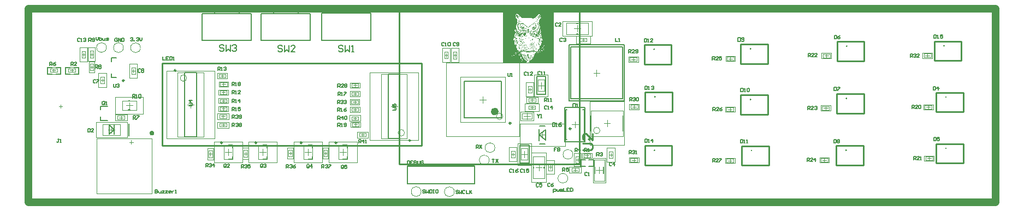
<source format=gto>
G04*
G04 #@! TF.GenerationSoftware,Altium Limited,CircuitMaker,2.3.0 (2.3.0.3)*
G04*
G04 Layer_Color=15132400*
%FSLAX24Y24*%
%MOIN*%
G70*
G04*
G04 #@! TF.SameCoordinates,AA7B8D70-0D3E-4CF3-8BE1-7DC49EC747D3*
G04*
G04*
G04 #@! TF.FilePolarity,Positive*
G04*
G01*
G75*
%ADD10C,0.0098*%
%ADD11C,0.0039*%
%ADD12C,0.0236*%
%ADD13C,0.0100*%
%ADD14C,0.0050*%
%ADD15C,0.0079*%
%ADD16C,0.0059*%
%ADD17C,0.0080*%
%ADD18C,0.0472*%
%ADD19C,0.0020*%
G36*
X32089Y9361D02*
Y9360D01*
Y8501D01*
X30462D01*
Y8502D01*
X30461D01*
Y8501D01*
X30449D01*
Y8502D01*
X30447D01*
Y8503D01*
X30439D01*
Y8502D01*
X30439D01*
Y8501D01*
X30438D01*
Y8502D01*
X30437D01*
Y8503D01*
X30436D01*
Y8501D01*
X28998D01*
Y11593D01*
X32089D01*
Y9361D01*
D02*
G37*
%LPC*%
G36*
X29809Y11536D02*
X29808D01*
Y11535D01*
X29808D01*
Y11534D01*
X29806D01*
Y11535D01*
X29803D01*
Y11534D01*
X29802D01*
Y11529D01*
X29803D01*
Y11528D01*
X29804D01*
Y11526D01*
X29805D01*
Y11523D01*
X29805D01*
Y11523D01*
X29806D01*
Y11522D01*
X29807D01*
Y11521D01*
X29808D01*
Y11520D01*
X29808D01*
Y11519D01*
X29809D01*
Y11518D01*
X29810D01*
Y11517D01*
X29811D01*
Y11516D01*
X29812D01*
Y11514D01*
X29812D01*
Y11514D01*
X29813D01*
Y11513D01*
X29814D01*
Y11512D01*
X29815D01*
Y11511D01*
X29815D01*
Y11509D01*
X29816D01*
Y11508D01*
X29817D01*
Y11508D01*
X29818D01*
Y11507D01*
X29818D01*
Y11505D01*
X29819D01*
Y11504D01*
X29820D01*
Y11503D01*
X29821D01*
Y11502D01*
X29821D01*
Y11500D01*
X29822D01*
Y11498D01*
X29823D01*
Y11497D01*
X29824D01*
Y11496D01*
X29824D01*
Y11495D01*
X29825D01*
Y11493D01*
X29826D01*
Y11492D01*
X29827D01*
Y11491D01*
X29827D01*
Y11488D01*
X29827D01*
Y11489D01*
X29826D01*
Y11489D01*
X29825D01*
Y11486D01*
X29827D01*
Y11486D01*
X29829D01*
Y11482D01*
X29827D01*
Y11483D01*
X29824D01*
Y11483D01*
X29821D01*
Y11484D01*
X29820D01*
Y11485D01*
X29818D01*
Y11486D01*
X29815D01*
Y11486D01*
X29812D01*
Y11487D01*
X29810D01*
Y11488D01*
X29808D01*
Y11489D01*
X29806D01*
Y11489D01*
X29805D01*
Y11490D01*
X29802D01*
Y11491D01*
X29799D01*
Y11492D01*
X29797D01*
Y11492D01*
X29795D01*
Y11493D01*
X29793D01*
Y11494D01*
X29790D01*
Y11495D01*
X29788D01*
Y11495D01*
X29786D01*
Y11496D01*
X29784D01*
Y11497D01*
X29781D01*
Y11498D01*
X29778D01*
Y11498D01*
X29776D01*
Y11499D01*
X29772D01*
Y11498D01*
X29772D01*
Y11498D01*
X29771D01*
Y11497D01*
X29770D01*
Y11496D01*
X29769D01*
Y11495D01*
X29768D01*
Y11493D01*
X29768D01*
Y11492D01*
X29767D01*
Y11491D01*
X29766D01*
Y11490D01*
X29765D01*
Y11489D01*
X29766D01*
Y11487D01*
X29765D01*
Y11486D01*
X29765D01*
Y11475D01*
X29764D01*
Y11472D01*
X29765D01*
Y11471D01*
X29765D01*
Y11469D01*
X29766D01*
Y11468D01*
X29767D01*
Y11463D01*
X29768D01*
Y11459D01*
X29768D01*
Y11456D01*
X29769D01*
Y11454D01*
X29770D01*
Y11448D01*
X29771D01*
Y11445D01*
X29772D01*
Y11440D01*
X29772D01*
Y11434D01*
X29772D01*
Y11432D01*
X29771D01*
Y11428D01*
X29770D01*
Y11426D01*
X29769D01*
Y11425D01*
X29768D01*
Y11424D01*
X29768D01*
Y11423D01*
X29767D01*
Y11422D01*
X29766D01*
Y11422D01*
X29765D01*
Y11421D01*
X29765D01*
Y11419D01*
X29764D01*
Y11418D01*
X29763D01*
Y11417D01*
X29762D01*
Y11415D01*
X29762D01*
Y11415D01*
X29761D01*
Y11412D01*
X29760D01*
Y11409D01*
X29759D01*
Y11399D01*
X29760D01*
Y11398D01*
X29759D01*
Y11391D01*
X29760D01*
Y11383D01*
X29761D01*
Y11378D01*
X29762D01*
Y11374D01*
X29762D01*
Y11372D01*
X29763D01*
Y11370D01*
X29764D01*
Y11369D01*
X29765D01*
Y11366D01*
X29765D01*
Y11364D01*
X29766D01*
Y11362D01*
X29767D01*
Y11360D01*
X29768D01*
Y11358D01*
X29768D01*
Y11357D01*
X29769D01*
Y11354D01*
X29770D01*
Y11354D01*
X29771D01*
Y11351D01*
X29772D01*
Y11350D01*
X29772D01*
Y11348D01*
X29773D01*
Y11347D01*
X29774D01*
Y11346D01*
X29775D01*
Y11345D01*
X29775D01*
Y11343D01*
X29776D01*
Y11342D01*
X29777D01*
Y11341D01*
X29778D01*
Y11339D01*
X29778D01*
Y11338D01*
X29779D01*
Y11338D01*
X29780D01*
Y11336D01*
X29781D01*
Y11335D01*
X29781D01*
Y11334D01*
X29782D01*
Y11333D01*
X29783D01*
Y11332D01*
X29784D01*
Y11331D01*
X29784D01*
Y11330D01*
X29785D01*
Y11329D01*
X29786D01*
Y11328D01*
X29787D01*
Y11327D01*
X29787D01*
Y11326D01*
X29788D01*
Y11326D01*
X29789D01*
Y11325D01*
X29790D01*
Y11324D01*
X29790D01*
Y11323D01*
X29792D01*
Y11321D01*
X29793D01*
Y11320D01*
X29794D01*
Y11320D01*
X29795D01*
Y11318D01*
X29796D01*
Y11317D01*
X29796D01*
Y11317D01*
X29797D01*
Y11315D01*
X29798D01*
Y11314D01*
X29799D01*
Y11314D01*
X29800D01*
Y11313D01*
X29801D01*
Y11312D01*
X29802D01*
Y11311D01*
X29802D01*
Y11311D01*
X29802D01*
Y11310D01*
X29801D01*
Y11311D01*
X29799D01*
Y11310D01*
X29797D01*
Y11309D01*
X29777D01*
Y11310D01*
X29767D01*
Y11309D01*
X29765D01*
Y11310D01*
X29750D01*
Y11309D01*
X29748D01*
Y11310D01*
X29747D01*
Y11309D01*
X29744D01*
Y11308D01*
X29742D01*
Y11308D01*
X29741D01*
Y11307D01*
X29739D01*
Y11306D01*
X29736D01*
Y11305D01*
X29735D01*
Y11304D01*
X29735D01*
Y11303D01*
X29734D01*
Y11301D01*
X29735D01*
Y11300D01*
X29735D01*
Y11295D01*
X29736D01*
Y11294D01*
X29735D01*
Y11291D01*
X29737D01*
Y11290D01*
X29738D01*
Y11289D01*
X29738D01*
Y11289D01*
X29739D01*
Y11288D01*
X29740D01*
Y11287D01*
X29741D01*
Y11286D01*
X29742D01*
Y11286D01*
X29744D01*
Y11285D01*
X29744D01*
Y11283D01*
X29745D01*
Y11283D01*
X29746D01*
Y11282D01*
X29747D01*
Y11281D01*
X29747D01*
Y11280D01*
X29748D01*
Y11280D01*
X29749D01*
Y11279D01*
X29750D01*
Y11278D01*
X29751D01*
Y11277D01*
X29752D01*
Y11277D01*
X29753D01*
Y11276D01*
X29754D01*
Y11275D01*
X29755D01*
Y11274D01*
X29756D01*
Y11274D01*
X29757D01*
Y11273D01*
X29758D01*
Y11272D01*
X29759D01*
Y11271D01*
X29760D01*
Y11271D01*
X29761D01*
Y11270D01*
X29762D01*
Y11269D01*
X29762D01*
Y11268D01*
X29763D01*
Y11268D01*
X29764D01*
Y11267D01*
X29765D01*
Y11266D01*
X29766D01*
Y11265D01*
X29767D01*
Y11265D01*
X29768D01*
Y11264D01*
X29768D01*
Y11263D01*
X29769D01*
Y11262D01*
X29770D01*
Y11261D01*
X29771D01*
Y11261D01*
X29772D01*
Y11260D01*
X29772D01*
Y11259D01*
X29774D01*
Y11258D01*
X29775D01*
Y11258D01*
X29775D01*
Y11257D01*
X29776D01*
Y11256D01*
X29778D01*
Y11255D01*
X29778D01*
Y11255D01*
X29780D01*
Y11254D01*
X29781D01*
Y11253D01*
X29781D01*
Y11252D01*
X29782D01*
Y11252D01*
X29783D01*
Y11251D01*
X29784D01*
Y11250D01*
X29784D01*
Y11249D01*
X29786D01*
Y11249D01*
X29787D01*
Y11248D01*
X29787D01*
Y11247D01*
X29789D01*
Y11246D01*
X29790D01*
Y11246D01*
X29790D01*
Y11245D01*
X29791D01*
Y11244D01*
X29793D01*
Y11243D01*
X29793D01*
Y11243D01*
X29794D01*
Y11242D01*
X29796D01*
Y11241D01*
X29796D01*
Y11240D01*
X29798D01*
Y11240D01*
X29799D01*
Y11239D01*
X29799D01*
Y11238D01*
X29800D01*
Y11237D01*
X29802D01*
Y11237D01*
X29802D01*
Y11236D01*
X29804D01*
Y11235D01*
X29805D01*
Y11234D01*
X29805D01*
Y11233D01*
X29806D01*
Y11232D01*
X29808D01*
Y11231D01*
X29808D01*
Y11230D01*
X29809D01*
Y11229D01*
X29810D01*
Y11228D01*
X29811D01*
Y11227D01*
X29812D01*
Y11226D01*
X29812D01*
Y11225D01*
X29813D01*
Y11224D01*
X29814D01*
Y11223D01*
X29815D01*
Y11221D01*
X29815D01*
Y11221D01*
X29816D01*
Y11220D01*
X29817D01*
Y11219D01*
X29818D01*
Y11218D01*
X29818D01*
Y11217D01*
X29819D01*
Y11216D01*
X29820D01*
Y11215D01*
X29821D01*
Y11215D01*
X29821D01*
Y11214D01*
X29822D01*
Y11213D01*
X29823D01*
Y11212D01*
X29824D01*
Y11212D01*
X29824D01*
Y11211D01*
X29825D01*
Y11209D01*
X29826D01*
Y11209D01*
X29827D01*
Y11208D01*
X29827D01*
Y11207D01*
X29828D01*
Y11206D01*
X29829D01*
Y11205D01*
X29830D01*
Y11204D01*
X29830D01*
Y11203D01*
X29831D01*
Y11202D01*
X29832D01*
Y11201D01*
X29833D01*
Y11200D01*
X29833D01*
Y11198D01*
X29834D01*
Y11197D01*
X29835D01*
Y11196D01*
X29836D01*
Y11194D01*
X29836D01*
Y11193D01*
X29837D01*
Y11191D01*
X29838D01*
Y11190D01*
X29839D01*
Y11188D01*
X29839D01*
Y11187D01*
X29840D01*
Y11185D01*
X29841D01*
Y11184D01*
X29842D01*
Y11182D01*
X29842D01*
Y11180D01*
X29843D01*
Y11178D01*
X29844D01*
Y11177D01*
X29845D01*
Y11175D01*
X29845D01*
Y11174D01*
X29846D01*
Y11173D01*
X29847D01*
Y11171D01*
X29848D01*
Y11169D01*
X29848D01*
Y11168D01*
X29849D01*
Y11166D01*
X29850D01*
Y11165D01*
X29851D01*
Y11163D01*
X29852D01*
Y11162D01*
X29852D01*
Y11160D01*
X29853D01*
Y11158D01*
X29854D01*
Y11157D01*
X29855D01*
Y11155D01*
X29855D01*
Y11154D01*
X29856D01*
Y11152D01*
X29857D01*
Y11151D01*
X29858D01*
Y11148D01*
X29858D01*
Y11147D01*
X29859D01*
Y11145D01*
X29860D01*
Y11144D01*
X29861D01*
Y11142D01*
X29861D01*
Y11140D01*
X29862D01*
Y11138D01*
X29863D01*
Y11136D01*
X29864D01*
Y11135D01*
X29864D01*
Y11132D01*
X29865D01*
Y11131D01*
X29866D01*
Y11129D01*
X29867D01*
Y11127D01*
X29867D01*
Y11125D01*
X29868D01*
Y11123D01*
X29869D01*
Y11120D01*
X29870D01*
Y11117D01*
X29870D01*
Y11114D01*
X29871D01*
Y11102D01*
X29872D01*
Y11100D01*
X29871D01*
Y11097D01*
X29872D01*
Y11074D01*
X29873D01*
Y11033D01*
X29872D01*
Y11021D01*
X29871D01*
Y11015D01*
X29870D01*
Y11013D01*
X29870D01*
Y11011D01*
X29869D01*
Y11009D01*
X29868D01*
Y11008D01*
X29867D01*
Y11006D01*
X29867D01*
Y11005D01*
X29866D01*
Y11003D01*
X29865D01*
Y11003D01*
X29864D01*
Y11001D01*
X29864D01*
Y11000D01*
X29863D01*
Y10999D01*
X29862D01*
Y10998D01*
X29861D01*
Y10996D01*
X29861D01*
Y10995D01*
X29860D01*
Y10992D01*
X29861D01*
Y10991D01*
X29861D01*
Y10984D01*
X29862D01*
Y10982D01*
X29861D01*
Y10981D01*
X29862D01*
Y10979D01*
X29863D01*
Y10978D01*
X29864D01*
Y10979D01*
X29864D01*
Y10980D01*
X29866D01*
Y10981D01*
X29867D01*
Y10981D01*
X29867D01*
Y10982D01*
X29868D01*
Y10983D01*
X29869D01*
Y10984D01*
X29870D01*
Y10984D01*
X29871D01*
Y10985D01*
X29872D01*
Y10987D01*
X29873D01*
Y10988D01*
X29873D01*
Y10988D01*
X29874D01*
Y10990D01*
X29875D01*
Y10991D01*
X29876D01*
Y10991D01*
X29876D01*
Y10992D01*
X29877D01*
Y10994D01*
X29879D01*
Y10994D01*
X29879D01*
Y10996D01*
X29880D01*
Y10997D01*
X29881D01*
Y10997D01*
X29882D01*
Y10998D01*
X29882D01*
Y10999D01*
X29883D01*
Y11000D01*
X29884D01*
Y11000D01*
X29885D01*
Y11001D01*
X29885D01*
Y11002D01*
X29886D01*
Y11003D01*
X29887D01*
Y11003D01*
X29888D01*
Y11005D01*
X29889D01*
Y11006D01*
X29889D01*
Y11006D01*
X29890D01*
Y11007D01*
X29891D01*
Y11008D01*
X29892D01*
Y11009D01*
X29892D01*
Y11010D01*
X29893D01*
Y11011D01*
X29894D01*
Y11012D01*
X29895D01*
Y11013D01*
X29895D01*
Y11015D01*
X29896D01*
Y11015D01*
X29897D01*
Y11016D01*
X29898D01*
Y11017D01*
X29898D01*
Y11018D01*
X29899D01*
Y11018D01*
X29900D01*
Y11019D01*
X29901D01*
Y11020D01*
X29901D01*
Y11021D01*
X29902D01*
Y11021D01*
X29903D01*
Y11022D01*
X29904D01*
Y11023D01*
X29904D01*
Y11024D01*
X29905D01*
Y11025D01*
X29906D01*
Y11026D01*
X29907D01*
Y11027D01*
X29907D01*
Y11028D01*
X29908D01*
Y11028D01*
X29909D01*
Y11029D01*
X29910D01*
Y11030D01*
X29910D01*
Y11031D01*
X29911D01*
Y11031D01*
X29912D01*
Y11032D01*
X29913D01*
Y11034D01*
X29913D01*
Y11037D01*
X29914D01*
Y11039D01*
X29915D01*
Y11040D01*
X29916D01*
Y11043D01*
X29916D01*
Y11045D01*
X29917D01*
Y11047D01*
X29918D01*
Y11049D01*
X29919D01*
Y11051D01*
X29919D01*
Y11052D01*
X29920D01*
Y11054D01*
X29921D01*
Y11056D01*
X29922D01*
Y11058D01*
X29922D01*
Y11059D01*
X29923D01*
Y11061D01*
X29924D01*
Y11063D01*
X29925D01*
Y11065D01*
X29925D01*
Y11068D01*
X29926D01*
Y11072D01*
X29927D01*
Y11074D01*
X29928D01*
Y11076D01*
X29929D01*
Y11078D01*
X29929D01*
Y11080D01*
X29930D01*
Y11081D01*
X29931D01*
Y11083D01*
X29932D01*
Y11084D01*
X29932D01*
Y11086D01*
X29933D01*
Y11087D01*
X29934D01*
Y11088D01*
X29935D01*
Y11089D01*
X29935D01*
Y11091D01*
X29937D01*
Y11092D01*
X29938D01*
Y11092D01*
X29941D01*
Y11092D01*
X29943D01*
Y11091D01*
X29944D01*
Y11090D01*
X29946D01*
Y11089D01*
X29947D01*
Y11089D01*
X29950D01*
Y11088D01*
X29951D01*
Y11087D01*
X29953D01*
Y11086D01*
X29953D01*
Y11086D01*
X29955D01*
Y11085D01*
X29957D01*
Y11084D01*
X29960D01*
Y11083D01*
X29962D01*
Y11083D01*
X29963D01*
Y11082D01*
X29964D01*
Y11081D01*
X29966D01*
Y11080D01*
X29968D01*
Y11080D01*
X29969D01*
Y11079D01*
X29971D01*
Y11078D01*
X29972D01*
Y11077D01*
X29974D01*
Y11077D01*
X29975D01*
Y11076D01*
X29976D01*
Y11075D01*
X29978D01*
Y11074D01*
X29979D01*
Y11074D01*
X29981D01*
Y11073D01*
X29981D01*
Y11072D01*
X29983D01*
Y11071D01*
X29984D01*
Y11071D01*
X29985D01*
Y11069D01*
X29987D01*
Y11068D01*
X29989D01*
Y11068D01*
X29990D01*
Y11067D01*
X29990D01*
Y11066D01*
X29991D01*
Y11065D01*
X29992D01*
Y11064D01*
X29995D01*
Y11064D01*
X29996D01*
Y11063D01*
X29997D01*
Y11062D01*
X29998D01*
Y11061D01*
X29997D01*
Y11061D01*
X29996D01*
Y11060D01*
X29991D01*
Y11061D01*
X29990D01*
Y11061D01*
X29987D01*
Y11060D01*
X29987D01*
Y11059D01*
X29991D01*
Y11058D01*
X29992D01*
Y11058D01*
X29993D01*
Y11057D01*
X29994D01*
Y11056D01*
X29995D01*
Y11057D01*
X29996D01*
Y11058D01*
X29998D01*
Y11058D01*
X29999D01*
Y11059D01*
X30000D01*
Y11058D01*
X30005D01*
Y11057D01*
X30006D01*
Y11058D01*
X30009D01*
Y11058D01*
X30009D01*
Y11056D01*
X30008D01*
Y11055D01*
X30007D01*
Y11056D01*
X30006D01*
Y11055D01*
X30005D01*
Y11055D01*
X30004D01*
Y11055D01*
X30000D01*
Y11055D01*
X29999D01*
Y11054D01*
X29999D01*
Y11053D01*
X29999D01*
Y11052D01*
X30002D01*
Y11053D01*
X30008D01*
Y11054D01*
X30011D01*
Y11055D01*
X30015D01*
Y11052D01*
X30012D01*
Y11051D01*
X30009D01*
Y11050D01*
X30008D01*
Y11049D01*
X30007D01*
Y11049D01*
X30006D01*
Y11048D01*
X30004D01*
Y11047D01*
X29999D01*
Y11048D01*
X29996D01*
Y11049D01*
X29994D01*
Y11049D01*
X29993D01*
Y11051D01*
X29992D01*
Y11052D01*
X29991D01*
Y11053D01*
X29992D01*
Y11054D01*
X29990D01*
Y11055D01*
X29986D01*
Y11055D01*
X29985D01*
Y11056D01*
X29982D01*
Y11057D01*
X29980D01*
Y11058D01*
X29978D01*
Y11058D01*
X29976D01*
Y11059D01*
X29974D01*
Y11060D01*
X29972D01*
Y11061D01*
X29970D01*
Y11060D01*
X29965D01*
Y11059D01*
X29964D01*
Y11058D01*
X29963D01*
Y11058D01*
X29962D01*
Y11057D01*
X29960D01*
Y11056D01*
X29959D01*
Y11055D01*
X29958D01*
Y11055D01*
X29956D01*
Y11054D01*
X29956D01*
Y11053D01*
X29955D01*
Y11052D01*
X29954D01*
Y11052D01*
X29953D01*
Y11051D01*
X29952D01*
Y11050D01*
X29951D01*
Y11049D01*
X29950D01*
Y11049D01*
X29949D01*
Y11048D01*
X29947D01*
Y11047D01*
X29946D01*
Y11046D01*
X29945D01*
Y11046D01*
X29944D01*
Y11045D01*
X29941D01*
Y11044D01*
X29938D01*
Y11043D01*
X29933D01*
Y11043D01*
X29930D01*
Y11042D01*
X29929D01*
Y11041D01*
X29927D01*
Y11040D01*
X29925D01*
Y11040D01*
X29924D01*
Y11039D01*
X29923D01*
Y11038D01*
X29922D01*
Y11037D01*
X29921D01*
Y11037D01*
X29919D01*
Y11036D01*
X29919D01*
Y11035D01*
X29918D01*
Y11034D01*
X29917D01*
Y11033D01*
X29916D01*
Y11031D01*
X29918D01*
Y11031D01*
X29924D01*
Y11031D01*
X29928D01*
Y11030D01*
X29932D01*
Y11031D01*
X29935D01*
Y11031D01*
X29947D01*
Y11032D01*
X29948D01*
Y11033D01*
X29950D01*
Y11034D01*
X29950D01*
Y11036D01*
X29951D01*
Y11037D01*
X29952D01*
Y11037D01*
X29953D01*
Y11038D01*
X29953D01*
Y11039D01*
X29956D01*
Y11040D01*
X29956D01*
Y11040D01*
X29957D01*
Y11041D01*
X29959D01*
Y11042D01*
X29962D01*
Y11043D01*
X29965D01*
Y11043D01*
X29967D01*
Y11044D01*
X29969D01*
Y11045D01*
X29972D01*
Y11044D01*
X29974D01*
Y11045D01*
X29978D01*
Y11046D01*
X29981D01*
Y11046D01*
X29984D01*
Y11047D01*
X29985D01*
Y11046D01*
X29986D01*
Y11046D01*
X29987D01*
Y11044D01*
X29986D01*
Y11043D01*
X29985D01*
Y11043D01*
X29984D01*
Y11042D01*
X29982D01*
Y11041D01*
X29981D01*
Y11040D01*
X29980D01*
Y11040D01*
X29978D01*
Y11039D01*
X29978D01*
Y11038D01*
X29977D01*
Y11037D01*
X29976D01*
Y11037D01*
X29975D01*
Y11036D01*
X29972D01*
Y11035D01*
X29972D01*
Y11034D01*
X29970D01*
Y11034D01*
X29968D01*
Y11033D01*
X29967D01*
Y11032D01*
X29965D01*
Y11031D01*
X29962D01*
Y11031D01*
X29961D01*
Y11030D01*
X29959D01*
Y11029D01*
X29959D01*
Y11028D01*
X29956D01*
Y11028D01*
X29955D01*
Y11027D01*
X29954D01*
Y11026D01*
X29953D01*
Y11025D01*
X29953D01*
Y11024D01*
X29950D01*
Y11023D01*
X29949D01*
Y11022D01*
X29947D01*
Y11021D01*
X29946D01*
Y11021D01*
X29944D01*
Y11020D01*
X29941D01*
Y11019D01*
X29923D01*
Y11018D01*
X29919D01*
Y11018D01*
X29916D01*
Y11017D01*
X29913D01*
Y11016D01*
X29913D01*
Y11015D01*
X29912D01*
Y11015D01*
X29911D01*
Y11014D01*
X29910D01*
Y11013D01*
X29910D01*
Y11012D01*
X29909D01*
Y11012D01*
X29908D01*
Y11011D01*
X29907D01*
Y11010D01*
X29906D01*
Y11008D01*
X29905D01*
Y11007D01*
X29904D01*
Y11006D01*
X29904D01*
Y11004D01*
X29903D01*
Y11003D01*
X29902D01*
Y11002D01*
X29901D01*
Y11000D01*
X29901D01*
Y10998D01*
X29900D01*
Y10995D01*
X29899D01*
Y10991D01*
X29898D01*
Y10990D01*
X29898D01*
Y10986D01*
X29897D01*
Y10984D01*
X29896D01*
Y10983D01*
X29895D01*
Y10981D01*
X29895D01*
Y10981D01*
X29894D01*
Y10980D01*
X29893D01*
Y10979D01*
X29892D01*
Y10978D01*
X29892D01*
Y10978D01*
X29891D01*
Y10977D01*
X29890D01*
Y10976D01*
X29889D01*
Y10975D01*
X29889D01*
Y10975D01*
X29887D01*
Y10974D01*
X29886D01*
Y10973D01*
X29885D01*
Y10972D01*
X29884D01*
Y10972D01*
X29882D01*
Y10971D01*
X29881D01*
Y10970D01*
X29879D01*
Y10969D01*
X29879D01*
Y10969D01*
X29878D01*
Y10968D01*
X29876D01*
Y10967D01*
X29876D01*
Y10966D01*
X29874D01*
Y10966D01*
X29873D01*
Y10965D01*
X29873D01*
Y10964D01*
X29872D01*
Y10963D01*
X29871D01*
Y10962D01*
X29870D01*
Y10960D01*
X29870D01*
Y10959D01*
X29869D01*
Y10958D01*
X29868D01*
Y10957D01*
X29867D01*
Y10954D01*
X29867D01*
Y10953D01*
X29866D01*
Y10952D01*
X29871D01*
Y10951D01*
X29873D01*
Y10951D01*
X29873D01*
Y10948D01*
X29873D01*
Y10947D01*
X29872D01*
Y10941D01*
X29871D01*
Y10940D01*
X29870D01*
Y10939D01*
X29870D01*
Y10938D01*
X29869D01*
Y10938D01*
X29868D01*
Y10937D01*
X29867D01*
Y10936D01*
X29867D01*
Y10935D01*
X29866D01*
Y10935D01*
X29865D01*
Y10934D01*
X29864D01*
Y10933D01*
X29863D01*
Y10932D01*
X29862D01*
Y10932D01*
X29861D01*
Y10931D01*
X29860D01*
Y10930D01*
X29858D01*
Y10929D01*
X29857D01*
Y10929D01*
X29856D01*
Y10928D01*
X29855D01*
Y10927D01*
X29854D01*
Y10926D01*
X29852D01*
Y10925D01*
X29851D01*
Y10924D01*
X29850D01*
Y10923D01*
X29849D01*
Y10923D01*
X29848D01*
Y10922D01*
X29848D01*
Y10920D01*
X29847D01*
Y10917D01*
X29846D01*
Y10915D01*
X29845D01*
Y10914D01*
X29847D01*
Y10914D01*
X29849D01*
Y10916D01*
X29850D01*
Y10917D01*
X29851D01*
Y10918D01*
X29852D01*
Y10920D01*
X29852D01*
Y10920D01*
X29853D01*
Y10922D01*
X29854D01*
Y10921D01*
X29857D01*
Y10920D01*
X29859D01*
Y10920D01*
X29861D01*
Y10919D01*
X29861D01*
Y10918D01*
X29863D01*
Y10917D01*
X29864D01*
Y10917D01*
X29865D01*
Y10916D01*
X29867D01*
Y10915D01*
X29867D01*
Y10914D01*
X29868D01*
Y10914D01*
X29869D01*
Y10913D01*
X29870D01*
Y10912D01*
X29871D01*
Y10911D01*
X29872D01*
Y10911D01*
X29873D01*
Y10910D01*
X29873D01*
Y10909D01*
X29875D01*
Y10908D01*
X29876D01*
Y10907D01*
X29876D01*
Y10907D01*
X29878D01*
Y10906D01*
X29879D01*
Y10905D01*
X29880D01*
Y10904D01*
X29882D01*
Y10904D01*
X29883D01*
Y10903D01*
X29884D01*
Y10902D01*
X29885D01*
Y10901D01*
X29886D01*
Y10901D01*
X29888D01*
Y10900D01*
X29889D01*
Y10899D01*
X29891D01*
Y10898D01*
X29892D01*
Y10898D01*
X29894D01*
Y10897D01*
X29895D01*
Y10896D01*
X29897D01*
Y10895D01*
X29898D01*
Y10895D01*
X29901D01*
Y10894D01*
X29903D01*
Y10893D01*
X29904D01*
Y10892D01*
X29909D01*
Y10892D01*
X29910D01*
Y10891D01*
X29913D01*
Y10890D01*
X29916D01*
Y10892D01*
X29917D01*
Y10892D01*
X29918D01*
Y10894D01*
X29919D01*
Y10895D01*
X29919D01*
Y10897D01*
X29921D01*
Y10898D01*
X29922D01*
Y10899D01*
X29922D01*
Y10900D01*
X29923D01*
Y10901D01*
X29924D01*
Y10902D01*
X29925D01*
Y10903D01*
X29925D01*
Y10904D01*
X29926D01*
Y10904D01*
X29927D01*
Y10905D01*
X29928D01*
Y10907D01*
X29929D01*
Y10907D01*
X29928D01*
Y10909D01*
X29927D01*
Y10910D01*
X29926D01*
Y10911D01*
X29925D01*
Y10912D01*
X29925D01*
Y10913D01*
X29924D01*
Y10914D01*
X29923D01*
Y10914D01*
X29922D01*
Y10915D01*
X29922D01*
Y10916D01*
X29921D01*
Y10917D01*
X29920D01*
Y10917D01*
X29919D01*
Y10919D01*
X29919D01*
Y10920D01*
X29918D01*
Y10920D01*
X29917D01*
Y10921D01*
X29916D01*
Y10922D01*
X29916D01*
Y10923D01*
X29915D01*
Y10923D01*
X29914D01*
Y10924D01*
X29913D01*
Y10925D01*
X29912D01*
Y10926D01*
X29910D01*
Y10927D01*
X29910D01*
Y10928D01*
X29909D01*
Y10929D01*
X29908D01*
Y10929D01*
X29907D01*
Y10930D01*
X29907D01*
Y10931D01*
X29906D01*
Y10932D01*
X29905D01*
Y10932D01*
X29904D01*
Y10933D01*
X29904D01*
Y10934D01*
X29903D01*
Y10935D01*
X29902D01*
Y10935D01*
X29901D01*
Y10936D01*
X29901D01*
Y10937D01*
X29900D01*
Y10938D01*
X29899D01*
Y10938D01*
X29898D01*
Y10939D01*
X29897D01*
Y10940D01*
X29896D01*
Y10941D01*
X29895D01*
Y10941D01*
X29895D01*
Y10942D01*
X29894D01*
Y10943D01*
X29893D01*
Y10944D01*
X29892D01*
Y10944D01*
X29892D01*
Y10945D01*
X29891D01*
Y10946D01*
X29890D01*
Y10947D01*
X29889D01*
Y10948D01*
X29889D01*
Y10948D01*
X29888D01*
Y10949D01*
X29887D01*
Y10950D01*
X29886D01*
Y10951D01*
X29885D01*
Y10951D01*
X29885D01*
Y10952D01*
X29884D01*
Y10953D01*
X29883D01*
Y10954D01*
X29882D01*
Y10954D01*
X29882D01*
Y10955D01*
X29881D01*
Y10956D01*
X29880D01*
Y10957D01*
X29879D01*
Y10957D01*
X29879D01*
Y10958D01*
X29877D01*
Y10960D01*
X29876D01*
Y10960D01*
X29874D01*
Y10963D01*
X29876D01*
Y10963D01*
X29876D01*
Y10963D01*
X29882D01*
Y10962D01*
X29885D01*
Y10961D01*
X29886D01*
Y10960D01*
X29888D01*
Y10960D01*
X29889D01*
Y10959D01*
X29891D01*
Y10958D01*
X29892D01*
Y10957D01*
X29893D01*
Y10957D01*
X29894D01*
Y10956D01*
X29895D01*
Y10955D01*
X29896D01*
Y10954D01*
X29897D01*
Y10954D01*
X29898D01*
Y10953D01*
X29898D01*
Y10952D01*
X29899D01*
Y10951D01*
X29901D01*
Y10951D01*
X29901D01*
Y10950D01*
X29902D01*
Y10949D01*
X29903D01*
Y10948D01*
X29904D01*
Y10948D01*
X29904D01*
Y10947D01*
X29906D01*
Y10946D01*
X29907D01*
Y10945D01*
X29907D01*
Y10944D01*
X29908D01*
Y10944D01*
X29909D01*
Y10943D01*
X29910D01*
Y10942D01*
X29910D01*
Y10941D01*
X29911D01*
Y10941D01*
X29912D01*
Y10940D01*
X29913D01*
Y10939D01*
X29913D01*
Y10938D01*
X29914D01*
Y10938D01*
X29915D01*
Y10937D01*
X29916D01*
Y10935D01*
X29917D01*
Y10934D01*
X29918D01*
Y10933D01*
X29919D01*
Y10932D01*
X29920D01*
Y10932D01*
X29921D01*
Y10931D01*
X29922D01*
Y10930D01*
X29922D01*
Y10929D01*
X29923D01*
Y10929D01*
X29924D01*
Y10928D01*
X29925D01*
Y10927D01*
X29925D01*
Y10926D01*
X29927D01*
Y10926D01*
X29928D01*
Y10925D01*
X29929D01*
Y10924D01*
X29929D01*
Y10923D01*
X29930D01*
Y10923D01*
X29932D01*
Y10922D01*
X29932D01*
Y10921D01*
X29933D01*
Y10920D01*
X29934D01*
Y10920D01*
X29935D01*
Y10920D01*
X29936D01*
Y10921D01*
X29937D01*
Y10923D01*
X29938D01*
Y10923D01*
X29938D01*
Y10924D01*
X29939D01*
Y10925D01*
X29940D01*
Y10926D01*
X29941D01*
Y10926D01*
X29941D01*
Y10927D01*
X29942D01*
Y10928D01*
X29943D01*
Y10929D01*
X29944D01*
Y10930D01*
X29944D01*
Y10931D01*
X29945D01*
Y10932D01*
X29946D01*
Y10933D01*
X29947D01*
Y10935D01*
X29947D01*
Y10936D01*
X29948D01*
Y10937D01*
X29949D01*
Y10938D01*
X29950D01*
Y10939D01*
X29950D01*
Y10941D01*
X29951D01*
Y10943D01*
X29952D01*
Y10946D01*
X29953D01*
Y10947D01*
X29953D01*
Y10948D01*
X29952D01*
Y10950D01*
X29951D01*
Y10951D01*
X29950D01*
Y10953D01*
X29950D01*
Y10955D01*
X29948D01*
Y10956D01*
X29947D01*
Y10957D01*
X29947D01*
Y10957D01*
X29946D01*
Y10958D01*
X29945D01*
Y10959D01*
X29944D01*
Y10960D01*
X29944D01*
Y10961D01*
X29941D01*
Y10962D01*
X29941D01*
Y10963D01*
X29940D01*
Y10963D01*
X29939D01*
Y10964D01*
X29938D01*
Y10965D01*
X29938D01*
Y10966D01*
X29936D01*
Y10966D01*
X29935D01*
Y10967D01*
X29934D01*
Y10968D01*
X29933D01*
Y10969D01*
X29932D01*
Y10969D01*
X29932D01*
Y10970D01*
X29930D01*
Y10972D01*
X29929D01*
Y10972D01*
X29928D01*
Y10973D01*
X29927D01*
Y10974D01*
X29926D01*
Y10975D01*
X29925D01*
Y10975D01*
X29925D01*
Y10977D01*
X29924D01*
Y10978D01*
X29923D01*
Y10978D01*
X29922D01*
Y10979D01*
X29920D01*
Y10980D01*
X29919D01*
Y10981D01*
X29919D01*
Y10982D01*
X29918D01*
Y10983D01*
X29917D01*
Y10984D01*
X29916D01*
Y10984D01*
X29916D01*
Y10986D01*
X29915D01*
Y10987D01*
X29914D01*
Y10988D01*
X29913D01*
Y10989D01*
X29913D01*
Y10991D01*
X29912D01*
Y10991D01*
X29911D01*
Y10994D01*
X29910D01*
Y10994D01*
X29910D01*
Y10996D01*
X29909D01*
Y10998D01*
X29908D01*
Y11000D01*
X29907D01*
Y11002D01*
X29907D01*
Y11003D01*
X29909D01*
Y11002D01*
X29912D01*
Y11000D01*
X29913D01*
Y11001D01*
X29916D01*
Y11002D01*
X29919D01*
Y11003D01*
X29925D01*
Y11002D01*
X29927D01*
Y11001D01*
X29929D01*
Y11000D01*
X29932D01*
Y11000D01*
X29933D01*
Y10999D01*
X29934D01*
Y10998D01*
X29935D01*
Y10997D01*
X29935D01*
Y10997D01*
X29936D01*
Y10996D01*
X29937D01*
Y10995D01*
X29938D01*
Y10994D01*
X29938D01*
Y10993D01*
X29939D01*
Y10992D01*
X29940D01*
Y10991D01*
X29941D01*
Y10991D01*
X29941D01*
Y10989D01*
X29942D01*
Y10988D01*
X29943D01*
Y10987D01*
X29944D01*
Y10985D01*
X29945D01*
Y10984D01*
X29946D01*
Y10984D01*
X29947D01*
Y10982D01*
X29947D01*
Y10981D01*
X29948D01*
Y10981D01*
X29949D01*
Y10980D01*
X29950D01*
Y10979D01*
X29950D01*
Y10978D01*
X29951D01*
Y10977D01*
X29952D01*
Y10975D01*
X29953D01*
Y10975D01*
X29953D01*
Y10974D01*
X29954D01*
Y10970D01*
X29955D01*
Y10969D01*
X29956D01*
Y10969D01*
X29957D01*
Y10968D01*
X29958D01*
Y10967D01*
X29959D01*
Y10966D01*
X29959D01*
Y10965D01*
X29960D01*
Y10964D01*
X29961D01*
Y10963D01*
X29962D01*
Y10963D01*
X29962D01*
Y10961D01*
X29963D01*
Y10960D01*
X29964D01*
Y10960D01*
X29965D01*
Y10959D01*
X29965D01*
Y10958D01*
X29966D01*
Y10957D01*
X29967D01*
Y10957D01*
X29968D01*
Y10955D01*
X29969D01*
Y10954D01*
X29970D01*
Y10953D01*
X29971D01*
Y10952D01*
X29972D01*
Y10951D01*
X29972D01*
Y10951D01*
X29973D01*
Y10950D01*
X29974D01*
Y10949D01*
X29975D01*
Y10948D01*
X29975D01*
Y10948D01*
X29976D01*
Y10947D01*
X29977D01*
Y10946D01*
X29978D01*
Y10945D01*
X29978D01*
Y10944D01*
X29980D01*
Y10944D01*
X29981D01*
Y10943D01*
X29981D01*
Y10942D01*
X29982D01*
Y10941D01*
X29983D01*
Y10941D01*
X29984D01*
Y10940D01*
X29984D01*
Y10939D01*
X29985D01*
Y10938D01*
X29986D01*
Y10938D01*
X29987D01*
Y10937D01*
X29988D01*
Y10936D01*
X29989D01*
Y10935D01*
X29990D01*
Y10935D01*
X29991D01*
Y10934D01*
X29993D01*
Y10933D01*
X29993D01*
Y10932D01*
X29995D01*
Y10932D01*
X29997D01*
Y10931D01*
X29999D01*
Y10930D01*
X30000D01*
Y10929D01*
X30002D01*
Y10929D01*
X30005D01*
Y10928D01*
X30005D01*
Y10927D01*
X30007D01*
Y10926D01*
X30009D01*
Y10926D01*
X30010D01*
Y10925D01*
X30012D01*
Y10924D01*
X30012D01*
Y10923D01*
X30014D01*
Y10923D01*
X30015D01*
Y10922D01*
X30018D01*
Y10921D01*
X30020D01*
Y10920D01*
X30022D01*
Y10920D01*
X30024D01*
Y10919D01*
X30026D01*
Y10918D01*
X30027D01*
Y10917D01*
X30030D01*
Y10917D01*
X30032D01*
Y10916D01*
X30033D01*
Y10915D01*
X30034D01*
Y10914D01*
X30036D01*
Y10914D01*
X30037D01*
Y10912D01*
X30038D01*
Y10911D01*
X30039D01*
Y10910D01*
X30041D01*
Y10909D01*
X30042D01*
Y10908D01*
X30042D01*
Y10907D01*
X30042D01*
Y10905D01*
X30038D01*
Y10904D01*
X30036D01*
Y10904D01*
X30036D01*
Y10902D01*
X30035D01*
Y10901D01*
X30034D01*
Y10899D01*
X30033D01*
Y10900D01*
X30031D01*
Y10901D01*
X30029D01*
Y10901D01*
X30027D01*
Y10902D01*
X30025D01*
Y10903D01*
X30023D01*
Y10902D01*
X30022D01*
Y10901D01*
X30019D01*
Y10902D01*
X30017D01*
Y10903D01*
X30015D01*
Y10904D01*
X30009D01*
Y10904D01*
X30003D01*
Y10904D01*
X29987D01*
Y10903D01*
X29984D01*
Y10902D01*
X29978D01*
Y10901D01*
X29975D01*
Y10901D01*
X29973D01*
Y10900D01*
X29972D01*
Y10899D01*
X29969D01*
Y10898D01*
X29969D01*
Y10898D01*
X29967D01*
Y10897D01*
X29966D01*
Y10896D01*
X29965D01*
Y10895D01*
X29964D01*
Y10895D01*
X29963D01*
Y10894D01*
X29962D01*
Y10893D01*
X29961D01*
Y10892D01*
X29960D01*
Y10892D01*
X29959D01*
Y10891D01*
X29958D01*
Y10890D01*
X29957D01*
Y10889D01*
X29956D01*
Y10889D01*
X29956D01*
Y10888D01*
X29955D01*
Y10887D01*
X29954D01*
Y10886D01*
X29953D01*
Y10886D01*
X29953D01*
Y10885D01*
X29952D01*
Y10884D01*
X29951D01*
Y10883D01*
X29950D01*
Y10883D01*
X29950D01*
Y10882D01*
X29949D01*
Y10880D01*
X29948D01*
Y10880D01*
X29947D01*
Y10879D01*
X29947D01*
Y10878D01*
X29946D01*
Y10877D01*
X29945D01*
Y10875D01*
X29944D01*
Y10874D01*
X29944D01*
Y10874D01*
X29943D01*
Y10872D01*
X29942D01*
Y10871D01*
X29941D01*
Y10870D01*
X29941D01*
Y10868D01*
X29940D01*
Y10867D01*
X29939D01*
Y10866D01*
X29938D01*
Y10864D01*
X29938D01*
Y10861D01*
X29937D01*
Y10861D01*
X29936D01*
Y10859D01*
X29935D01*
Y10857D01*
X29935D01*
Y10855D01*
X29934D01*
Y10854D01*
X29933D01*
Y10852D01*
X29932D01*
Y10849D01*
X29932D01*
Y10846D01*
X29931D01*
Y10843D01*
X29930D01*
Y10841D01*
X29929D01*
Y10838D01*
X29929D01*
Y10836D01*
X29928D01*
Y10834D01*
X29927D01*
Y10832D01*
X29926D01*
Y10831D01*
X29925D01*
Y10829D01*
X29925D01*
Y10825D01*
X29924D01*
Y10824D01*
X29923D01*
Y10821D01*
X29922D01*
Y10820D01*
X29922D01*
Y10817D01*
X29921D01*
Y10815D01*
X29920D01*
Y10814D01*
X29919D01*
Y10809D01*
X29919D01*
Y10803D01*
X29918D01*
Y10797D01*
X29917D01*
Y10793D01*
X29916D01*
Y10790D01*
X29916D01*
Y10787D01*
X29915D01*
Y10778D01*
X29914D01*
Y10771D01*
X29913D01*
Y10769D01*
X29914D01*
Y10767D01*
X29913D01*
Y10766D01*
X29914D01*
Y10764D01*
X29913D01*
Y10763D01*
X29914D01*
Y10705D01*
X29915D01*
Y10698D01*
X29916D01*
Y10692D01*
X29916D01*
Y10687D01*
X29917D01*
Y10683D01*
X29918D01*
Y10679D01*
X29919D01*
Y10676D01*
X29919D01*
Y10673D01*
X29920D01*
Y10671D01*
X29921D01*
Y10667D01*
X29922D01*
Y10665D01*
X29922D01*
Y10663D01*
X29923D01*
Y10661D01*
X29924D01*
Y10658D01*
X29925D01*
Y10657D01*
X29925D01*
Y10655D01*
X29926D01*
Y10653D01*
X29927D01*
Y10651D01*
X29928D01*
Y10649D01*
X29929D01*
Y10647D01*
X29929D01*
Y10646D01*
X29930D01*
Y10643D01*
X29931D01*
Y10642D01*
X29932D01*
Y10639D01*
X29932D01*
Y10637D01*
X29933D01*
Y10636D01*
X29934D01*
Y10634D01*
X29935D01*
Y10632D01*
X29935D01*
Y10631D01*
X29936D01*
Y10628D01*
X29937D01*
Y10627D01*
X29938D01*
Y10625D01*
X29938D01*
Y10624D01*
X29939D01*
Y10622D01*
X29940D01*
Y10621D01*
X29941D01*
Y10619D01*
X29941D01*
Y10618D01*
X29942D01*
Y10616D01*
X29943D01*
Y10615D01*
X29944D01*
Y10613D01*
X29944D01*
Y10612D01*
X29945D01*
Y10610D01*
X29946D01*
Y10609D01*
X29947D01*
Y10607D01*
X29947D01*
Y10606D01*
X29948D01*
Y10604D01*
X29949D01*
Y10603D01*
X29950D01*
Y10602D01*
X29950D01*
Y10600D01*
X29951D01*
Y10599D01*
X29952D01*
Y10597D01*
X29953D01*
Y10596D01*
X29953D01*
Y10595D01*
X29954D01*
Y10594D01*
X29955D01*
Y10593D01*
X29956D01*
Y10591D01*
X29957D01*
Y10590D01*
X29958D01*
Y10588D01*
X29959D01*
Y10587D01*
X29959D01*
Y10587D01*
X29960D01*
Y10585D01*
X29961D01*
Y10584D01*
X29962D01*
Y10584D01*
X29962D01*
Y10583D01*
X29963D01*
Y10581D01*
X29964D01*
Y10581D01*
X29965D01*
Y10579D01*
X29965D01*
Y10578D01*
X29966D01*
Y10578D01*
X29967D01*
Y10577D01*
X29968D01*
Y10576D01*
X29969D01*
Y10575D01*
X29969D01*
Y10575D01*
X29970D01*
Y10573D01*
X29971D01*
Y10572D01*
X29972D01*
Y10572D01*
X29972D01*
Y10571D01*
X29973D01*
Y10570D01*
X29974D01*
Y10569D01*
X29975D01*
Y10569D01*
X29975D01*
Y10568D01*
X29976D01*
Y10567D01*
X29977D01*
Y10566D01*
X29978D01*
Y10566D01*
X29978D01*
Y10565D01*
X29979D01*
Y10564D01*
X29980D01*
Y10563D01*
X29981D01*
Y10563D01*
X29982D01*
Y10561D01*
X29984D01*
Y10560D01*
X29984D01*
Y10559D01*
X29985D01*
Y10558D01*
X29987D01*
Y10557D01*
X29987D01*
Y10557D01*
X29988D01*
Y10556D01*
X29989D01*
Y10555D01*
X29990D01*
Y10554D01*
X29990D01*
Y10554D01*
X29991D01*
Y10553D01*
X29993D01*
Y10552D01*
X29993D01*
Y10551D01*
X29994D01*
Y10551D01*
X29995D01*
Y10550D01*
X29996D01*
Y10549D01*
X29996D01*
Y10548D01*
X29998D01*
Y10547D01*
X29999D01*
Y10547D01*
X29999D01*
Y10546D01*
X30000D01*
Y10545D01*
X30002D01*
Y10544D01*
X30002D01*
Y10544D01*
X30003D01*
Y10543D01*
X30005D01*
Y10542D01*
X30005D01*
Y10541D01*
X30006D01*
Y10541D01*
X30008D01*
Y10540D01*
X30009D01*
Y10539D01*
X30009D01*
Y10538D01*
X30011D01*
Y10538D01*
X30012D01*
Y10537D01*
X30012D01*
Y10536D01*
X30014D01*
Y10535D01*
X30015D01*
Y10535D01*
X30016D01*
Y10534D01*
X30017D01*
Y10533D01*
X30018D01*
Y10532D01*
X30019D01*
Y10532D01*
X30021D01*
Y10531D01*
X30021D01*
Y10530D01*
X30023D01*
Y10529D01*
X30024D01*
Y10529D01*
X30025D01*
Y10528D01*
X30026D01*
Y10527D01*
X30027D01*
Y10526D01*
X30028D01*
Y10526D01*
X30030D01*
Y10525D01*
X30031D01*
Y10524D01*
X30032D01*
Y10523D01*
X30033D01*
Y10523D01*
X30035D01*
Y10522D01*
X30036D01*
Y10521D01*
X30037D01*
Y10520D01*
X30039D01*
Y10520D01*
X30039D01*
Y10519D01*
X30041D01*
Y10518D01*
X30042D01*
Y10517D01*
X30044D01*
Y10517D01*
X30045D01*
Y10516D01*
X30046D01*
Y10515D01*
X30047D01*
Y10514D01*
X30049D01*
Y10514D01*
X30050D01*
Y10513D01*
X30052D01*
Y10512D01*
X30053D01*
Y10511D01*
X30054D01*
Y10510D01*
X30055D01*
Y10510D01*
X30057D01*
Y10509D01*
X30058D01*
Y10508D01*
X30060D01*
Y10507D01*
X30061D01*
Y10507D01*
X30062D01*
Y10506D01*
X30064D01*
Y10505D01*
X30066D01*
Y10504D01*
X30067D01*
Y10504D01*
X30069D01*
Y10503D01*
X30071D01*
Y10502D01*
X30073D01*
Y10501D01*
X30076D01*
Y10501D01*
X30077D01*
Y10500D01*
X30079D01*
Y10499D01*
X30082D01*
Y10498D01*
X30084D01*
Y10498D01*
X30086D01*
Y10497D01*
X30089D01*
Y10496D01*
X30091D01*
Y10495D01*
X30093D01*
Y10495D01*
X30096D01*
Y10494D01*
X30099D01*
Y10493D01*
X30102D01*
Y10492D01*
X30104D01*
Y10492D01*
X30107D01*
Y10491D01*
X30111D01*
Y10490D01*
X30116D01*
Y10489D01*
X30119D01*
Y10489D01*
X30122D01*
Y10488D01*
X30126D01*
Y10487D01*
X30129D01*
Y10486D01*
X30135D01*
Y10486D01*
X30138D01*
Y10485D01*
X30145D01*
Y10484D01*
X30147D01*
Y10485D01*
X30149D01*
Y10484D01*
X30160D01*
Y10483D01*
X30212D01*
Y10484D01*
X30221D01*
Y10485D01*
X30227D01*
Y10486D01*
X30231D01*
Y10486D01*
X30235D01*
Y10487D01*
X30239D01*
Y10488D01*
X30242D01*
Y10489D01*
X30246D01*
Y10489D01*
X30249D01*
Y10490D01*
X30252D01*
Y10491D01*
X30255D01*
Y10492D01*
X30257D01*
Y10492D01*
X30260D01*
Y10493D01*
X30263D01*
Y10494D01*
X30265D01*
Y10495D01*
X30267D01*
Y10495D01*
X30269D01*
Y10496D01*
X30271D01*
Y10497D01*
X30274D01*
Y10498D01*
X30276D01*
Y10498D01*
X30279D01*
Y10499D01*
X30281D01*
Y10500D01*
X30283D01*
Y10501D01*
X30286D01*
Y10501D01*
X30289D01*
Y10502D01*
X30291D01*
Y10503D01*
X30293D01*
Y10504D01*
X30296D01*
Y10504D01*
X30298D01*
Y10505D01*
X30301D01*
Y10506D01*
X30303D01*
Y10507D01*
X30305D01*
Y10507D01*
X30307D01*
Y10508D01*
X30308D01*
Y10509D01*
X30310D01*
Y10510D01*
X30312D01*
Y10510D01*
X30314D01*
Y10511D01*
X30316D01*
Y10512D01*
X30317D01*
Y10513D01*
X30319D01*
Y10514D01*
X30320D01*
Y10514D01*
X30322D01*
Y10515D01*
X30323D01*
Y10516D01*
X30325D01*
Y10517D01*
X30326D01*
Y10517D01*
X30327D01*
Y10518D01*
X30329D01*
Y10519D01*
X30329D01*
Y10520D01*
X30330D01*
Y10520D01*
X30332D01*
Y10521D01*
X30333D01*
Y10523D01*
X30332D01*
Y10522D01*
X30329D01*
Y10524D01*
X30328D01*
Y10529D01*
X30327D01*
Y10532D01*
X30326D01*
Y10533D01*
X30325D01*
Y10532D01*
X30324D01*
Y10530D01*
X30323D01*
Y10529D01*
X30322D01*
Y10529D01*
X30322D01*
Y10528D01*
X30321D01*
Y10527D01*
X30319D01*
Y10526D01*
X30319D01*
Y10526D01*
X30317D01*
Y10525D01*
X30316D01*
Y10524D01*
X30315D01*
Y10523D01*
X30313D01*
Y10523D01*
X30313D01*
Y10522D01*
X30311D01*
Y10521D01*
X30310D01*
Y10520D01*
X30308D01*
Y10520D01*
X30307D01*
Y10519D01*
X30305D01*
Y10518D01*
X30304D01*
Y10517D01*
X30302D01*
Y10517D01*
X30300D01*
Y10516D01*
X30298D01*
Y10515D01*
X30296D01*
Y10514D01*
X30293D01*
Y10514D01*
X30291D01*
Y10513D01*
X30289D01*
Y10512D01*
X30286D01*
Y10511D01*
X30284D01*
Y10510D01*
X30282D01*
Y10510D01*
X30279D01*
Y10509D01*
X30277D01*
Y10508D01*
X30276D01*
Y10507D01*
X30273D01*
Y10507D01*
X30271D01*
Y10506D01*
X30269D01*
Y10505D01*
X30267D01*
Y10504D01*
X30265D01*
Y10504D01*
X30263D01*
Y10503D01*
X30260D01*
Y10502D01*
X30258D01*
Y10501D01*
X30254D01*
Y10501D01*
X30252D01*
Y10500D01*
X30249D01*
Y10499D01*
X30246D01*
Y10498D01*
X30244D01*
Y10498D01*
X30239D01*
Y10497D01*
X30235D01*
Y10496D01*
X30231D01*
Y10495D01*
X30222D01*
Y10495D01*
X30212D01*
Y10494D01*
X30196D01*
Y10493D01*
X30184D01*
Y10494D01*
X30182D01*
Y10493D01*
X30178D01*
Y10494D01*
X30177D01*
Y10493D01*
X30172D01*
Y10494D01*
X30156D01*
Y10495D01*
X30151D01*
Y10495D01*
X30156D01*
Y10497D01*
X30155D01*
Y10498D01*
X30153D01*
Y10497D01*
X30153D01*
Y10496D01*
X30149D01*
Y10497D01*
X30148D01*
Y10496D01*
X30147D01*
Y10495D01*
X30144D01*
Y10496D01*
X30138D01*
Y10497D01*
X30134D01*
Y10498D01*
X30129D01*
Y10498D01*
X30126D01*
Y10499D01*
X30122D01*
Y10500D01*
X30118D01*
Y10501D01*
X30116D01*
Y10501D01*
X30113D01*
Y10502D01*
X30110D01*
Y10503D01*
X30108D01*
Y10504D01*
X30104D01*
Y10504D01*
X30102D01*
Y10505D01*
X30099D01*
Y10506D01*
X30097D01*
Y10507D01*
X30095D01*
Y10507D01*
X30093D01*
Y10508D01*
X30092D01*
Y10509D01*
X30089D01*
Y10510D01*
X30087D01*
Y10510D01*
X30085D01*
Y10511D01*
X30083D01*
Y10512D01*
X30082D01*
Y10513D01*
X30080D01*
Y10514D01*
X30079D01*
Y10514D01*
X30076D01*
Y10515D01*
X30075D01*
Y10516D01*
X30073D01*
Y10517D01*
X30071D01*
Y10517D01*
X30070D01*
Y10518D01*
X30067D01*
Y10519D01*
X30066D01*
Y10520D01*
X30064D01*
Y10520D01*
X30063D01*
Y10521D01*
X30061D01*
Y10522D01*
X30059D01*
Y10523D01*
X30058D01*
Y10523D01*
X30056D01*
Y10524D01*
X30054D01*
Y10525D01*
X30053D01*
Y10526D01*
X30051D01*
Y10526D01*
X30049D01*
Y10527D01*
X30047D01*
Y10528D01*
X30045D01*
Y10529D01*
X30044D01*
Y10529D01*
X30042D01*
Y10530D01*
X30039D01*
Y10531D01*
X30038D01*
Y10532D01*
X30036D01*
Y10532D01*
X30035D01*
Y10533D01*
X30032D01*
Y10534D01*
X30031D01*
Y10535D01*
X30029D01*
Y10535D01*
X30027D01*
Y10536D01*
X30025D01*
Y10537D01*
X30024D01*
Y10538D01*
X30023D01*
Y10538D01*
X30021D01*
Y10539D01*
X30020D01*
Y10540D01*
X30018D01*
Y10541D01*
X30017D01*
Y10541D01*
X30016D01*
Y10542D01*
X30015D01*
Y10543D01*
X30017D01*
Y10544D01*
X30018D01*
Y10544D01*
X30019D01*
Y10546D01*
X30018D01*
Y10547D01*
X30020D01*
Y10546D01*
X30021D01*
Y10545D01*
X30020D01*
Y10544D01*
X30021D01*
Y10543D01*
X30022D01*
Y10545D01*
X30023D01*
Y10544D01*
X30024D01*
Y10544D01*
X30026D01*
Y10544D01*
X30027D01*
Y10544D01*
X30028D01*
Y10543D01*
X30029D01*
Y10542D01*
X30030D01*
Y10541D01*
X30033D01*
Y10541D01*
X30030D01*
Y10541D01*
X30029D01*
Y10542D01*
X30026D01*
Y10541D01*
X30024D01*
Y10540D01*
X30025D01*
Y10539D01*
X30026D01*
Y10538D01*
X30027D01*
Y10538D01*
X30028D01*
Y10537D01*
X30032D01*
Y10538D01*
X30033D01*
Y10538D01*
X30035D01*
Y10539D01*
X30037D01*
Y10538D01*
X30038D01*
Y10538D01*
X30041D01*
Y10537D01*
X30042D01*
Y10536D01*
X30044D01*
Y10535D01*
X30046D01*
Y10535D01*
X30049D01*
Y10534D01*
X30051D01*
Y10533D01*
X30053D01*
Y10532D01*
X30055D01*
Y10532D01*
X30055D01*
Y10531D01*
X30059D01*
Y10530D01*
X30062D01*
Y10529D01*
X30063D01*
Y10529D01*
X30066D01*
Y10528D01*
X30067D01*
Y10527D01*
X30069D01*
Y10526D01*
X30072D01*
Y10526D01*
X30073D01*
Y10525D01*
X30074D01*
Y10524D01*
X30076D01*
Y10523D01*
X30077D01*
Y10523D01*
X30079D01*
Y10522D01*
X30080D01*
Y10521D01*
X30082D01*
Y10520D01*
X30084D01*
Y10520D01*
X30085D01*
Y10519D01*
X30087D01*
Y10518D01*
X30089D01*
Y10517D01*
X30092D01*
Y10517D01*
X30093D01*
Y10516D01*
X30095D01*
Y10515D01*
X30098D01*
Y10514D01*
X30101D01*
Y10514D01*
X30103D01*
Y10513D01*
X30105D01*
Y10512D01*
X30107D01*
Y10511D01*
X30109D01*
Y10510D01*
X30112D01*
Y10510D01*
X30116D01*
Y10509D01*
X30119D01*
Y10508D01*
X30122D01*
Y10507D01*
X30124D01*
Y10507D01*
X30129D01*
Y10506D01*
X30133D01*
Y10505D01*
X30136D01*
Y10504D01*
X30141D01*
Y10504D01*
X30146D01*
Y10503D01*
X30151D01*
Y10502D01*
X30159D01*
Y10501D01*
X30161D01*
Y10503D01*
X30157D01*
Y10504D01*
X30153D01*
Y10504D01*
X30148D01*
Y10505D01*
X30143D01*
Y10506D01*
X30140D01*
Y10507D01*
X30137D01*
Y10507D01*
X30131D01*
Y10508D01*
X30129D01*
Y10509D01*
X30127D01*
Y10510D01*
X30125D01*
Y10510D01*
X30122D01*
Y10511D01*
X30121D01*
Y10512D01*
X30119D01*
Y10513D01*
X30119D01*
Y10512D01*
X30117D01*
Y10513D01*
X30115D01*
Y10514D01*
X30113D01*
Y10514D01*
X30111D01*
Y10515D01*
X30109D01*
Y10516D01*
X30105D01*
Y10517D01*
X30102D01*
Y10517D01*
X30099D01*
Y10518D01*
X30096D01*
Y10519D01*
X30094D01*
Y10520D01*
X30092D01*
Y10520D01*
X30089D01*
Y10521D01*
X30087D01*
Y10522D01*
X30085D01*
Y10523D01*
X30084D01*
Y10523D01*
X30080D01*
Y10524D01*
X30079D01*
Y10525D01*
X30077D01*
Y10526D01*
X30076D01*
Y10526D01*
X30073D01*
Y10527D01*
X30071D01*
Y10528D01*
X30069D01*
Y10529D01*
X30067D01*
Y10529D01*
X30066D01*
Y10530D01*
X30064D01*
Y10531D01*
X30061D01*
Y10532D01*
X30059D01*
Y10532D01*
X30058D01*
Y10533D01*
X30056D01*
Y10534D01*
X30054D01*
Y10535D01*
X30053D01*
Y10535D01*
X30052D01*
Y10536D01*
X30050D01*
Y10537D01*
X30048D01*
Y10538D01*
X30046D01*
Y10538D01*
X30045D01*
Y10539D01*
X30043D01*
Y10540D01*
X30041D01*
Y10541D01*
X30039D01*
Y10541D01*
X30038D01*
Y10542D01*
X30036D01*
Y10543D01*
X30035D01*
Y10544D01*
X30034D01*
Y10544D01*
X30032D01*
Y10545D01*
X30031D01*
Y10546D01*
X30030D01*
Y10547D01*
X30029D01*
Y10547D01*
X30027D01*
Y10548D01*
X30026D01*
Y10549D01*
X30025D01*
Y10550D01*
X30024D01*
Y10551D01*
X30022D01*
Y10551D01*
X30021D01*
Y10552D01*
X30021D01*
Y10553D01*
X30019D01*
Y10554D01*
X30018D01*
Y10554D01*
X30017D01*
Y10555D01*
X30016D01*
Y10556D01*
X30015D01*
Y10557D01*
X30014D01*
Y10557D01*
X30013D01*
Y10558D01*
X30012D01*
Y10559D01*
X30011D01*
Y10560D01*
X30010D01*
Y10560D01*
X30009D01*
Y10561D01*
X30009D01*
Y10562D01*
X30008D01*
Y10563D01*
X30006D01*
Y10563D01*
X30005D01*
Y10564D01*
X30004D01*
Y10566D01*
X30002D01*
Y10566D01*
X30002D01*
Y10567D01*
X30001D01*
Y10568D01*
X29999D01*
Y10569D01*
X29995D01*
Y10568D01*
X29994D01*
Y10569D01*
X29993D01*
Y10569D01*
X29992D01*
Y10569D01*
X29990D01*
Y10568D01*
X29990D01*
Y10569D01*
X29990D01*
Y10570D01*
X29991D01*
Y10571D01*
X29994D01*
Y10570D01*
X29996D01*
Y10571D01*
X29996D01*
Y10572D01*
X29996D01*
Y10573D01*
X29995D01*
Y10574D01*
X29994D01*
Y10575D01*
X29993D01*
Y10576D01*
X29991D01*
Y10577D01*
X29990D01*
Y10578D01*
X29990D01*
Y10578D01*
X29989D01*
Y10579D01*
X29988D01*
Y10580D01*
X29990D01*
Y10579D01*
X29991D01*
Y10580D01*
X29990D01*
Y10581D01*
X29990D01*
Y10582D01*
X29989D01*
Y10583D01*
X29988D01*
Y10584D01*
X29990D01*
Y10583D01*
X29990D01*
Y10582D01*
X29993D01*
Y10581D01*
X29994D01*
Y10581D01*
X29995D01*
Y10580D01*
X29996D01*
Y10579D01*
X29997D01*
Y10578D01*
X29999D01*
Y10578D01*
X30000D01*
Y10577D01*
X30001D01*
Y10576D01*
X30002D01*
Y10575D01*
X30003D01*
Y10575D01*
X30004D01*
Y10574D01*
X30005D01*
Y10573D01*
X30005D01*
Y10572D01*
X30006D01*
Y10572D01*
X30008D01*
Y10571D01*
X30009D01*
Y10570D01*
X30009D01*
Y10569D01*
X30011D01*
Y10569D01*
X30012D01*
Y10568D01*
X30012D01*
Y10567D01*
X30014D01*
Y10566D01*
X30015D01*
Y10566D01*
X30015D01*
Y10565D01*
X30017D01*
Y10564D01*
X30018D01*
Y10563D01*
X30019D01*
Y10563D01*
X30020D01*
Y10562D01*
X30021D01*
Y10561D01*
X30022D01*
Y10560D01*
X30024D01*
Y10560D01*
X30024D01*
Y10559D01*
X30026D01*
Y10558D01*
X30027D01*
Y10557D01*
X30028D01*
Y10557D01*
X30029D01*
Y10556D01*
X30030D01*
Y10555D01*
X30032D01*
Y10554D01*
X30033D01*
Y10554D01*
X30034D01*
Y10553D01*
X30036D01*
Y10552D01*
X30037D01*
Y10551D01*
X30038D01*
Y10551D01*
X30039D01*
Y10550D01*
X30041D01*
Y10549D01*
X30042D01*
Y10548D01*
X30043D01*
Y10547D01*
X30045D01*
Y10547D01*
X30047D01*
Y10546D01*
X30049D01*
Y10545D01*
X30050D01*
Y10544D01*
X30052D01*
Y10544D01*
X30053D01*
Y10543D01*
X30054D01*
Y10542D01*
X30055D01*
Y10541D01*
X30057D01*
Y10541D01*
X30058D01*
Y10540D01*
X30061D01*
Y10539D01*
X30062D01*
Y10538D01*
X30064D01*
Y10538D01*
X30066D01*
Y10537D01*
X30067D01*
Y10536D01*
X30069D01*
Y10535D01*
X30070D01*
Y10535D01*
X30073D01*
Y10534D01*
X30075D01*
Y10533D01*
X30076D01*
Y10532D01*
X30078D01*
Y10532D01*
X30079D01*
Y10531D01*
X30082D01*
Y10530D01*
X30083D01*
Y10529D01*
X30087D01*
Y10529D01*
X30089D01*
Y10528D01*
X30091D01*
Y10527D01*
X30092D01*
Y10526D01*
X30094D01*
Y10526D01*
X30096D01*
Y10525D01*
X30104D01*
Y10524D01*
X30107D01*
Y10523D01*
X30109D01*
Y10523D01*
X30110D01*
Y10522D01*
X30112D01*
Y10521D01*
X30113D01*
Y10522D01*
X30115D01*
Y10523D01*
X30117D01*
Y10522D01*
X30118D01*
Y10521D01*
X30119D01*
Y10520D01*
X30119D01*
Y10520D01*
X30121D01*
Y10519D01*
X30125D01*
Y10518D01*
X30129D01*
Y10520D01*
X30129D01*
Y10522D01*
X30130D01*
Y10520D01*
X30132D01*
Y10519D01*
X30132D01*
Y10523D01*
X30133D01*
Y10523D01*
X30134D01*
Y10523D01*
X30135D01*
Y10522D01*
X30134D01*
Y10521D01*
X30135D01*
Y10520D01*
X30135D01*
Y10520D01*
X30135D01*
Y10519D01*
X30134D01*
Y10518D01*
X30133D01*
Y10515D01*
X30134D01*
Y10514D01*
X30135D01*
Y10513D01*
X30136D01*
Y10512D01*
X30141D01*
Y10511D01*
X30144D01*
Y10510D01*
X30153D01*
Y10510D01*
X30166D01*
Y10510D01*
X30169D01*
Y10511D01*
X30169D01*
Y10512D01*
X30171D01*
Y10513D01*
X30172D01*
Y10514D01*
X30173D01*
Y10514D01*
X30174D01*
Y10515D01*
X30175D01*
Y10516D01*
X30175D01*
Y10517D01*
X30176D01*
Y10517D01*
X30177D01*
Y10518D01*
X30178D01*
Y10519D01*
X30178D01*
Y10520D01*
X30179D01*
Y10520D01*
X30180D01*
Y10522D01*
X30181D01*
Y10523D01*
X30181D01*
Y10523D01*
X30182D01*
Y10525D01*
X30183D01*
Y10526D01*
X30184D01*
Y10526D01*
X30184D01*
Y10528D01*
X30185D01*
Y10529D01*
X30186D01*
Y10529D01*
X30187D01*
Y10532D01*
X30187D01*
Y10533D01*
X30188D01*
Y10534D01*
X30189D01*
Y10537D01*
X30190D01*
Y10538D01*
X30190D01*
Y10536D01*
X30191D01*
Y10535D01*
X30192D01*
Y10537D01*
X30193D01*
Y10538D01*
X30192D01*
Y10538D01*
X30191D01*
Y10540D01*
X30192D01*
Y10539D01*
X30193D01*
Y10538D01*
X30193D01*
Y10538D01*
X30195D01*
Y10538D01*
X30196D01*
Y10538D01*
X30198D01*
Y10537D01*
X30199D01*
Y10535D01*
X30199D01*
Y10535D01*
X30200D01*
Y10537D01*
X30201D01*
Y10538D01*
X30202D01*
Y10539D01*
X30204D01*
Y10538D01*
X30205D01*
Y10538D01*
X30206D01*
Y10538D01*
X30208D01*
Y10536D01*
X30207D01*
Y10535D01*
X30206D01*
Y10535D01*
X30206D01*
Y10534D01*
X30206D01*
Y10533D01*
X30207D01*
Y10534D01*
X30208D01*
Y10535D01*
X30209D01*
Y10534D01*
X30209D01*
Y10533D01*
X30208D01*
Y10532D01*
X30207D01*
Y10531D01*
X30206D01*
Y10529D01*
X30205D01*
Y10530D01*
X30204D01*
Y10529D01*
X30205D01*
Y10527D01*
X30204D01*
Y10526D01*
X30203D01*
Y10524D01*
X30202D01*
Y10523D01*
X30202D01*
Y10522D01*
X30201D01*
Y10520D01*
X30200D01*
Y10519D01*
X30199D01*
Y10517D01*
X30199D01*
Y10515D01*
X30198D01*
Y10514D01*
X30197D01*
Y10516D01*
X30196D01*
Y10512D01*
X30196D01*
Y10510D01*
X30196D01*
Y10509D01*
X30195D01*
Y10507D01*
X30196D01*
Y10507D01*
X30196D01*
Y10506D01*
X30212D01*
Y10507D01*
X30215D01*
Y10507D01*
X30218D01*
Y10508D01*
X30218D01*
Y10509D01*
X30220D01*
Y10510D01*
X30221D01*
Y10510D01*
X30221D01*
Y10511D01*
X30222D01*
Y10512D01*
X30223D01*
Y10514D01*
X30224D01*
Y10515D01*
X30224D01*
Y10516D01*
X30225D01*
Y10517D01*
X30226D01*
Y10518D01*
X30227D01*
Y10520D01*
X30227D01*
Y10521D01*
X30228D01*
Y10523D01*
X30229D01*
Y10524D01*
X30230D01*
Y10526D01*
X30230D01*
Y10526D01*
X30231D01*
Y10528D01*
X30232D01*
Y10529D01*
X30233D01*
Y10531D01*
X30233D01*
Y10532D01*
X30234D01*
Y10534D01*
X30235D01*
Y10535D01*
X30236D01*
Y10536D01*
X30236D01*
Y10538D01*
X30237D01*
Y10538D01*
X30238D01*
Y10539D01*
X30239D01*
Y10541D01*
X30239D01*
Y10541D01*
X30240D01*
Y10543D01*
X30241D01*
Y10544D01*
X30242D01*
Y10544D01*
X30243D01*
Y10545D01*
X30244D01*
Y10546D01*
X30245D01*
Y10547D01*
X30246D01*
Y10547D01*
X30247D01*
Y10549D01*
X30249D01*
Y10550D01*
X30251D01*
Y10551D01*
X30252D01*
Y10551D01*
X30252D01*
Y10552D01*
X30254D01*
Y10553D01*
X30255D01*
Y10554D01*
X30257D01*
Y10554D01*
X30258D01*
Y10555D01*
X30260D01*
Y10556D01*
X30261D01*
Y10557D01*
X30262D01*
Y10557D01*
X30264D01*
Y10558D01*
X30265D01*
Y10559D01*
X30267D01*
Y10560D01*
X30268D01*
Y10560D01*
X30270D01*
Y10561D01*
X30272D01*
Y10562D01*
X30273D01*
Y10563D01*
X30273D01*
Y10563D01*
X30276D01*
Y10564D01*
X30276D01*
Y10565D01*
X30278D01*
Y10566D01*
X30279D01*
Y10566D01*
X30283D01*
Y10567D01*
X30282D01*
Y10568D01*
X30283D01*
Y10567D01*
X30286D01*
Y10568D01*
X30286D01*
Y10569D01*
X30288D01*
Y10569D01*
X30289D01*
Y10571D01*
X30289D01*
Y10572D01*
X30290D01*
Y10572D01*
X30291D01*
Y10573D01*
X30292D01*
Y10574D01*
X30294D01*
Y10575D01*
X30295D01*
Y10575D01*
X30295D01*
Y10576D01*
X30296D01*
Y10577D01*
X30297D01*
Y10578D01*
X30298D01*
Y10578D01*
X30299D01*
Y10579D01*
X30301D01*
Y10578D01*
X30302D01*
Y10579D01*
X30303D01*
Y10580D01*
X30304D01*
Y10581D01*
X30307D01*
Y10581D01*
X30308D01*
Y10583D01*
X30310D01*
Y10584D01*
X30311D01*
Y10584D01*
X30313D01*
Y10585D01*
X30313D01*
Y10587D01*
X30314D01*
Y10587D01*
X30318D01*
Y10589D01*
X30319D01*
Y10587D01*
X30320D01*
Y10587D01*
X30319D01*
Y10586D01*
X30319D01*
Y10585D01*
X30316D01*
Y10584D01*
X30317D01*
Y10583D01*
X30316D01*
Y10582D01*
X30315D01*
Y10581D01*
X30314D01*
Y10580D01*
X30313D01*
Y10579D01*
X30312D01*
Y10578D01*
X30310D01*
Y10578D01*
X30310D01*
Y10577D01*
X30309D01*
Y10576D01*
X30308D01*
Y10575D01*
X30307D01*
Y10575D01*
X30307D01*
Y10574D01*
X30306D01*
Y10573D01*
X30305D01*
Y10572D01*
X30304D01*
Y10572D01*
X30304D01*
Y10571D01*
X30303D01*
Y10570D01*
X30302D01*
Y10569D01*
X30301D01*
Y10569D01*
X30301D01*
Y10567D01*
X30299D01*
Y10566D01*
X30298D01*
Y10565D01*
X30297D01*
Y10563D01*
X30296D01*
Y10561D01*
X30295D01*
Y10557D01*
X30295D01*
Y10555D01*
X30294D01*
Y10551D01*
X30293D01*
Y10547D01*
X30292D01*
Y10542D01*
X30292D01*
Y10537D01*
X30291D01*
Y10526D01*
X30292D01*
Y10521D01*
X30296D01*
Y10522D01*
X30298D01*
Y10523D01*
X30299D01*
Y10523D01*
X30301D01*
Y10524D01*
X30301D01*
Y10525D01*
X30303D01*
Y10526D01*
X30304D01*
Y10526D01*
X30305D01*
Y10527D01*
X30307D01*
Y10528D01*
X30308D01*
Y10529D01*
X30309D01*
Y10529D01*
X30310D01*
Y10530D01*
X30311D01*
Y10531D01*
X30312D01*
Y10532D01*
X30313D01*
Y10534D01*
X30314D01*
Y10535D01*
X30315D01*
Y10535D01*
X30316D01*
Y10537D01*
X30316D01*
Y10538D01*
X30317D01*
Y10538D01*
X30318D01*
Y10539D01*
X30319D01*
Y10541D01*
X30319D01*
Y10551D01*
X30320D01*
Y10557D01*
X30321D01*
Y10566D01*
X30322D01*
Y10576D01*
X30322D01*
Y10581D01*
X30323D01*
Y10582D01*
X30324D01*
Y10584D01*
X30325D01*
Y10586D01*
X30326D01*
Y10587D01*
X30326D01*
Y10588D01*
X30328D01*
Y10589D01*
X30329D01*
Y10590D01*
X30330D01*
Y10590D01*
X30331D01*
Y10591D01*
X30332D01*
Y10592D01*
X30333D01*
Y10591D01*
X30334D01*
Y10594D01*
X30335D01*
Y10595D01*
X30337D01*
Y10597D01*
X30339D01*
Y10599D01*
X30341D01*
Y10600D01*
X30341D01*
Y10600D01*
X30343D01*
Y10601D01*
X30344D01*
Y10602D01*
X30345D01*
Y10603D01*
X30346D01*
Y10603D01*
X30347D01*
Y10604D01*
X30350D01*
Y10607D01*
X30350D01*
Y10606D01*
X30352D01*
Y10607D01*
X30353D01*
Y10608D01*
X30355D01*
Y10609D01*
X30353D01*
Y10609D01*
X30353D01*
Y10610D01*
X30353D01*
Y10611D01*
X30355D01*
Y10612D01*
X30356D01*
Y10612D01*
X30356D01*
Y10613D01*
X30358D01*
Y10614D01*
X30359D01*
Y10615D01*
X30361D01*
Y10616D01*
X30362D01*
Y10617D01*
X30363D01*
Y10618D01*
X30365D01*
Y10618D01*
X30367D01*
Y10613D01*
X30366D01*
Y10612D01*
X30366D01*
Y10612D01*
X30364D01*
Y10611D01*
X30361D01*
Y10609D01*
X30360D01*
Y10609D01*
X30359D01*
Y10607D01*
X30360D01*
Y10606D01*
X30361D01*
Y10606D01*
X30362D01*
Y10605D01*
X30360D01*
Y10604D01*
X30359D01*
Y10602D01*
X30359D01*
Y10603D01*
X30358D01*
Y10603D01*
X30356D01*
Y10600D01*
X30356D01*
Y10600D01*
X30355D01*
Y10598D01*
X30354D01*
Y10597D01*
X30353D01*
Y10597D01*
X30352D01*
Y10596D01*
X30351D01*
Y10595D01*
X30350D01*
Y10594D01*
X30349D01*
Y10594D01*
X30348D01*
Y10592D01*
X30347D01*
Y10591D01*
X30346D01*
Y10590D01*
X30345D01*
Y10590D01*
X30344D01*
Y10589D01*
X30344D01*
Y10588D01*
X30343D01*
Y10587D01*
X30342D01*
Y10587D01*
X30341D01*
Y10586D01*
X30341D01*
Y10584D01*
X30340D01*
Y10583D01*
X30339D01*
Y10581D01*
X30338D01*
Y10581D01*
X30338D01*
Y10579D01*
X30337D01*
Y10577D01*
X30336D01*
Y10572D01*
X30335D01*
Y10566D01*
X30335D01*
Y10560D01*
X30334D01*
Y10552D01*
X30333D01*
Y10539D01*
X30334D01*
Y10533D01*
X30335D01*
Y10530D01*
X30335D01*
Y10529D01*
X30336D01*
Y10526D01*
X30337D01*
Y10525D01*
X30336D01*
Y10524D01*
X30341D01*
Y10523D01*
X30343D01*
Y10523D01*
X30344D01*
Y10522D01*
X30344D01*
Y10521D01*
X30345D01*
Y10520D01*
X30346D01*
Y10520D01*
X30347D01*
Y10519D01*
X30347D01*
Y10518D01*
X30348D01*
Y10517D01*
X30349D01*
Y10517D01*
X30350D01*
Y10516D01*
X30351D01*
Y10515D01*
X30352D01*
Y10514D01*
X30353D01*
Y10514D01*
X30353D01*
Y10513D01*
X30355D01*
Y10512D01*
X30356D01*
Y10511D01*
X30357D01*
Y10510D01*
X30359D01*
Y10510D01*
X30359D01*
Y10509D01*
X30360D01*
Y10507D01*
X30362D01*
Y10506D01*
X30362D01*
Y10505D01*
X30363D01*
Y10504D01*
X30364D01*
Y10503D01*
X30363D01*
Y10502D01*
X30362D01*
Y10501D01*
X30362D01*
Y10500D01*
X30361D01*
Y10499D01*
X30360D01*
Y10498D01*
X30359D01*
Y10498D01*
X30359D01*
Y10497D01*
X30357D01*
Y10495D01*
X30356D01*
Y10495D01*
X30355D01*
Y10494D01*
X30354D01*
Y10493D01*
X30353D01*
Y10492D01*
X30353D01*
Y10492D01*
X30352D01*
Y10491D01*
X30351D01*
Y10490D01*
X30350D01*
Y10489D01*
X30350D01*
Y10488D01*
X30350D01*
Y10487D01*
X30351D01*
Y10486D01*
X30353D01*
Y10486D01*
X30353D01*
Y10485D01*
X30354D01*
Y10484D01*
X30359D01*
Y10483D01*
X30365D01*
Y10484D01*
X30368D01*
Y10485D01*
X30370D01*
Y10486D01*
X30372D01*
Y10486D01*
X30374D01*
Y10487D01*
X30375D01*
Y10488D01*
X30378D01*
Y10489D01*
X30386D01*
Y10488D01*
X30388D01*
Y10487D01*
X30389D01*
Y10486D01*
X30390D01*
Y10486D01*
X30390D01*
Y10481D01*
X30390D01*
Y10479D01*
X30389D01*
Y10477D01*
X30388D01*
Y10475D01*
X30387D01*
Y10474D01*
X30387D01*
Y10471D01*
X30386D01*
Y10470D01*
X30385D01*
Y10467D01*
X30384D01*
Y10465D01*
X30384D01*
Y10464D01*
X30383D01*
Y10462D01*
X30382D01*
Y10461D01*
X30381D01*
Y10459D01*
X30381D01*
Y10458D01*
X30380D01*
Y10456D01*
X30379D01*
Y10455D01*
X30378D01*
Y10452D01*
X30378D01*
Y10452D01*
X30377D01*
Y10450D01*
X30376D01*
Y10449D01*
X30375D01*
Y10447D01*
X30375D01*
Y10446D01*
X30374D01*
Y10445D01*
X30373D01*
Y10443D01*
X30372D01*
Y10441D01*
X30372D01*
Y10440D01*
X30371D01*
Y10439D01*
X30370D01*
Y10438D01*
X30369D01*
Y10441D01*
X30369D01*
Y10443D01*
X30368D01*
Y10443D01*
X30367D01*
Y10444D01*
X30366D01*
Y10446D01*
X30366D01*
Y10447D01*
X30365D01*
Y10449D01*
X30364D01*
Y10450D01*
X30363D01*
Y10451D01*
X30362D01*
Y10452D01*
X30362D01*
Y10453D01*
X30361D01*
Y10455D01*
X30360D01*
Y10455D01*
X30359D01*
Y10456D01*
X30359D01*
Y10457D01*
X30358D01*
Y10458D01*
X30357D01*
Y10458D01*
X30356D01*
Y10459D01*
X30356D01*
Y10460D01*
X30355D01*
Y10461D01*
X30354D01*
Y10461D01*
X30353D01*
Y10462D01*
X30353D01*
Y10463D01*
X30352D01*
Y10464D01*
X30351D01*
Y10464D01*
X30350D01*
Y10466D01*
X30350D01*
Y10467D01*
X30349D01*
Y10467D01*
X30348D01*
Y10468D01*
X30347D01*
Y10469D01*
X30347D01*
Y10470D01*
X30346D01*
Y10470D01*
X30345D01*
Y10471D01*
X30344D01*
Y10472D01*
X30344D01*
Y10473D01*
X30343D01*
Y10474D01*
X30342D01*
Y10474D01*
X30341D01*
Y10475D01*
X30341D01*
Y10476D01*
X30340D01*
Y10477D01*
X30339D01*
Y10477D01*
X30338D01*
Y10478D01*
X30338D01*
Y10479D01*
X30337D01*
Y10480D01*
X30336D01*
Y10481D01*
X30335D01*
Y10482D01*
X30335D01*
Y10483D01*
X30334D01*
Y10483D01*
X30333D01*
Y10484D01*
X30332D01*
Y10485D01*
X30331D01*
Y10486D01*
X30329D01*
Y10486D01*
X30328D01*
Y10486D01*
X30327D01*
Y10484D01*
X30326D01*
Y10483D01*
X30325D01*
Y10483D01*
X30323D01*
Y10482D01*
X30322D01*
Y10481D01*
X30321D01*
Y10480D01*
X30319D01*
Y10480D01*
X30318D01*
Y10479D01*
X30316D01*
Y10478D01*
X30314D01*
Y10477D01*
X30312D01*
Y10477D01*
X30310D01*
Y10476D01*
X30308D01*
Y10475D01*
X30307D01*
Y10474D01*
X30305D01*
Y10474D01*
X30304D01*
Y10473D01*
X30301D01*
Y10472D01*
X30298D01*
Y10471D01*
X30295D01*
Y10470D01*
X30292D01*
Y10470D01*
X30289D01*
Y10469D01*
X30286D01*
Y10468D01*
X30282D01*
Y10467D01*
X30279D01*
Y10467D01*
X30276D01*
Y10466D01*
X30273D01*
Y10465D01*
X30269D01*
Y10464D01*
X30267D01*
Y10464D01*
X30266D01*
Y10464D01*
X30265D01*
Y10464D01*
X30261D01*
Y10463D01*
X30257D01*
Y10462D01*
X30252D01*
Y10461D01*
X30245D01*
Y10461D01*
X30239D01*
Y10460D01*
X30233D01*
Y10459D01*
X30233D01*
Y10458D01*
X30235D01*
Y10458D01*
X30237D01*
Y10457D01*
X30238D01*
Y10454D01*
X30239D01*
Y10452D01*
X30239D01*
Y10451D01*
X30240D01*
Y10449D01*
X30241D01*
Y10446D01*
X30242D01*
Y10443D01*
X30242D01*
Y10442D01*
X30243D01*
Y10440D01*
X30244D01*
Y10437D01*
X30245D01*
Y10435D01*
X30246D01*
Y10431D01*
X30246D01*
Y10429D01*
X30247D01*
Y10426D01*
X30248D01*
Y10421D01*
X30249D01*
Y10418D01*
X30249D01*
Y10414D01*
X30250D01*
Y10408D01*
X30251D01*
Y10401D01*
X30252D01*
Y10396D01*
X30251D01*
Y10397D01*
X30250D01*
Y10399D01*
X30249D01*
Y10397D01*
X30249D01*
Y10398D01*
X30248D01*
Y10400D01*
X30247D01*
Y10401D01*
X30246D01*
Y10403D01*
X30246D01*
Y10404D01*
X30245D01*
Y10405D01*
X30244D01*
Y10406D01*
X30243D01*
Y10408D01*
X30242D01*
Y10410D01*
X30242D01*
Y10412D01*
X30241D01*
Y10415D01*
X30240D01*
Y10417D01*
X30239D01*
Y10420D01*
X30239D01*
Y10422D01*
X30238D01*
Y10424D01*
X30237D01*
Y10427D01*
X30236D01*
Y10430D01*
X30236D01*
Y10434D01*
X30235D01*
Y10436D01*
X30234D01*
Y10438D01*
X30233D01*
Y10440D01*
X30233D01*
Y10443D01*
X30232D01*
Y10446D01*
X30231D01*
Y10448D01*
X30230D01*
Y10449D01*
X30230D01*
Y10452D01*
X30229D01*
Y10455D01*
X30228D01*
Y10458D01*
X30232D01*
Y10459D01*
X30218D01*
Y10458D01*
X30202D01*
Y10447D01*
X30203D01*
Y10424D01*
X30204D01*
Y10405D01*
X30205D01*
Y10384D01*
X30206D01*
Y10359D01*
X30206D01*
Y10358D01*
X30206D01*
Y10357D01*
X30205D01*
Y10356D01*
X30204D01*
Y10357D01*
X30203D01*
Y10359D01*
X30202D01*
Y10361D01*
X30202D01*
Y10363D01*
X30201D01*
Y10363D01*
X30200D01*
Y10365D01*
X30199D01*
Y10369D01*
X30199D01*
Y10379D01*
X30198D01*
Y10394D01*
X30197D01*
Y10414D01*
X30196D01*
Y10430D01*
X30196D01*
Y10449D01*
X30195D01*
Y10458D01*
X30180D01*
Y10457D01*
X30166D01*
Y10456D01*
X30165D01*
Y10452D01*
X30164D01*
Y10443D01*
X30163D01*
Y10429D01*
X30162D01*
Y10414D01*
X30162D01*
Y10401D01*
X30161D01*
Y10392D01*
X30160D01*
Y10384D01*
X30159D01*
Y10378D01*
X30159D01*
Y10369D01*
X30158D01*
Y10360D01*
X30157D01*
Y10348D01*
X30156D01*
Y10344D01*
X30156D01*
Y10341D01*
X30155D01*
Y10341D01*
X30154D01*
Y10342D01*
X30155D01*
Y10344D01*
X30154D01*
Y10447D01*
X30153D01*
Y10455D01*
X30153D01*
Y10455D01*
X30150D01*
Y10456D01*
X30145D01*
Y10457D01*
X30138D01*
Y10458D01*
X30128D01*
Y10458D01*
X30122D01*
Y10459D01*
X30116D01*
Y10460D01*
X30110D01*
Y10461D01*
X30106D01*
Y10461D01*
X30101D01*
Y10462D01*
X30098D01*
Y10463D01*
X30093D01*
Y10461D01*
X30092D01*
Y10461D01*
X30092D01*
Y10459D01*
X30091D01*
Y10458D01*
X30090D01*
Y10456D01*
X30089D01*
Y10455D01*
X30089D01*
Y10450D01*
X30088D01*
Y10447D01*
X30087D01*
Y10443D01*
X30086D01*
Y10440D01*
X30085D01*
Y10436D01*
X30085D01*
Y10431D01*
X30084D01*
Y10427D01*
X30083D01*
Y10424D01*
X30082D01*
Y10418D01*
X30082D01*
Y10415D01*
X30081D01*
Y10410D01*
X30080D01*
Y10406D01*
X30079D01*
Y10403D01*
X30079D01*
Y10400D01*
X30078D01*
Y10397D01*
X30077D01*
Y10393D01*
X30076D01*
Y10390D01*
X30076D01*
Y10387D01*
X30075D01*
Y10385D01*
X30074D01*
Y10383D01*
X30073D01*
Y10381D01*
X30073D01*
Y10378D01*
X30072D01*
Y10377D01*
X30071D01*
Y10375D01*
X30070D01*
Y10373D01*
X30070D01*
Y10372D01*
X30069D01*
Y10369D01*
X30068D01*
Y10368D01*
X30067D01*
Y10364D01*
X30067D01*
Y10359D01*
X30066D01*
Y10355D01*
X30065D01*
Y10350D01*
X30064D01*
Y10350D01*
X30064D01*
Y10346D01*
X30062D01*
Y10345D01*
X30061D01*
Y10346D01*
X30061D01*
Y10347D01*
X30059D01*
Y10347D01*
X30055D01*
Y10347D01*
X30054D01*
Y10347D01*
X30052D01*
Y10349D01*
X30052D01*
Y10351D01*
X30051D01*
Y10352D01*
X30052D01*
Y10353D01*
X30050D01*
Y10354D01*
X30049D01*
Y10355D01*
X30049D01*
Y10357D01*
X30049D01*
Y10359D01*
X30049D01*
Y10360D01*
X30048D01*
Y10361D01*
X30047D01*
Y10363D01*
X30048D01*
Y10366D01*
X30049D01*
Y10366D01*
X30051D01*
Y10366D01*
X30055D01*
Y10365D01*
X30055D01*
Y10366D01*
X30058D01*
Y10366D01*
X30058D01*
Y10357D01*
X30058D01*
Y10356D01*
X30057D01*
Y10353D01*
X30058D01*
Y10354D01*
X30059D01*
Y10356D01*
X30060D01*
Y10357D01*
X30061D01*
Y10358D01*
X30061D01*
Y10367D01*
X30062D01*
Y10372D01*
X30063D01*
Y10378D01*
X30064D01*
Y10381D01*
X30064D01*
Y10384D01*
X30065D01*
Y10387D01*
X30066D01*
Y10390D01*
X30067D01*
Y10394D01*
X30067D01*
Y10397D01*
X30068D01*
Y10400D01*
X30069D01*
Y10403D01*
X30070D01*
Y10406D01*
X30070D01*
Y10411D01*
X30071D01*
Y10413D01*
X30072D01*
Y10416D01*
X30073D01*
Y10420D01*
X30073D01*
Y10422D01*
X30074D01*
Y10424D01*
X30075D01*
Y10427D01*
X30076D01*
Y10430D01*
X30076D01*
Y10433D01*
X30077D01*
Y10436D01*
X30078D01*
Y10437D01*
X30079D01*
Y10439D01*
X30079D01*
Y10441D01*
X30080D01*
Y10444D01*
X30081D01*
Y10446D01*
X30082D01*
Y10447D01*
X30082D01*
Y10451D01*
X30083D01*
Y10452D01*
X30084D01*
Y10455D01*
X30085D01*
Y10459D01*
X30085D01*
Y10461D01*
X30086D01*
Y10464D01*
X30085D01*
Y10464D01*
X30085D01*
Y10465D01*
X30081D01*
Y10466D01*
X30079D01*
Y10467D01*
X30077D01*
Y10467D01*
X30074D01*
Y10468D01*
X30073D01*
Y10469D01*
X30070D01*
Y10470D01*
X30068D01*
Y10470D01*
X30066D01*
Y10471D01*
X30064D01*
Y10472D01*
X30061D01*
Y10473D01*
X30060D01*
Y10474D01*
X30058D01*
Y10474D01*
X30056D01*
Y10475D01*
X30054D01*
Y10474D01*
X30053D01*
Y10473D01*
X30052D01*
Y10469D01*
X30052D01*
Y10465D01*
X30051D01*
Y10461D01*
X30050D01*
Y10458D01*
X30049D01*
Y10456D01*
X30049D01*
Y10454D01*
X30048D01*
Y10452D01*
X30047D01*
Y10449D01*
X30046D01*
Y10446D01*
X30045D01*
Y10443D01*
X30045D01*
Y10440D01*
X30044D01*
Y10439D01*
X30043D01*
Y10436D01*
X30042D01*
Y10434D01*
X30042D01*
Y10430D01*
X30041D01*
Y10428D01*
X30040D01*
Y10426D01*
X30039D01*
Y10424D01*
X30039D01*
Y10421D01*
X30038D01*
Y10420D01*
X30037D01*
Y10418D01*
X30036D01*
Y10416D01*
X30036D01*
Y10415D01*
X30035D01*
Y10412D01*
X30034D01*
Y10411D01*
X30033D01*
Y10409D01*
X30033D01*
Y10408D01*
X30032D01*
Y10406D01*
X30031D01*
Y10405D01*
X30030D01*
Y10403D01*
X30030D01*
Y10402D01*
X30029D01*
Y10400D01*
X30028D01*
Y10399D01*
X30027D01*
Y10397D01*
X30027D01*
Y10396D01*
X30026D01*
Y10394D01*
X30025D01*
Y10392D01*
X30024D01*
Y10390D01*
X30024D01*
Y10387D01*
X30023D01*
Y10386D01*
X30022D01*
Y10383D01*
X30021D01*
Y10381D01*
X30021D01*
Y10376D01*
X30020D01*
Y10370D01*
X30021D01*
Y10371D01*
X30021D01*
Y10372D01*
X30022D01*
Y10373D01*
X30023D01*
Y10368D01*
X30022D01*
Y10366D01*
X30021D01*
Y10366D01*
X30021D01*
Y10364D01*
X30022D01*
Y10365D01*
X30024D01*
Y10366D01*
X30026D01*
Y10366D01*
X30027D01*
Y10367D01*
X30029D01*
Y10368D01*
X30030D01*
Y10369D01*
X30031D01*
Y10369D01*
X30032D01*
Y10370D01*
X30033D01*
Y10371D01*
X30033D01*
Y10372D01*
X30035D01*
Y10372D01*
X30036D01*
Y10373D01*
X30036D01*
Y10374D01*
X30037D01*
Y10375D01*
X30038D01*
Y10376D01*
X30039D01*
Y10377D01*
X30039D01*
Y10378D01*
X30040D01*
Y10380D01*
X30041D01*
Y10381D01*
X30042D01*
Y10382D01*
X30042D01*
Y10383D01*
X30043D01*
Y10385D01*
X30044D01*
Y10386D01*
X30045D01*
Y10387D01*
X30045D01*
Y10388D01*
X30047D01*
Y10389D01*
X30049D01*
Y10388D01*
X30050D01*
Y10383D01*
X30049D01*
Y10376D01*
X30049D01*
Y10369D01*
X30048D01*
Y10366D01*
X30047D01*
Y10366D01*
X30046D01*
Y10364D01*
X30045D01*
Y10363D01*
X30045D01*
Y10357D01*
X30044D01*
Y10355D01*
X30043D01*
Y10354D01*
X30041D01*
Y10353D01*
X30040D01*
Y10353D01*
X30039D01*
Y10352D01*
X30038D01*
Y10350D01*
X30039D01*
Y10350D01*
X30042D01*
Y10349D01*
X30043D01*
Y10348D01*
X30045D01*
Y10347D01*
X30049D01*
Y10347D01*
X30052D01*
Y10346D01*
X30055D01*
Y10345D01*
X30058D01*
Y10344D01*
X30064D01*
Y10344D01*
X30067D01*
Y10343D01*
X30079D01*
Y10360D01*
X30080D01*
Y10366D01*
X30081D01*
Y10369D01*
X30082D01*
Y10369D01*
X30084D01*
Y10369D01*
X30086D01*
Y10368D01*
X30087D01*
Y10367D01*
X30089D01*
Y10366D01*
X30089D01*
Y10366D01*
X30090D01*
Y10364D01*
X30091D01*
Y10362D01*
X30092D01*
Y10361D01*
X30092D01*
Y10360D01*
X30093D01*
Y10357D01*
X30094D01*
Y10356D01*
X30095D01*
Y10348D01*
X30095D01*
Y10343D01*
X30097D01*
Y10342D01*
X30101D01*
Y10341D01*
X30111D01*
Y10341D01*
X30112D01*
Y10340D01*
X30113D01*
Y10343D01*
X30113D01*
Y10346D01*
X30112D01*
Y10396D01*
X30113D01*
Y10417D01*
X30113D01*
Y10427D01*
X30114D01*
Y10434D01*
X30115D01*
Y10443D01*
X30116D01*
Y10447D01*
X30116D01*
Y10452D01*
X30117D01*
Y10453D01*
X30118D01*
Y10454D01*
X30119D01*
Y10456D01*
X30119D01*
Y10457D01*
X30120D01*
Y10456D01*
X30121D01*
Y10436D01*
X30120D01*
Y10360D01*
X30123D01*
Y10360D01*
X30127D01*
Y10360D01*
X30133D01*
Y10360D01*
X30136D01*
Y10360D01*
X30137D01*
Y10359D01*
X30135D01*
Y10357D01*
X30144D01*
Y10358D01*
X30149D01*
Y10359D01*
X30150D01*
Y10352D01*
X30150D01*
Y10341D01*
X30151D01*
Y10341D01*
X30152D01*
Y10339D01*
X30153D01*
Y10338D01*
X30153D01*
Y10338D01*
X30155D01*
Y10337D01*
X30164D01*
Y10338D01*
X30166D01*
Y10337D01*
X30166D01*
Y10338D01*
X30173D01*
Y10338D01*
X30174D01*
Y10341D01*
X30175D01*
Y10343D01*
X30175D01*
Y10345D01*
X30176D01*
Y10347D01*
X30177D01*
Y10350D01*
X30178D01*
Y10351D01*
X30178D01*
Y10353D01*
X30179D01*
Y10354D01*
X30180D01*
Y10356D01*
X30181D01*
Y10357D01*
X30181D01*
Y10357D01*
X30183D01*
Y10358D01*
X30184D01*
Y10359D01*
X30184D01*
Y10360D01*
X30185D01*
Y10360D01*
X30186D01*
Y10361D01*
X30187D01*
Y10362D01*
X30188D01*
Y10363D01*
X30189D01*
Y10363D01*
X30190D01*
Y10364D01*
X30192D01*
Y10365D01*
X30193D01*
Y10364D01*
X30194D01*
Y10363D01*
X30195D01*
Y10360D01*
X30194D01*
Y10356D01*
X30195D01*
Y10345D01*
X30194D01*
Y10341D01*
X30195D01*
Y10340D01*
X30198D01*
Y10341D01*
X30202D01*
Y10341D01*
X30208D01*
Y10343D01*
X30207D01*
Y10344D01*
X30206D01*
Y10344D01*
X30207D01*
Y10345D01*
X30206D01*
Y10346D01*
X30205D01*
Y10354D01*
X30206D01*
Y10353D01*
X30206D01*
Y10348D01*
X30207D01*
Y10347D01*
X30208D01*
Y10345D01*
X30209D01*
Y10344D01*
X30211D01*
Y10348D01*
X30210D01*
Y10351D01*
X30209D01*
Y10357D01*
X30210D01*
Y10357D01*
X30212D01*
Y10357D01*
X30215D01*
Y10358D01*
X30218D01*
Y10359D01*
X30221D01*
Y10360D01*
X30222D01*
Y10360D01*
X30219D01*
Y10361D01*
X30216D01*
Y10360D01*
X30213D01*
Y10360D01*
X30211D01*
Y10359D01*
X30210D01*
Y10358D01*
X30209D01*
Y10359D01*
X30209D01*
Y10363D01*
X30210D01*
Y10363D01*
X30211D01*
Y10364D01*
X30213D01*
Y10363D01*
X30214D01*
Y10364D01*
X30215D01*
Y10363D01*
X30217D01*
Y10363D01*
X30218D01*
Y10362D01*
X30224D01*
Y10363D01*
X30228D01*
Y10363D01*
X30244D01*
Y10364D01*
X30245D01*
Y10365D01*
X30246D01*
Y10366D01*
X30246D01*
Y10366D01*
X30248D01*
Y10367D01*
X30249D01*
Y10366D01*
X30249D01*
Y10365D01*
X30248D01*
Y10364D01*
X30245D01*
Y10362D01*
X30246D01*
Y10361D01*
X30252D01*
Y10360D01*
X30254D01*
Y10360D01*
X30255D01*
Y10359D01*
X30255D01*
Y10357D01*
X30255D01*
Y10352D01*
X30255D01*
Y10349D01*
X30255D01*
Y10347D01*
X30256D01*
Y10348D01*
X30257D01*
Y10350D01*
X30258D01*
Y10351D01*
X30257D01*
Y10353D01*
X30256D01*
Y10356D01*
X30257D01*
Y10357D01*
X30258D01*
Y10357D01*
X30258D01*
Y10358D01*
X30259D01*
Y10359D01*
X30260D01*
Y10360D01*
X30261D01*
Y10360D01*
X30262D01*
Y10361D01*
X30263D01*
Y10362D01*
X30264D01*
Y10363D01*
X30265D01*
Y10363D01*
X30267D01*
Y10364D01*
X30268D01*
Y10365D01*
X30269D01*
Y10366D01*
X30270D01*
Y10369D01*
X30270D01*
Y10370D01*
X30271D01*
Y10372D01*
X30272D01*
Y10372D01*
X30273D01*
Y10373D01*
X30273D01*
Y10375D01*
X30274D01*
Y10379D01*
X30275D01*
Y10381D01*
X30276D01*
Y10381D01*
X30276D01*
Y10382D01*
X30277D01*
Y10383D01*
X30278D01*
Y10384D01*
X30279D01*
Y10384D01*
X30279D01*
Y10385D01*
X30281D01*
Y10386D01*
X30282D01*
Y10387D01*
X30284D01*
Y10387D01*
X30286D01*
Y10388D01*
X30288D01*
Y10389D01*
X30290D01*
Y10390D01*
X30292D01*
Y10390D01*
X30295D01*
Y10389D01*
X30295D01*
Y10386D01*
X30294D01*
Y10383D01*
X30293D01*
Y10378D01*
X30294D01*
Y10367D01*
X30296D01*
Y10368D01*
X30298D01*
Y10369D01*
X30298D01*
Y10369D01*
X30300D01*
Y10370D01*
X30301D01*
Y10371D01*
X30301D01*
Y10372D01*
X30302D01*
Y10372D01*
X30304D01*
Y10373D01*
X30304D01*
Y10374D01*
X30305D01*
Y10375D01*
X30306D01*
Y10375D01*
X30307D01*
Y10376D01*
X30307D01*
Y10377D01*
X30308D01*
Y10378D01*
X30309D01*
Y10378D01*
X30310D01*
Y10380D01*
X30310D01*
Y10381D01*
X30311D01*
Y10382D01*
X30312D01*
Y10384D01*
X30313D01*
Y10384D01*
X30313D01*
Y10386D01*
X30314D01*
Y10387D01*
X30316D01*
Y10389D01*
X30316D01*
Y10390D01*
X30317D01*
Y10390D01*
X30318D01*
Y10391D01*
X30319D01*
Y10392D01*
X30319D01*
Y10393D01*
X30320D01*
Y10394D01*
X30321D01*
Y10394D01*
X30322D01*
Y10395D01*
X30322D01*
Y10396D01*
X30323D01*
Y10397D01*
X30324D01*
Y10397D01*
X30325D01*
Y10398D01*
X30326D01*
Y10399D01*
X30326D01*
Y10400D01*
X30328D01*
Y10400D01*
X30329D01*
Y10401D01*
X30329D01*
Y10402D01*
X30331D01*
Y10403D01*
X30332D01*
Y10403D01*
X30333D01*
Y10406D01*
X30332D01*
Y10407D01*
X30332D01*
Y10409D01*
X30331D01*
Y10413D01*
X30330D01*
Y10416D01*
X30329D01*
Y10418D01*
X30329D01*
Y10421D01*
X30328D01*
Y10423D01*
X30327D01*
Y10424D01*
X30326D01*
Y10427D01*
X30326D01*
Y10429D01*
X30325D01*
Y10431D01*
X30324D01*
Y10434D01*
X30323D01*
Y10435D01*
X30322D01*
Y10437D01*
X30322D01*
Y10440D01*
X30321D01*
Y10441D01*
X30320D01*
Y10443D01*
X30319D01*
Y10446D01*
X30319D01*
Y10447D01*
X30318D01*
Y10449D01*
X30317D01*
Y10450D01*
X30316D01*
Y10452D01*
X30316D01*
Y10453D01*
X30315D01*
Y10455D01*
X30314D01*
Y10456D01*
X30313D01*
Y10457D01*
X30313D01*
Y10458D01*
X30312D01*
Y10459D01*
X30311D01*
Y10461D01*
X30310D01*
Y10462D01*
X30310D01*
Y10463D01*
X30309D01*
Y10464D01*
X30308D01*
Y10465D01*
X30307D01*
Y10467D01*
X30307D01*
Y10467D01*
X30306D01*
Y10469D01*
X30305D01*
Y10470D01*
X30304D01*
Y10472D01*
X30305D01*
Y10473D01*
X30307D01*
Y10474D01*
X30308D01*
Y10474D01*
X30310D01*
Y10474D01*
X30311D01*
Y10473D01*
X30312D01*
Y10472D01*
X30313D01*
Y10471D01*
X30313D01*
Y10470D01*
X30314D01*
Y10469D01*
X30315D01*
Y10467D01*
X30316D01*
Y10467D01*
X30316D01*
Y10465D01*
X30317D01*
Y10464D01*
X30318D01*
Y10463D01*
X30319D01*
Y10461D01*
X30319D01*
Y10461D01*
X30320D01*
Y10459D01*
X30321D01*
Y10458D01*
X30322D01*
Y10456D01*
X30322D01*
Y10455D01*
X30323D01*
Y10454D01*
X30324D01*
Y10452D01*
X30325D01*
Y10451D01*
X30326D01*
Y10449D01*
X30326D01*
Y10448D01*
X30327D01*
Y10446D01*
X30328D01*
Y10444D01*
X30329D01*
Y10443D01*
X30329D01*
Y10440D01*
X30330D01*
Y10438D01*
X30331D01*
Y10436D01*
X30332D01*
Y10434D01*
X30332D01*
Y10430D01*
X30333D01*
Y10427D01*
X30334D01*
Y10424D01*
X30335D01*
Y10419D01*
X30335D01*
Y10411D01*
X30336D01*
Y10406D01*
X30335D01*
Y10403D01*
X30335D01*
Y10397D01*
X30334D01*
Y10394D01*
X30335D01*
Y10388D01*
X30335D01*
Y10383D01*
X30336D01*
Y10381D01*
X30335D01*
Y10380D01*
X30334D01*
Y10379D01*
X30332D01*
Y10378D01*
X30330D01*
Y10378D01*
X30329D01*
Y10377D01*
X30328D01*
Y10376D01*
X30327D01*
Y10375D01*
X30326D01*
Y10375D01*
X30325D01*
Y10374D01*
X30324D01*
Y10373D01*
X30322D01*
Y10372D01*
X30322D01*
Y10372D01*
X30320D01*
Y10371D01*
X30319D01*
Y10370D01*
X30318D01*
Y10369D01*
X30316D01*
Y10369D01*
X30316D01*
Y10368D01*
X30314D01*
Y10367D01*
X30313D01*
Y10366D01*
X30312D01*
Y10366D01*
X30310D01*
Y10365D01*
X30309D01*
Y10364D01*
X30308D01*
Y10363D01*
X30307D01*
Y10363D01*
X30306D01*
Y10362D01*
X30304D01*
Y10361D01*
X30303D01*
Y10360D01*
X30302D01*
Y10360D01*
X30301D01*
Y10359D01*
X30299D01*
Y10358D01*
X30298D01*
Y10357D01*
X30296D01*
Y10357D01*
X30295D01*
Y10356D01*
X30293D01*
Y10355D01*
X30291D01*
Y10354D01*
X30290D01*
Y10353D01*
X30288D01*
Y10353D01*
X30286D01*
Y10352D01*
X30284D01*
Y10351D01*
X30281D01*
Y10350D01*
X30279D01*
Y10350D01*
X30276D01*
Y10349D01*
X30273D01*
Y10348D01*
X30271D01*
Y10347D01*
X30270D01*
Y10347D01*
X30266D01*
Y10346D01*
X30264D01*
Y10345D01*
X30261D01*
Y10344D01*
X30258D01*
Y10344D01*
X30257D01*
Y10343D01*
X30255D01*
Y10342D01*
X30255D01*
Y10341D01*
X30254D01*
Y10341D01*
X30253D01*
Y10340D01*
X30252D01*
Y10339D01*
X30249D01*
Y10338D01*
X30246D01*
Y10338D01*
X30244D01*
Y10337D01*
X30241D01*
Y10336D01*
X30238D01*
Y10335D01*
X30234D01*
Y10335D01*
X30231D01*
Y10334D01*
X30227D01*
Y10333D01*
X30224D01*
Y10332D01*
X30221D01*
Y10333D01*
X30223D01*
Y10334D01*
X30224D01*
Y10335D01*
X30221D01*
Y10334D01*
X30220D01*
Y10333D01*
X30216D01*
Y10332D01*
X30213D01*
Y10332D01*
X30212D01*
Y10331D01*
X30209D01*
Y10330D01*
X30206D01*
Y10329D01*
X30202D01*
Y10329D01*
X30202D01*
Y10326D01*
X30206D01*
Y10327D01*
X30222D01*
Y10328D01*
X30229D01*
Y10329D01*
X30233D01*
Y10329D01*
X30236D01*
Y10330D01*
X30240D01*
Y10331D01*
X30246D01*
Y10332D01*
X30249D01*
Y10332D01*
X30252D01*
Y10333D01*
X30255D01*
Y10334D01*
X30258D01*
Y10335D01*
X30261D01*
Y10335D01*
X30264D01*
Y10336D01*
X30266D01*
Y10337D01*
X30269D01*
Y10338D01*
X30270D01*
Y10338D01*
X30273D01*
Y10339D01*
X30275D01*
Y10340D01*
X30276D01*
Y10341D01*
X30279D01*
Y10341D01*
X30280D01*
Y10342D01*
X30282D01*
Y10343D01*
X30284D01*
Y10344D01*
X30286D01*
Y10344D01*
X30287D01*
Y10345D01*
X30289D01*
Y10346D01*
X30290D01*
Y10347D01*
X30292D01*
Y10347D01*
X30295D01*
Y10348D01*
X30296D01*
Y10347D01*
X30297D01*
Y10347D01*
X30296D01*
Y10342D01*
X30297D01*
Y10344D01*
X30298D01*
Y10346D01*
X30298D01*
Y10349D01*
X30299D01*
Y10350D01*
X30300D01*
Y10350D01*
X30301D01*
Y10351D01*
X30301D01*
Y10352D01*
X30302D01*
Y10353D01*
X30303D01*
Y10353D01*
X30304D01*
Y10354D01*
X30305D01*
Y10355D01*
X30307D01*
Y10356D01*
X30308D01*
Y10357D01*
X30309D01*
Y10357D01*
X30310D01*
Y10358D01*
X30311D01*
Y10359D01*
X30313D01*
Y10360D01*
X30313D01*
Y10360D01*
X30315D01*
Y10361D01*
X30316D01*
Y10362D01*
X30318D01*
Y10363D01*
X30319D01*
Y10363D01*
X30320D01*
Y10364D01*
X30321D01*
Y10365D01*
X30322D01*
Y10366D01*
X30322D01*
Y10366D01*
X30324D01*
Y10367D01*
X30325D01*
Y10368D01*
X30326D01*
Y10369D01*
X30326D01*
Y10370D01*
X30327D01*
Y10371D01*
X30328D01*
Y10372D01*
X30329D01*
Y10372D01*
X30329D01*
Y10373D01*
X30330D01*
Y10374D01*
X30331D01*
Y10375D01*
X30332D01*
Y10376D01*
X30335D01*
Y10377D01*
X30335D01*
Y10378D01*
X30336D01*
Y10378D01*
X30338D01*
Y10378D01*
X30339D01*
Y10378D01*
X30340D01*
Y10379D01*
X30341D01*
Y10381D01*
X30341D01*
Y10381D01*
X30342D01*
Y10381D01*
Y10380D01*
Y10379D01*
X30341D01*
Y10378D01*
X30341D01*
Y10378D01*
X30339D01*
Y10375D01*
X30338D01*
Y10375D01*
X30338D01*
Y10373D01*
X30337D01*
Y10372D01*
X30336D01*
Y10372D01*
X30335D01*
Y10371D01*
X30335D01*
Y10370D01*
X30334D01*
Y10369D01*
X30333D01*
Y10368D01*
X30332D01*
Y10367D01*
X30332D01*
Y10366D01*
X30331D01*
Y10365D01*
X30330D01*
Y10364D01*
X30329D01*
Y10363D01*
X30329D01*
Y10362D01*
X30328D01*
Y10361D01*
X30327D01*
Y10360D01*
X30326D01*
Y10359D01*
X30326D01*
Y10358D01*
X30325D01*
Y10357D01*
X30324D01*
Y10356D01*
X30323D01*
Y10355D01*
X30322D01*
Y10354D01*
X30322D01*
Y10353D01*
X30321D01*
Y10352D01*
X30320D01*
Y10351D01*
X30319D01*
Y10350D01*
X30319D01*
Y10349D01*
X30318D01*
Y10348D01*
X30317D01*
Y10347D01*
X30316D01*
Y10347D01*
X30316D01*
Y10345D01*
X30315D01*
Y10344D01*
X30314D01*
Y10344D01*
X30313D01*
Y10343D01*
X30313D01*
Y10342D01*
X30312D01*
Y10341D01*
X30311D01*
Y10341D01*
X30310D01*
Y10340D01*
X30310D01*
Y10339D01*
X30309D01*
Y10338D01*
X30308D01*
Y10338D01*
X30307D01*
Y10337D01*
X30307D01*
Y10336D01*
X30306D01*
Y10335D01*
X30305D01*
Y10335D01*
X30304D01*
Y10334D01*
X30304D01*
Y10333D01*
X30303D01*
Y10332D01*
X30302D01*
Y10332D01*
X30301D01*
Y10331D01*
X30301D01*
Y10330D01*
X30300D01*
Y10329D01*
X30299D01*
Y10329D01*
X30298D01*
Y10328D01*
X30298D01*
Y10327D01*
X30296D01*
Y10326D01*
X30295D01*
Y10325D01*
X30294D01*
Y10323D01*
X30292D01*
Y10323D01*
X30292D01*
Y10321D01*
X30291D01*
Y10320D01*
X30290D01*
Y10320D01*
X30289D01*
Y10319D01*
X30288D01*
Y10318D01*
X30287D01*
Y10317D01*
X30286D01*
Y10317D01*
X30286D01*
Y10316D01*
X30285D01*
Y10315D01*
X30284D01*
Y10314D01*
X30283D01*
Y10314D01*
X30282D01*
Y10312D01*
X30282D01*
Y10311D01*
X30281D01*
Y10310D01*
X30280D01*
Y10310D01*
X30279D01*
Y10308D01*
X30279D01*
Y10307D01*
X30278D01*
Y10306D01*
X30277D01*
Y10305D01*
X30276D01*
Y10304D01*
X30276D01*
Y10303D01*
X30275D01*
Y10302D01*
X30274D01*
Y10301D01*
X30273D01*
Y10299D01*
X30274D01*
Y10297D01*
X30273D01*
Y10295D01*
X30276D01*
Y10295D01*
X30276D01*
Y10292D01*
X30276D01*
Y10289D01*
X30277D01*
Y10290D01*
X30279D01*
Y10292D01*
X30279D01*
Y10292D01*
X30280D01*
Y10294D01*
X30281D01*
Y10295D01*
X30282D01*
Y10296D01*
X30282D01*
Y10297D01*
X30283D01*
Y10298D01*
X30284D01*
Y10299D01*
X30285D01*
Y10300D01*
X30286D01*
Y10301D01*
X30286D01*
Y10302D01*
X30287D01*
Y10303D01*
X30288D01*
Y10304D01*
X30289D01*
Y10304D01*
X30289D01*
Y10305D01*
X30290D01*
Y10307D01*
X30291D01*
Y10307D01*
X30292D01*
Y10308D01*
X30292D01*
Y10310D01*
X30293D01*
Y10310D01*
X30294D01*
Y10311D01*
X30295D01*
Y10312D01*
X30295D01*
Y10313D01*
X30296D01*
Y10314D01*
X30297D01*
Y10314D01*
X30298D01*
Y10315D01*
X30298D01*
Y10317D01*
X30299D01*
Y10317D01*
X30300D01*
Y10318D01*
X30301D01*
Y10319D01*
X30301D01*
Y10320D01*
X30302D01*
Y10320D01*
X30303D01*
Y10321D01*
X30304D01*
Y10322D01*
X30304D01*
Y10323D01*
X30305D01*
Y10323D01*
X30306D01*
Y10324D01*
X30307D01*
Y10325D01*
X30307D01*
Y10326D01*
X30308D01*
Y10327D01*
X30309D01*
Y10328D01*
X30310D01*
Y10329D01*
X30310D01*
Y10329D01*
X30311D01*
Y10330D01*
X30312D01*
Y10331D01*
X30313D01*
Y10332D01*
X30313D01*
Y10332D01*
X30314D01*
Y10333D01*
X30315D01*
Y10334D01*
X30316D01*
Y10335D01*
X30316D01*
Y10335D01*
X30318D01*
Y10337D01*
X30319D01*
Y10338D01*
X30320D01*
Y10339D01*
X30321D01*
Y10340D01*
X30322D01*
Y10341D01*
X30322D01*
Y10341D01*
X30323D01*
Y10342D01*
X30324D01*
Y10343D01*
X30325D01*
Y10344D01*
X30326D01*
Y10344D01*
X30326D01*
Y10346D01*
X30328D01*
Y10347D01*
X30329D01*
Y10348D01*
X30329D01*
Y10350D01*
X30330D01*
Y10350D01*
X30331D01*
Y10351D01*
X30332D01*
Y10352D01*
X30332D01*
Y10353D01*
X30333D01*
Y10353D01*
X30334D01*
Y10355D01*
X30335D01*
Y10356D01*
X30335D01*
Y10357D01*
X30336D01*
Y10357D01*
X30337D01*
Y10358D01*
X30338D01*
Y10359D01*
X30338D01*
Y10360D01*
X30339D01*
Y10360D01*
X30340D01*
Y10361D01*
X30341D01*
Y10362D01*
X30341D01*
Y10363D01*
X30342D01*
Y10363D01*
X30343D01*
Y10364D01*
X30344D01*
Y10365D01*
X30344D01*
Y10366D01*
X30345D01*
Y10366D01*
X30346D01*
Y10367D01*
X30347D01*
Y10368D01*
X30347D01*
Y10369D01*
X30348D01*
Y10369D01*
X30349D01*
Y10370D01*
X30350D01*
Y10371D01*
X30350D01*
Y10372D01*
X30351D01*
Y10372D01*
X30353D01*
Y10373D01*
X30353D01*
Y10374D01*
X30354D01*
Y10375D01*
X30355D01*
Y10375D01*
X30356D01*
Y10377D01*
X30356D01*
Y10378D01*
X30357D01*
Y10379D01*
X30358D01*
Y10380D01*
X30359D01*
Y10381D01*
X30359D01*
Y10382D01*
X30360D01*
Y10383D01*
X30361D01*
Y10384D01*
X30362D01*
Y10385D01*
X30362D01*
Y10386D01*
X30363D01*
Y10387D01*
X30364D01*
Y10388D01*
X30365D01*
Y10389D01*
X30366D01*
Y10390D01*
X30366D01*
Y10390D01*
X30367D01*
Y10391D01*
X30368D01*
Y10393D01*
X30369D01*
Y10394D01*
X30369D01*
Y10394D01*
X30370D01*
Y10395D01*
X30371D01*
Y10396D01*
X30372D01*
Y10397D01*
X30372D01*
Y10399D01*
X30373D01*
Y10400D01*
X30374D01*
Y10401D01*
X30375D01*
Y10400D01*
X30376D01*
Y10399D01*
X30377D01*
Y10400D01*
X30378D01*
Y10400D01*
X30378D01*
Y10401D01*
X30379D01*
Y10403D01*
X30381D01*
Y10404D01*
X30381D01*
Y10405D01*
X30382D01*
Y10406D01*
X30383D01*
Y10407D01*
X30384D01*
Y10408D01*
X30384D01*
Y10410D01*
X30385D01*
Y10411D01*
X30386D01*
Y10412D01*
X30387D01*
Y10415D01*
X30387D01*
Y10416D01*
X30388D01*
Y10420D01*
X30389D01*
Y10435D01*
X30388D01*
Y10442D01*
X30389D01*
Y10446D01*
X30390D01*
Y10449D01*
X30390D01*
Y10452D01*
X30391D01*
Y10454D01*
X30392D01*
Y10457D01*
X30393D01*
Y10460D01*
X30393D01*
Y10463D01*
X30394D01*
Y10466D01*
X30395D01*
Y10467D01*
X30396D01*
Y10470D01*
X30396D01*
Y10472D01*
X30397D01*
Y10474D01*
X30398D01*
Y10476D01*
X30399D01*
Y10479D01*
X30399D01*
Y10480D01*
X30400D01*
Y10482D01*
X30401D01*
Y10484D01*
X30402D01*
Y10485D01*
X30403D01*
Y10487D01*
X30403D01*
Y10489D01*
X30404D01*
Y10490D01*
X30405D01*
Y10492D01*
X30406D01*
Y10493D01*
X30406D01*
Y10495D01*
X30407D01*
Y10495D01*
X30408D01*
Y10497D01*
X30409D01*
Y10498D01*
X30409D01*
Y10498D01*
X30410D01*
Y10499D01*
X30411D01*
Y10501D01*
X30412D01*
Y10501D01*
X30412D01*
Y10502D01*
X30413D01*
Y10504D01*
X30414D01*
Y10504D01*
X30415D01*
Y10505D01*
X30415D01*
Y10506D01*
X30416D01*
Y10507D01*
X30417D01*
Y10508D01*
X30418D01*
Y10509D01*
X30418D01*
Y10510D01*
X30419D01*
Y10510D01*
X30420D01*
Y10511D01*
X30421D01*
Y10512D01*
X30421D01*
Y10513D01*
X30422D01*
Y10514D01*
X30423D01*
Y10515D01*
X30425D01*
Y10514D01*
X30424D01*
Y10510D01*
X30423D01*
Y10509D01*
X30424D01*
Y10508D01*
X30424D01*
Y10507D01*
X30425D01*
Y10507D01*
X30427D01*
Y10507D01*
X30427D01*
Y10508D01*
X30428D01*
Y10510D01*
X30429D01*
Y10511D01*
X30430D01*
Y10514D01*
X30430D01*
Y10515D01*
X30429D01*
Y10514D01*
X30428D01*
Y10515D01*
X30427D01*
Y10517D01*
X30427D01*
Y10518D01*
X30427D01*
Y10519D01*
X30428D01*
Y10520D01*
X30429D01*
Y10521D01*
X30430D01*
Y10522D01*
X30430D01*
Y10523D01*
X30431D01*
Y10523D01*
X30432D01*
Y10524D01*
X30433D01*
Y10525D01*
X30433D01*
Y10526D01*
X30434D01*
Y10526D01*
X30435D01*
Y10527D01*
X30436D01*
Y10529D01*
X30436D01*
Y10529D01*
X30437D01*
Y10530D01*
X30438D01*
Y10531D01*
X30439D01*
Y10532D01*
X30439D01*
Y10532D01*
X30440D01*
Y10533D01*
X30441D01*
Y10534D01*
X30442D01*
Y10535D01*
X30443D01*
Y10535D01*
X30443D01*
Y10536D01*
X30444D01*
Y10537D01*
X30445D01*
Y10538D01*
X30446D01*
Y10538D01*
X30446D01*
Y10539D01*
X30447D01*
Y10540D01*
X30449D01*
Y10541D01*
X30449D01*
Y10541D01*
X30450D01*
Y10542D01*
X30451D01*
Y10543D01*
X30452D01*
Y10544D01*
X30452D01*
Y10544D01*
X30454D01*
Y10545D01*
X30455D01*
Y10546D01*
X30455D01*
Y10547D01*
X30456D01*
Y10547D01*
X30457D01*
Y10548D01*
X30458D01*
Y10549D01*
X30458D01*
Y10550D01*
X30459D01*
Y10551D01*
X30461D01*
Y10551D01*
X30461D01*
Y10552D01*
X30462D01*
Y10554D01*
X30463D01*
Y10554D01*
X30464D01*
Y10555D01*
X30464D01*
Y10556D01*
X30465D01*
Y10557D01*
X30466D01*
Y10557D01*
X30467D01*
Y10558D01*
X30467D01*
Y10559D01*
X30468D01*
Y10560D01*
X30469D01*
Y10561D01*
X30470D01*
Y10562D01*
X30470D01*
Y10563D01*
X30471D01*
Y10563D01*
X30472D01*
Y10564D01*
X30473D01*
Y10565D01*
X30473D01*
Y10566D01*
X30474D01*
Y10566D01*
X30475D01*
Y10567D01*
X30476D01*
Y10569D01*
X30476D01*
Y10569D01*
X30477D01*
Y10570D01*
X30478D01*
Y10571D01*
X30479D01*
Y10572D01*
X30479D01*
Y10573D01*
X30481D01*
Y10574D01*
X30482D01*
Y10575D01*
X30482D01*
Y10575D01*
X30483D01*
Y10576D01*
X30485D01*
Y10577D01*
X30486D01*
Y10578D01*
X30486D01*
Y10578D01*
X30488D01*
Y10579D01*
X30489D01*
Y10580D01*
X30490D01*
Y10581D01*
X30492D01*
Y10579D01*
X30491D01*
Y10578D01*
X30490D01*
Y10577D01*
X30489D01*
Y10575D01*
X30489D01*
Y10575D01*
X30488D01*
Y10574D01*
X30487D01*
Y10573D01*
X30486D01*
Y10572D01*
X30486D01*
Y10571D01*
X30485D01*
Y10570D01*
X30484D01*
Y10569D01*
X30483D01*
Y10569D01*
X30482D01*
Y10568D01*
X30482D01*
Y10567D01*
X30481D01*
Y10566D01*
X30480D01*
Y10566D01*
X30479D01*
Y10565D01*
X30479D01*
Y10564D01*
X30478D01*
Y10563D01*
X30477D01*
Y10562D01*
X30476D01*
Y10561D01*
X30476D01*
Y10560D01*
X30473D01*
Y10559D01*
X30473D01*
Y10557D01*
X30472D01*
Y10557D01*
X30471D01*
Y10555D01*
X30470D01*
Y10554D01*
X30470D01*
Y10553D01*
X30469D01*
Y10552D01*
X30468D01*
Y10551D01*
X30467D01*
Y10551D01*
X30467D01*
Y10550D01*
X30466D01*
Y10548D01*
X30465D01*
Y10547D01*
X30464D01*
Y10545D01*
X30464D01*
Y10543D01*
X30463D01*
Y10542D01*
X30462D01*
Y10540D01*
X30461D01*
Y10538D01*
X30461D01*
Y10535D01*
X30460D01*
Y10534D01*
X30459D01*
Y10531D01*
X30458D01*
Y10529D01*
X30458D01*
Y10527D01*
X30457D01*
Y10524D01*
X30456D01*
Y10523D01*
X30455D01*
Y10520D01*
X30455D01*
Y10519D01*
X30454D01*
Y10517D01*
X30453D01*
Y10514D01*
X30452D01*
Y10513D01*
X30452D01*
Y10510D01*
X30451D01*
Y10508D01*
X30450D01*
Y10507D01*
X30449D01*
Y10505D01*
X30449D01*
Y10503D01*
X30448D01*
Y10501D01*
X30447D01*
Y10500D01*
X30446D01*
Y10498D01*
X30446D01*
Y10495D01*
X30445D01*
Y10494D01*
X30444D01*
Y10492D01*
X30443D01*
Y10489D01*
X30443D01*
Y10486D01*
X30442D01*
Y10485D01*
X30441D01*
Y10482D01*
X30440D01*
Y10480D01*
X30439D01*
Y10477D01*
X30439D01*
Y10475D01*
X30438D01*
Y10473D01*
X30437D01*
Y10475D01*
X30436D01*
Y10476D01*
X30436D01*
Y10473D01*
X30433D01*
Y10474D01*
X30432D01*
Y10477D01*
X30431D01*
Y10485D01*
X30432D01*
Y10494D01*
X30431D01*
Y10495D01*
X30430D01*
Y10497D01*
X30430D01*
Y10498D01*
X30429D01*
Y10499D01*
X30428D01*
Y10501D01*
X30427D01*
Y10501D01*
X30427D01*
Y10502D01*
X30426D01*
Y10503D01*
X30425D01*
Y10504D01*
X30424D01*
Y10504D01*
X30424D01*
Y10505D01*
X30423D01*
Y10506D01*
X30422D01*
Y10507D01*
X30421D01*
Y10506D01*
X30420D01*
Y10505D01*
X30419D01*
Y10504D01*
X30418D01*
Y10501D01*
X30418D01*
Y10498D01*
X30417D01*
Y10495D01*
X30416D01*
Y10493D01*
X30415D01*
Y10492D01*
X30415D01*
Y10489D01*
X30415D01*
Y10489D01*
X30416D01*
Y10488D01*
X30417D01*
Y10487D01*
X30418D01*
Y10486D01*
X30418D01*
Y10485D01*
X30419D01*
Y10483D01*
X30420D01*
Y10483D01*
X30421D01*
Y10482D01*
X30421D01*
Y10480D01*
X30422D01*
Y10480D01*
X30423D01*
Y10478D01*
X30424D01*
Y10477D01*
X30424D01*
Y10477D01*
X30425D01*
Y10475D01*
X30426D01*
Y10474D01*
X30427D01*
Y10472D01*
X30427D01*
Y10469D01*
X30428D01*
Y10461D01*
X30429D01*
Y10452D01*
X30430D01*
Y10450D01*
X30429D01*
Y10447D01*
X30428D01*
Y10445D01*
X30427D01*
Y10442D01*
X30427D01*
Y10440D01*
X30426D01*
Y10437D01*
X30425D01*
Y10433D01*
X30424D01*
Y10428D01*
X30424D01*
Y10423D01*
X30423D01*
Y10419D01*
X30422D01*
Y10416D01*
X30421D01*
Y10415D01*
X30421D01*
Y10418D01*
X30421D01*
Y10424D01*
X30422D01*
Y10427D01*
X30423D01*
Y10434D01*
X30424D01*
Y10437D01*
X30423D01*
Y10436D01*
X30420D01*
Y10437D01*
X30418D01*
Y10437D01*
X30417D01*
Y10438D01*
X30415D01*
Y10439D01*
X30414D01*
Y10440D01*
X30412D01*
Y10440D01*
X30411D01*
Y10441D01*
X30410D01*
Y10442D01*
X30409D01*
Y10443D01*
X30407D01*
Y10440D01*
X30406D01*
Y10437D01*
X30406D01*
Y10434D01*
X30405D01*
Y10428D01*
X30404D01*
Y10427D01*
X30405D01*
Y10424D01*
X30406D01*
Y10423D01*
X30406D01*
Y10421D01*
X30407D01*
Y10419D01*
X30408D01*
Y10418D01*
X30409D01*
Y10416D01*
X30409D01*
Y10415D01*
X30410D01*
Y10414D01*
X30411D01*
Y10413D01*
X30412D01*
Y10411D01*
X30412D01*
Y10409D01*
X30413D01*
Y10403D01*
X30414D01*
Y10399D01*
X30415D01*
Y10390D01*
X30415D01*
Y10371D01*
X30415D01*
Y10364D01*
X30414D01*
Y10360D01*
X30413D01*
Y10351D01*
X30412D01*
Y10346D01*
X30412D01*
Y10341D01*
X30411D01*
Y10335D01*
X30410D01*
Y10329D01*
X30409D01*
Y10323D01*
X30409D01*
Y10317D01*
X30408D01*
Y10313D01*
X30407D01*
Y10307D01*
X30406D01*
Y10304D01*
X30406D01*
Y10301D01*
X30405D01*
Y10298D01*
X30404D01*
Y10295D01*
X30403D01*
Y10292D01*
X30403D01*
Y10289D01*
X30402D01*
Y10286D01*
X30401D01*
Y10283D01*
X30400D01*
Y10281D01*
X30399D01*
Y10279D01*
X30399D01*
Y10276D01*
X30398D01*
Y10274D01*
X30397D01*
Y10271D01*
X30396D01*
Y10270D01*
X30396D01*
Y10267D01*
X30395D01*
Y10266D01*
X30394D01*
Y10264D01*
X30393D01*
Y10262D01*
X30393D01*
Y10259D01*
X30392D01*
Y10258D01*
X30391D01*
Y10255D01*
X30390D01*
Y10254D01*
X30390D01*
Y10252D01*
X30389D01*
Y10255D01*
X30390D01*
Y10256D01*
X30390D01*
Y10258D01*
X30389D01*
Y10256D01*
X30388D01*
Y10254D01*
X30387D01*
Y10253D01*
X30388D01*
Y10252D01*
X30389D01*
Y10250D01*
X30388D01*
Y10249D01*
X30387D01*
Y10247D01*
X30387D01*
Y10246D01*
X30386D01*
Y10245D01*
X30385D01*
Y10246D01*
X30386D01*
Y10249D01*
X30385D01*
Y10249D01*
X30384D01*
Y10247D01*
X30384D01*
Y10246D01*
X30383D01*
Y10243D01*
X30382D01*
Y10242D01*
X30381D01*
Y10240D01*
X30381D01*
Y10240D01*
X30380D01*
Y10238D01*
X30379D01*
Y10237D01*
X30378D01*
Y10235D01*
X30378D01*
Y10234D01*
X30377D01*
Y10232D01*
X30375D01*
Y10231D01*
X30375D01*
Y10230D01*
X30374D01*
Y10228D01*
X30373D01*
Y10227D01*
X30372D01*
Y10225D01*
X30371D01*
Y10224D01*
X30370D01*
Y10223D01*
X30369D01*
Y10221D01*
X30369D01*
Y10221D01*
X30367D01*
Y10219D01*
X30366D01*
Y10218D01*
X30365D01*
Y10216D01*
X30364D01*
Y10215D01*
X30362D01*
Y10213D01*
X30362D01*
Y10212D01*
X30361D01*
Y10211D01*
X30360D01*
Y10210D01*
X30359D01*
Y10209D01*
X30359D01*
Y10208D01*
X30358D01*
Y10207D01*
X30357D01*
Y10206D01*
X30356D01*
Y10206D01*
X30356D01*
Y10205D01*
X30355D01*
Y10204D01*
X30354D01*
Y10203D01*
X30353D01*
Y10203D01*
X30352D01*
Y10201D01*
X30351D01*
Y10200D01*
X30350D01*
Y10200D01*
X30348D01*
Y10198D01*
X30347D01*
Y10197D01*
X30347D01*
Y10197D01*
X30346D01*
Y10196D01*
X30344D01*
Y10195D01*
X30344D01*
Y10194D01*
X30343D01*
Y10193D01*
X30342D01*
Y10194D01*
X30341D01*
Y10193D01*
X30342D01*
Y10193D01*
X30341D01*
Y10192D01*
X30341D01*
Y10191D01*
X30338D01*
Y10190D01*
X30338D01*
Y10189D01*
X30336D01*
Y10188D01*
X30335D01*
Y10187D01*
X30334D01*
Y10187D01*
X30333D01*
Y10186D01*
X30331D01*
Y10185D01*
X30329D01*
Y10184D01*
X30328D01*
Y10184D01*
X30326D01*
Y10183D01*
X30323D01*
Y10182D01*
X30322D01*
Y10181D01*
X30317D01*
Y10181D01*
X30316D01*
Y10180D01*
X30312D01*
Y10179D01*
X30309D01*
Y10178D01*
X30307D01*
Y10178D01*
X30302D01*
Y10177D01*
X30300D01*
Y10176D01*
X30296D01*
Y10175D01*
X30292D01*
Y10175D01*
X30286D01*
Y10174D01*
X30286D01*
Y10173D01*
X30284D01*
Y10172D01*
X30279D01*
Y10172D01*
X30275D01*
Y10171D01*
X30271D01*
Y10170D01*
X30267D01*
Y10169D01*
X30264D01*
Y10169D01*
X30261D01*
Y10168D01*
X30256D01*
Y10167D01*
X30252D01*
Y10166D01*
X30251D01*
Y10166D01*
X30249D01*
Y10165D01*
X30246D01*
Y10164D01*
X30242D01*
Y10163D01*
X30240D01*
Y10163D01*
X30238D01*
Y10162D01*
X30234D01*
Y10161D01*
X30232D01*
Y10160D01*
X30229D01*
Y10160D01*
X30227D01*
Y10159D01*
X30224D01*
Y10158D01*
X30221D01*
Y10157D01*
X30220D01*
Y10157D01*
X30218D01*
Y10156D01*
X30217D01*
Y10154D01*
X30218D01*
Y10153D01*
X30219D01*
Y10153D01*
X30220D01*
Y10151D01*
X30221D01*
Y10150D01*
X30221D01*
Y10150D01*
X30222D01*
Y10149D01*
X30223D01*
Y10148D01*
X30224D01*
Y10147D01*
X30225D01*
Y10147D01*
X30226D01*
Y10146D01*
X30227D01*
Y10145D01*
X30227D01*
Y10144D01*
X30228D01*
Y10143D01*
X30229D01*
Y10142D01*
X30230D01*
Y10141D01*
X30231D01*
Y10141D01*
X30233D01*
Y10140D01*
X30233D01*
Y10138D01*
X30234D01*
Y10138D01*
X30233D01*
Y10137D01*
X30233D01*
Y10136D01*
X30232D01*
Y10135D01*
X30229D01*
Y10135D01*
X30225D01*
Y10134D01*
X30221D01*
Y10133D01*
X30218D01*
Y10132D01*
X30213D01*
Y10132D01*
X30208D01*
Y10131D01*
X30206D01*
Y10130D01*
X30201D01*
Y10129D01*
X30196D01*
Y10129D01*
X30191D01*
Y10128D01*
X30187D01*
Y10127D01*
X30183D01*
Y10126D01*
X30179D01*
Y10126D01*
X30175D01*
Y10125D01*
X30170D01*
Y10124D01*
X30166D01*
Y10123D01*
X30162D01*
Y10123D01*
X30159D01*
Y10122D01*
X30155D01*
Y10121D01*
X30152D01*
Y10120D01*
X30150D01*
Y10120D01*
X30145D01*
Y10119D01*
X30141D01*
Y10118D01*
X30138D01*
Y10117D01*
X30135D01*
Y10118D01*
X30135D01*
Y10121D01*
X30134D01*
Y10125D01*
X30133D01*
Y10127D01*
X30132D01*
Y10129D01*
X30132D01*
Y10132D01*
X30132D01*
Y10134D01*
X30133D01*
Y10135D01*
X30134D01*
Y10136D01*
X30135D01*
Y10137D01*
X30137D01*
Y10138D01*
X30138D01*
Y10138D01*
X30141D01*
Y10138D01*
X30145D01*
Y10138D01*
X30146D01*
Y10140D01*
X30143D01*
Y10141D01*
X30141D01*
Y10141D01*
X30140D01*
Y10142D01*
X30138D01*
Y10141D01*
X30136D01*
Y10141D01*
X30134D01*
Y10140D01*
X30133D01*
Y10139D01*
X30132D01*
Y10138D01*
X30129D01*
Y10138D01*
X30128D01*
Y10137D01*
X30127D01*
Y10136D01*
X30126D01*
Y10133D01*
X30125D01*
Y10132D01*
X30124D01*
Y10131D01*
X30123D01*
Y10128D01*
X30122D01*
Y10127D01*
X30122D01*
Y10126D01*
X30121D01*
Y10125D01*
X30120D01*
Y10124D01*
X30119D01*
Y10123D01*
X30119D01*
Y10121D01*
X30118D01*
Y10120D01*
X30117D01*
Y10119D01*
X30116D01*
Y10117D01*
X30116D01*
Y10117D01*
X30115D01*
Y10116D01*
X30113D01*
Y10117D01*
X30112D01*
Y10117D01*
X30111D01*
Y10118D01*
X30110D01*
Y10119D01*
X30110D01*
Y10120D01*
X30109D01*
Y10121D01*
X30107D01*
Y10122D01*
X30105D01*
Y10121D01*
X30104D01*
Y10119D01*
X30104D01*
Y10118D01*
X30102D01*
Y10121D01*
X30103D01*
Y10122D01*
X30104D01*
Y10123D01*
X30104D01*
Y10123D01*
X30104D01*
Y10125D01*
X30103D01*
Y10126D01*
X30102D01*
Y10127D01*
X30101D01*
Y10129D01*
X30102D01*
Y10129D01*
X30103D01*
Y10130D01*
X30104D01*
Y10132D01*
X30104D01*
Y10132D01*
X30105D01*
Y10133D01*
X30106D01*
Y10134D01*
X30107D01*
Y10135D01*
X30107D01*
Y10135D01*
X30108D01*
Y10140D01*
X30109D01*
Y10141D01*
X30110D01*
Y10142D01*
X30110D01*
Y10144D01*
X30111D01*
Y10144D01*
X30112D01*
Y10145D01*
X30113D01*
Y10146D01*
X30114D01*
Y10147D01*
X30116D01*
Y10147D01*
X30116D01*
Y10148D01*
X30118D01*
Y10149D01*
X30119D01*
Y10150D01*
X30121D01*
Y10150D01*
X30123D01*
Y10151D01*
X30126D01*
Y10152D01*
X30126D01*
Y10155D01*
X30127D01*
Y10157D01*
X30126D01*
Y10157D01*
X30124D01*
Y10158D01*
X30117D01*
Y10157D01*
X30113D01*
Y10157D01*
X30112D01*
Y10156D01*
X30111D01*
Y10155D01*
X30110D01*
Y10154D01*
X30110D01*
Y10153D01*
X30108D01*
Y10153D01*
X30107D01*
Y10152D01*
X30104D01*
Y10151D01*
X30101D01*
Y10152D01*
X30100D01*
Y10154D01*
X30101D01*
Y10155D01*
X30101D01*
Y10156D01*
X30100D01*
Y10157D01*
X30099D01*
Y10159D01*
X30101D01*
Y10160D01*
X30101D01*
Y10161D01*
X30102D01*
Y10162D01*
X30104D01*
Y10163D01*
X30105D01*
Y10166D01*
X30104D01*
Y10169D01*
X30101D01*
Y10168D01*
X30100D01*
Y10169D01*
X30099D01*
Y10170D01*
X30100D01*
Y10173D01*
X30099D01*
Y10174D01*
X30098D01*
Y10175D01*
X30098D01*
Y10176D01*
X30097D01*
Y10177D01*
X30096D01*
Y10178D01*
X30095D01*
Y10179D01*
X30095D01*
Y10180D01*
X30094D01*
Y10181D01*
X30093D01*
Y10182D01*
X30092D01*
Y10184D01*
X30092D01*
Y10186D01*
X30091D01*
Y10190D01*
X30090D01*
Y10191D01*
X30089D01*
Y10193D01*
X30089D01*
Y10195D01*
X30089D01*
Y10194D01*
X30091D01*
Y10193D01*
X30092D01*
Y10193D01*
X30094D01*
Y10192D01*
X30096D01*
Y10191D01*
X30098D01*
Y10190D01*
X30100D01*
Y10190D01*
X30101D01*
Y10188D01*
X30104D01*
Y10187D01*
X30107D01*
Y10188D01*
X30106D01*
Y10189D01*
X30104D01*
Y10190D01*
X30104D01*
Y10190D01*
X30102D01*
Y10191D01*
X30101D01*
Y10192D01*
X30099D01*
Y10193D01*
X30098D01*
Y10193D01*
X30097D01*
Y10194D01*
X30096D01*
Y10195D01*
X30095D01*
Y10196D01*
X30091D01*
Y10197D01*
X30090D01*
Y10197D01*
X30088D01*
Y10197D01*
X30087D01*
Y10198D01*
X30086D01*
Y10199D01*
X30085D01*
Y10200D01*
X30085D01*
Y10201D01*
X30084D01*
Y10202D01*
X30083D01*
Y10203D01*
X30082D01*
Y10204D01*
X30082D01*
Y10205D01*
X30081D01*
Y10206D01*
X30080D01*
Y10206D01*
X30079D01*
Y10207D01*
X30079D01*
Y10209D01*
X30078D01*
Y10211D01*
X30079D01*
Y10212D01*
X30079D01*
Y10212D01*
X30081D01*
Y10213D01*
X30082D01*
Y10214D01*
X30082D01*
Y10215D01*
X30083D01*
Y10215D01*
X30084D01*
Y10216D01*
X30085D01*
Y10217D01*
X30086D01*
Y10218D01*
X30088D01*
Y10218D01*
X30089D01*
Y10219D01*
X30089D01*
Y10220D01*
X30090D01*
Y10221D01*
X30091D01*
Y10221D01*
X30092D01*
Y10222D01*
X30093D01*
Y10224D01*
X30095D01*
Y10225D01*
X30095D01*
Y10226D01*
X30097D01*
Y10227D01*
X30098D01*
Y10225D01*
X30099D01*
Y10223D01*
X30098D01*
Y10221D01*
X30099D01*
Y10221D01*
X30101D01*
Y10222D01*
X30102D01*
Y10225D01*
X30103D01*
Y10229D01*
X30104D01*
Y10233D01*
X30104D01*
Y10236D01*
X30105D01*
Y10240D01*
X30104D01*
Y10246D01*
X30104D01*
Y10248D01*
X30103D01*
Y10251D01*
X30102D01*
Y10253D01*
X30101D01*
Y10254D01*
X30101D01*
Y10255D01*
X30100D01*
Y10257D01*
X30099D01*
Y10258D01*
X30098D01*
Y10259D01*
X30098D01*
Y10260D01*
X30097D01*
Y10261D01*
X30095D01*
Y10261D01*
X30095D01*
Y10262D01*
X30094D01*
Y10263D01*
X30092D01*
Y10264D01*
X30091D01*
Y10264D01*
X30090D01*
Y10265D01*
X30089D01*
Y10266D01*
X30086D01*
Y10267D01*
X30085D01*
Y10267D01*
X30084D01*
Y10268D01*
X30082D01*
Y10269D01*
X30082D01*
Y10270D01*
X30080D01*
Y10270D01*
X30079D01*
Y10271D01*
X30077D01*
Y10272D01*
X30076D01*
Y10273D01*
X30074D01*
Y10273D01*
X30073D01*
Y10274D01*
X30071D01*
Y10275D01*
X30070D01*
Y10276D01*
X30068D01*
Y10277D01*
X30067D01*
Y10277D01*
X30065D01*
Y10278D01*
X30064D01*
Y10279D01*
X30062D01*
Y10280D01*
X30061D01*
Y10280D01*
X30060D01*
Y10282D01*
X30059D01*
Y10283D01*
X30055D01*
Y10283D01*
X30053D01*
Y10284D01*
X30052D01*
Y10285D01*
X30049D01*
Y10286D01*
X30048D01*
Y10286D01*
X30041D01*
Y10287D01*
X30040D01*
Y10288D01*
X30039D01*
Y10289D01*
X30037D01*
Y10289D01*
X30035D01*
Y10290D01*
X30032D01*
Y10291D01*
X30031D01*
Y10292D01*
X30030D01*
Y10292D01*
X30026D01*
Y10293D01*
X30024D01*
Y10294D01*
X30024D01*
Y10295D01*
X30022D01*
Y10295D01*
X30019D01*
Y10296D01*
X30017D01*
Y10297D01*
X30014D01*
Y10298D01*
X30012D01*
Y10299D01*
X30011D01*
Y10300D01*
X30009D01*
Y10299D01*
X30001D01*
Y10300D01*
X30000D01*
Y10302D01*
X30001D01*
Y10303D01*
X30002D01*
Y10304D01*
X30009D01*
Y10306D01*
X30014D01*
Y10305D01*
X30017D01*
Y10304D01*
X30019D01*
Y10304D01*
X30021D01*
Y10303D01*
X30024D01*
Y10302D01*
X30026D01*
Y10301D01*
X30027D01*
Y10301D01*
X30029D01*
Y10300D01*
X30032D01*
Y10299D01*
X30035D01*
Y10298D01*
X30036D01*
Y10298D01*
X30039D01*
Y10298D01*
X30040D01*
Y10299D01*
X30039D01*
Y10300D01*
X30039D01*
Y10301D01*
X30036D01*
Y10301D01*
X30035D01*
Y10302D01*
X30033D01*
Y10303D01*
X30030D01*
Y10304D01*
X30028D01*
Y10304D01*
X30027D01*
Y10305D01*
X30026D01*
Y10306D01*
X30024D01*
Y10307D01*
X30021D01*
Y10307D01*
X30019D01*
Y10308D01*
X30017D01*
Y10309D01*
X30015D01*
Y10310D01*
X30015D01*
Y10310D01*
X30013D01*
Y10311D01*
X30011D01*
Y10312D01*
X30010D01*
Y10313D01*
X30009D01*
Y10314D01*
X30009D01*
Y10314D01*
X30008D01*
Y10315D01*
X30006D01*
Y10316D01*
X30005D01*
Y10317D01*
X30003D01*
Y10317D01*
X30002D01*
Y10318D01*
X30000D01*
Y10319D01*
X29999D01*
Y10320D01*
X29999D01*
Y10319D01*
X29998D01*
Y10317D01*
X29999D01*
Y10317D01*
X30000D01*
Y10317D01*
X30001D01*
Y10316D01*
X30002D01*
Y10315D01*
X30002D01*
Y10314D01*
X30004D01*
Y10314D01*
X30005D01*
Y10313D01*
X30007D01*
Y10312D01*
X30008D01*
Y10311D01*
X30007D01*
Y10310D01*
X30006D01*
Y10311D01*
X30004D01*
Y10312D01*
X30001D01*
Y10313D01*
X29999D01*
Y10314D01*
X29997D01*
Y10313D01*
X29996D01*
Y10312D01*
X29996D01*
Y10311D01*
X29996D01*
Y10310D01*
X29999D01*
Y10310D01*
X30003D01*
Y10309D01*
X30008D01*
Y10307D01*
X30007D01*
Y10307D01*
X30006D01*
Y10306D01*
X30002D01*
Y10305D01*
X30001D01*
Y10304D01*
X29999D01*
Y10304D01*
X29996D01*
Y10303D01*
X29991D01*
Y10302D01*
X29990D01*
Y10301D01*
X29990D01*
Y10300D01*
X29989D01*
Y10299D01*
X29988D01*
Y10298D01*
X29987D01*
Y10298D01*
X29987D01*
Y10297D01*
X29986D01*
Y10295D01*
X29987D01*
Y10294D01*
X29988D01*
Y10293D01*
X29990D01*
Y10292D01*
X29991D01*
Y10292D01*
X29992D01*
Y10291D01*
X29993D01*
Y10290D01*
X29993D01*
Y10289D01*
X29995D01*
Y10289D01*
X29996D01*
Y10289D01*
X29998D01*
Y10290D01*
X29999D01*
Y10291D01*
X30004D01*
Y10292D01*
X30011D01*
Y10291D01*
X30013D01*
Y10290D01*
X30015D01*
Y10289D01*
X30015D01*
Y10289D01*
X30018D01*
Y10288D01*
X30018D01*
Y10287D01*
X30020D01*
Y10286D01*
X30021D01*
Y10286D01*
X30023D01*
Y10285D01*
X30024D01*
Y10284D01*
X30024D01*
Y10283D01*
X30026D01*
Y10283D01*
X30027D01*
Y10282D01*
X30028D01*
Y10281D01*
X30030D01*
Y10280D01*
X30031D01*
Y10280D01*
X30032D01*
Y10279D01*
X30033D01*
Y10280D01*
X30032D01*
Y10281D01*
X30031D01*
Y10282D01*
X30030D01*
Y10283D01*
X30029D01*
Y10283D01*
X30028D01*
Y10284D01*
X30027D01*
Y10285D01*
X30025D01*
Y10286D01*
X30024D01*
Y10287D01*
X30026D01*
Y10286D01*
X30030D01*
Y10286D01*
X30032D01*
Y10285D01*
X30033D01*
Y10284D01*
X30034D01*
Y10283D01*
X30036D01*
Y10283D01*
X30039D01*
Y10282D01*
X30039D01*
Y10281D01*
X30042D01*
Y10280D01*
X30045D01*
Y10280D01*
X30047D01*
Y10279D01*
X30048D01*
Y10278D01*
X30047D01*
Y10277D01*
X30046D01*
Y10277D01*
X30045D01*
Y10276D01*
X30043D01*
Y10275D01*
X30042D01*
Y10273D01*
X30042D01*
Y10272D01*
X30041D01*
Y10271D01*
X30040D01*
Y10270D01*
X30039D01*
Y10270D01*
X30039D01*
Y10269D01*
X30038D01*
Y10268D01*
X30037D01*
Y10267D01*
X30036D01*
Y10267D01*
X30036D01*
Y10265D01*
X30035D01*
Y10264D01*
X30034D01*
Y10263D01*
X30033D01*
Y10262D01*
X30033D01*
Y10260D01*
X30032D01*
Y10259D01*
X30031D01*
Y10258D01*
X30030D01*
Y10256D01*
X30030D01*
Y10255D01*
X30029D01*
Y10253D01*
X30028D01*
Y10252D01*
X30027D01*
Y10237D01*
X30028D01*
Y10232D01*
X30029D01*
Y10230D01*
X30030D01*
Y10226D01*
X30030D01*
Y10224D01*
X30031D01*
Y10224D01*
X30032D01*
Y10221D01*
X30033D01*
Y10222D01*
X30034D01*
Y10221D01*
X30035D01*
Y10220D01*
X30036D01*
Y10219D01*
X30038D01*
Y10218D01*
X30039D01*
Y10218D01*
X30041D01*
Y10217D01*
X30042D01*
Y10216D01*
X30043D01*
Y10215D01*
X30044D01*
Y10215D01*
X30046D01*
Y10214D01*
X30048D01*
Y10213D01*
X30049D01*
Y10212D01*
X30050D01*
Y10212D01*
X30052D01*
Y10211D01*
X30052D01*
Y10210D01*
X30053D01*
Y10209D01*
X30054D01*
Y10209D01*
X30055D01*
Y10207D01*
X30055D01*
Y10206D01*
X30056D01*
Y10206D01*
X30057D01*
Y10205D01*
X30056D01*
Y10203D01*
X30057D01*
Y10202D01*
X30058D01*
Y10193D01*
X30058D01*
Y10193D01*
X30058D01*
Y10186D01*
X30057D01*
Y10181D01*
X30056D01*
Y10176D01*
X30055D01*
Y10175D01*
X30055D01*
Y10172D01*
X30054D01*
Y10170D01*
X30053D01*
Y10169D01*
X30052D01*
Y10167D01*
X30052D01*
Y10166D01*
X30051D01*
Y10166D01*
X30050D01*
Y10165D01*
X30049D01*
Y10163D01*
X30050D01*
Y10161D01*
X30049D01*
Y10160D01*
X30049D01*
Y10158D01*
X30048D01*
Y10157D01*
X30047D01*
Y10157D01*
X30046D01*
Y10156D01*
X30045D01*
Y10155D01*
X30043D01*
Y10153D01*
X30044D01*
Y10151D01*
X30045D01*
Y10147D01*
X30044D01*
Y10144D01*
X30043D01*
Y10143D01*
X30042D01*
Y10141D01*
X30042D01*
Y10140D01*
X30041D01*
Y10138D01*
X30040D01*
Y10135D01*
X30039D01*
Y10134D01*
X30039D01*
Y10132D01*
X30038D01*
Y10132D01*
X30037D01*
Y10130D01*
X30036D01*
Y10129D01*
X30036D01*
Y10128D01*
X30035D01*
Y10126D01*
X30034D01*
Y10126D01*
X30033D01*
Y10125D01*
X30033D01*
Y10124D01*
X30032D01*
Y10123D01*
X30031D01*
Y10122D01*
X30030D01*
Y10121D01*
X30030D01*
Y10120D01*
X30029D01*
Y10120D01*
X30028D01*
Y10118D01*
X30027D01*
Y10117D01*
X30027D01*
Y10117D01*
X30026D01*
Y10116D01*
X30025D01*
Y10115D01*
X30024D01*
Y10114D01*
X30026D01*
Y10115D01*
X30027D01*
Y10116D01*
X30027D01*
Y10117D01*
X30029D01*
Y10117D01*
X30030D01*
Y10118D01*
X30030D01*
Y10119D01*
X30032D01*
Y10120D01*
X30033D01*
Y10120D01*
X30034D01*
Y10121D01*
X30036D01*
Y10122D01*
X30037D01*
Y10123D01*
X30038D01*
Y10123D01*
X30039D01*
Y10124D01*
X30039D01*
Y10125D01*
X30040D01*
Y10126D01*
X30041D01*
Y10126D01*
X30042D01*
Y10128D01*
X30042D01*
Y10129D01*
X30043D01*
Y10129D01*
X30044D01*
Y10132D01*
X30045D01*
Y10134D01*
X30046D01*
Y10135D01*
X30047D01*
Y10135D01*
X30048D01*
Y10137D01*
X30049D01*
Y10138D01*
X30049D01*
Y10138D01*
X30050D01*
Y10140D01*
X30051D01*
Y10141D01*
X30052D01*
Y10143D01*
X30051D01*
Y10142D01*
X30049D01*
Y10147D01*
X30049D01*
Y10150D01*
X30050D01*
Y10153D01*
X30051D01*
Y10155D01*
X30052D01*
Y10156D01*
X30052D01*
Y10157D01*
X30053D01*
Y10158D01*
X30054D01*
Y10160D01*
X30055D01*
Y10160D01*
X30055D01*
Y10161D01*
X30058D01*
Y10162D01*
X30071D01*
Y10161D01*
X30073D01*
Y10160D01*
X30077D01*
Y10161D01*
X30079D01*
Y10162D01*
X30082D01*
Y10163D01*
X30082D01*
Y10162D01*
X30084D01*
Y10161D01*
X30085D01*
Y10160D01*
X30084D01*
Y10160D01*
X30083D01*
Y10159D01*
X30082D01*
Y10158D01*
X30081D01*
Y10157D01*
X30080D01*
Y10157D01*
X30079D01*
Y10156D01*
X30079D01*
Y10154D01*
X30078D01*
Y10153D01*
X30077D01*
Y10152D01*
X30079D01*
Y10153D01*
X30079D01*
Y10153D01*
X30081D01*
Y10154D01*
X30082D01*
Y10155D01*
X30083D01*
Y10156D01*
X30084D01*
Y10157D01*
X30085D01*
Y10158D01*
X30085D01*
Y10159D01*
X30086D01*
Y10160D01*
X30087D01*
Y10160D01*
X30088D01*
Y10161D01*
X30089D01*
Y10163D01*
X30090D01*
Y10163D01*
X30091D01*
Y10164D01*
X30094D01*
Y10165D01*
X30098D01*
Y10164D01*
X30099D01*
Y10163D01*
X30098D01*
Y10163D01*
X30097D01*
Y10162D01*
X30096D01*
Y10161D01*
X30095D01*
Y10160D01*
X30095D01*
Y10159D01*
X30094D01*
Y10158D01*
X30093D01*
Y10157D01*
X30092D01*
Y10157D01*
X30092D01*
Y10156D01*
X30091D01*
Y10155D01*
X30090D01*
Y10154D01*
X30089D01*
Y10153D01*
X30088D01*
Y10153D01*
X30087D01*
Y10152D01*
X30086D01*
Y10151D01*
X30085D01*
Y10150D01*
X30083D01*
Y10150D01*
X30082D01*
Y10149D01*
X30080D01*
Y10148D01*
X30079D01*
Y10147D01*
X30077D01*
Y10147D01*
X30076D01*
Y10146D01*
X30073D01*
Y10145D01*
X30072D01*
Y10144D01*
X30071D01*
Y10144D01*
X30070D01*
Y10143D01*
X30070D01*
Y10142D01*
X30069D01*
Y10141D01*
X30068D01*
Y10141D01*
X30067D01*
Y10140D01*
X30067D01*
Y10138D01*
X30067D01*
Y10138D01*
X30069D01*
Y10138D01*
X30070D01*
Y10139D01*
X30070D01*
Y10137D01*
X30070D01*
Y10135D01*
X30069D01*
Y10135D01*
X30068D01*
Y10134D01*
X30067D01*
Y10132D01*
X30067D01*
Y10131D01*
X30066D01*
Y10129D01*
X30065D01*
Y10127D01*
X30064D01*
Y10126D01*
X30064D01*
Y10123D01*
X30063D01*
Y10121D01*
X30062D01*
Y10120D01*
X30061D01*
Y10120D01*
X30061D01*
Y10117D01*
X30063D01*
Y10118D01*
X30064D01*
Y10119D01*
X30064D01*
Y10120D01*
X30066D01*
Y10118D01*
X30067D01*
Y10120D01*
X30069D01*
Y10117D01*
X30067D01*
Y10113D01*
X30067D01*
Y10113D01*
X30065D01*
Y10112D01*
X30064D01*
Y10111D01*
X30064D01*
Y10110D01*
X30063D01*
Y10108D01*
X30062D01*
Y10107D01*
X30061D01*
Y10107D01*
X30061D01*
Y10105D01*
X30060D01*
Y10104D01*
X30059D01*
Y10104D01*
X30058D01*
Y10102D01*
X30058D01*
Y10101D01*
X30057D01*
Y10100D01*
X30056D01*
Y10099D01*
X30055D01*
Y10098D01*
X30055D01*
Y10097D01*
X30054D01*
Y10096D01*
X30053D01*
Y10095D01*
X30052D01*
Y10095D01*
X30052D01*
Y10094D01*
X30051D01*
Y10092D01*
X30049D01*
Y10091D01*
X30049D01*
Y10090D01*
X30048D01*
Y10089D01*
X30047D01*
Y10089D01*
X30046D01*
Y10088D01*
X30045D01*
Y10086D01*
X30045D01*
Y10086D01*
X30044D01*
Y10084D01*
X30043D01*
Y10083D01*
X30042D01*
Y10083D01*
X30042D01*
Y10079D01*
X30041D01*
Y10077D01*
X30040D01*
Y10075D01*
X30039D01*
Y10073D01*
X30039D01*
Y10072D01*
X30038D01*
Y10071D01*
X30037D01*
Y10070D01*
X30038D01*
Y10067D01*
X30037D01*
Y10066D01*
X30036D01*
Y10065D01*
X30036D01*
Y10064D01*
X30035D01*
Y10063D01*
X30034D01*
Y10062D01*
X30033D01*
Y10061D01*
X30033D01*
Y10060D01*
X30031D01*
Y10059D01*
X30030D01*
Y10058D01*
X30030D01*
Y10057D01*
X30029D01*
Y10056D01*
X30028D01*
Y10055D01*
X30027D01*
Y10054D01*
X30027D01*
Y10053D01*
X30026D01*
Y10052D01*
X30025D01*
Y10051D01*
X30024D01*
Y10049D01*
X30024D01*
Y10049D01*
X30023D01*
Y10047D01*
X30022D01*
Y10046D01*
X30021D01*
Y10045D01*
X30021D01*
Y10043D01*
X30020D01*
Y10043D01*
X30019D01*
Y10041D01*
X30018D01*
Y10040D01*
X30018D01*
Y10038D01*
X30017D01*
Y10036D01*
X30016D01*
Y10035D01*
X30015D01*
Y10032D01*
X30015D01*
Y10030D01*
X30014D01*
Y10030D01*
X30013D01*
Y10027D01*
X30012D01*
Y10019D01*
X30012D01*
Y10013D01*
X30011D01*
Y10009D01*
X30010D01*
Y10009D01*
X30011D01*
Y10006D01*
X30010D01*
Y10001D01*
X30011D01*
Y9999D01*
X30010D01*
Y9992D01*
X30011D01*
Y9990D01*
X30012D01*
Y9989D01*
X30012D01*
Y9983D01*
X30013D01*
Y9982D01*
X30014D01*
Y9981D01*
X30013D01*
Y9979D01*
X30015D01*
Y9977D01*
X30016D01*
Y9975D01*
X30017D01*
Y9973D01*
X30018D01*
Y9974D01*
X30019D01*
Y9973D01*
X30020D01*
Y9972D01*
X30019D01*
Y9970D01*
X30020D01*
Y9969D01*
X30022D01*
Y9969D01*
X30024D01*
Y9967D01*
X30024D01*
Y9966D01*
X30026D01*
Y9965D01*
X30029D01*
Y9964D01*
X30030D01*
Y9965D01*
X30032D01*
Y9964D01*
X30035D01*
Y9963D01*
X30037D01*
Y9964D01*
X30038D01*
Y9963D01*
X30041D01*
Y9964D01*
X30044D01*
Y9965D01*
X30045D01*
Y9966D01*
X30048D01*
Y9966D01*
X30049D01*
Y9967D01*
X30051D01*
Y9968D01*
X30052D01*
Y9969D01*
X30055D01*
Y9971D01*
X30057D01*
Y9972D01*
X30058D01*
Y9972D01*
X30058D01*
Y9973D01*
X30060D01*
Y9971D01*
X30059D01*
Y9970D01*
X30058D01*
Y9969D01*
X30061D01*
Y9968D01*
X30061D01*
Y9965D01*
X30061D01*
Y9962D01*
X30060D01*
Y9960D01*
X30059D01*
Y9958D01*
X30058D01*
Y9954D01*
X30058D01*
Y9953D01*
X30056D01*
Y9950D01*
X30055D01*
Y9950D01*
X30055D01*
Y9949D01*
X30054D01*
Y9948D01*
X30053D01*
Y9947D01*
X30052D01*
Y9947D01*
X30052D01*
Y9946D01*
X30051D01*
Y9945D01*
X30050D01*
Y9944D01*
X30049D01*
Y9944D01*
X30048D01*
Y9943D01*
X30047D01*
Y9942D01*
X30043D01*
Y9941D01*
X30042D01*
Y9941D01*
X30040D01*
Y9940D01*
X30034D01*
Y9941D01*
X30030D01*
Y9941D01*
X30028D01*
Y9942D01*
X30027D01*
Y9943D01*
X30025D01*
Y9944D01*
X30024D01*
Y9944D01*
X30023D01*
Y9945D01*
X30021D01*
Y9946D01*
X30020D01*
Y9947D01*
X30018D01*
Y9947D01*
X30018D01*
Y9948D01*
X30016D01*
Y9950D01*
X30015D01*
Y9950D01*
X30014D01*
Y9953D01*
X30013D01*
Y9953D01*
X30012D01*
Y9954D01*
X30012D01*
Y9955D01*
X30011D01*
Y9957D01*
X30010D01*
Y9959D01*
X30009D01*
Y9960D01*
X30009D01*
Y9962D01*
X30007D01*
Y9963D01*
X30006D01*
Y9963D01*
X30005D01*
Y9966D01*
X30005D01*
Y9969D01*
X30004D01*
Y9969D01*
X30003D01*
Y9970D01*
X30000D01*
Y9972D01*
X29999D01*
Y9969D01*
X29999D01*
Y9969D01*
X29998D01*
Y9967D01*
X29997D01*
Y9966D01*
X29996D01*
Y9963D01*
X29996D01*
Y9960D01*
X29995D01*
Y9957D01*
X29994D01*
Y9956D01*
X29993D01*
Y9956D01*
X29994D01*
Y9953D01*
X29993D01*
Y9950D01*
X29994D01*
Y9950D01*
X29993D01*
Y9947D01*
X29993D01*
Y9944D01*
X29993D01*
Y9941D01*
X29993D01*
Y9938D01*
X29992D01*
Y9937D01*
X29993D01*
Y9929D01*
X29992D01*
Y9927D01*
X29993D01*
Y9921D01*
X29993D01*
Y9916D01*
X29994D01*
Y9915D01*
X29995D01*
Y9911D01*
X29996D01*
Y9910D01*
X29996D01*
Y9907D01*
X29997D01*
Y9906D01*
X29998D01*
Y9904D01*
X29999D01*
Y9902D01*
X29999D01*
Y9901D01*
X30000D01*
Y9900D01*
X30001D01*
Y9898D01*
X30002D01*
Y9898D01*
X30002D01*
Y9897D01*
X30003D01*
Y9895D01*
X30004D01*
Y9895D01*
X30005D01*
Y9893D01*
X30005D01*
Y9892D01*
X30006D01*
Y9892D01*
X30007D01*
Y9890D01*
X30008D01*
Y9889D01*
X30009D01*
Y9889D01*
X30009D01*
Y9888D01*
X30010D01*
Y9887D01*
X30011D01*
Y9886D01*
X30012D01*
Y9885D01*
X30012D01*
Y9884D01*
X30013D01*
Y9883D01*
X30014D01*
Y9883D01*
X30015D01*
Y9882D01*
X30015D01*
Y9881D01*
X30016D01*
Y9880D01*
X30017D01*
Y9880D01*
X30018D01*
Y9879D01*
X30019D01*
Y9878D01*
X30020D01*
Y9877D01*
X30021D01*
Y9876D01*
X30021D01*
Y9876D01*
X30023D01*
Y9875D01*
X30024D01*
Y9874D01*
X30026D01*
Y9873D01*
X30027D01*
Y9873D01*
X30028D01*
Y9872D01*
X30030D01*
Y9871D01*
X30032D01*
Y9870D01*
X30034D01*
Y9870D01*
X30039D01*
Y9869D01*
X30045D01*
Y9868D01*
X30064D01*
Y9869D01*
X30071D01*
Y9870D01*
X30079D01*
Y9870D01*
X30085D01*
Y9871D01*
X30089D01*
Y9870D01*
X30090D01*
Y9871D01*
X30100D01*
Y9870D01*
X30106D01*
Y9869D01*
X30107D01*
Y9868D01*
X30109D01*
Y9867D01*
X30112D01*
Y9867D01*
X30113D01*
Y9866D01*
X30113D01*
Y9864D01*
X30114D01*
Y9862D01*
X30116D01*
Y9861D01*
X30117D01*
Y9855D01*
X30116D01*
Y9852D01*
X30116D01*
Y9850D01*
X30115D01*
Y9849D01*
X30114D01*
Y9846D01*
X30113D01*
Y9844D01*
X30113D01*
Y9842D01*
X30112D01*
Y9841D01*
X30111D01*
Y9840D01*
X30110D01*
Y9840D01*
X30109D01*
Y9839D01*
X30108D01*
Y9838D01*
X30107D01*
Y9837D01*
X30105D01*
Y9836D01*
X30101D01*
Y9836D01*
X30059D01*
Y9836D01*
X30057D01*
Y9836D01*
X30055D01*
Y9836D01*
X30052D01*
Y9837D01*
X30049D01*
Y9838D01*
X30045D01*
Y9839D01*
X30042D01*
Y9840D01*
X30039D01*
Y9840D01*
X30037D01*
Y9841D01*
X30035D01*
Y9842D01*
X30034D01*
Y9843D01*
X30033D01*
Y9843D01*
X30031D01*
Y9844D01*
X30030D01*
Y9845D01*
X30029D01*
Y9846D01*
X30027D01*
Y9846D01*
X30025D01*
Y9847D01*
X30024D01*
Y9848D01*
X30024D01*
Y9849D01*
X30023D01*
Y9849D01*
X30022D01*
Y9850D01*
X30021D01*
Y9851D01*
X30021D01*
Y9852D01*
X30020D01*
Y9852D01*
X30019D01*
Y9853D01*
X30018D01*
Y9854D01*
X30017D01*
Y9855D01*
X30016D01*
Y9855D01*
X30015D01*
Y9856D01*
X30013D01*
Y9857D01*
X30012D01*
Y9858D01*
X30012D01*
Y9858D01*
X30011D01*
Y9859D01*
X30010D01*
Y9861D01*
X30009D01*
Y9861D01*
X30009D01*
Y9862D01*
X30008D01*
Y9863D01*
X30007D01*
Y9864D01*
X30005D01*
Y9866D01*
X30005D01*
Y9867D01*
X30003D01*
Y9867D01*
X30002D01*
Y9869D01*
X30002D01*
Y9870D01*
X30001D01*
Y9871D01*
X30000D01*
Y9873D01*
X29999D01*
Y9873D01*
X29999D01*
Y9875D01*
X29998D01*
Y9876D01*
X29997D01*
Y9877D01*
X29996D01*
Y9878D01*
X29996D01*
Y9879D01*
X29995D01*
Y9881D01*
X29994D01*
Y9882D01*
X29993D01*
Y9883D01*
X29993D01*
Y9885D01*
X29992D01*
Y9886D01*
X29991D01*
Y9888D01*
X29990D01*
Y9889D01*
X29990D01*
Y9892D01*
X29989D01*
Y9893D01*
X29988D01*
Y9895D01*
X29987D01*
Y9897D01*
X29987D01*
Y9899D01*
X29986D01*
Y9901D01*
X29985D01*
Y9903D01*
X29984D01*
Y9907D01*
X29984D01*
Y9909D01*
X29983D01*
Y9912D01*
X29982D01*
Y9916D01*
X29981D01*
Y9920D01*
X29981D01*
Y9928D01*
X29980D01*
Y9934D01*
X29979D01*
Y9947D01*
X29978D01*
Y9966D01*
X29979D01*
Y9975D01*
X29980D01*
Y9979D01*
X29981D01*
Y9981D01*
X29980D01*
Y9984D01*
X29981D01*
Y9984D01*
X29981D01*
Y9987D01*
X29981D01*
Y9987D01*
X29980D01*
Y9988D01*
X29981D01*
Y9990D01*
X29981D01*
Y9998D01*
X29982D01*
Y10000D01*
X29984D01*
Y10001D01*
X29983D01*
Y10002D01*
X29982D01*
Y10003D01*
X29983D01*
Y10006D01*
X29984D01*
Y10009D01*
X29984D01*
Y10015D01*
X29985D01*
Y10018D01*
X29986D01*
Y10023D01*
X29987D01*
Y10024D01*
X29987D01*
Y10024D01*
X29988D01*
Y10025D01*
X29987D01*
Y10026D01*
X29987D01*
Y10030D01*
X29988D01*
Y10032D01*
X29989D01*
Y10035D01*
X29990D01*
Y10036D01*
X29990D01*
Y10037D01*
X29991D01*
Y10040D01*
X29993D01*
Y10041D01*
X29993D01*
Y10043D01*
X29994D01*
Y10044D01*
X29995D01*
Y10045D01*
X29994D01*
Y10046D01*
X29996D01*
Y10048D01*
X29996D01*
Y10049D01*
X29998D01*
Y10050D01*
X29999D01*
Y10052D01*
X30000D01*
Y10054D01*
X30001D01*
Y10055D01*
X30002D01*
Y10056D01*
X30003D01*
Y10057D01*
X30004D01*
Y10058D01*
X30005D01*
Y10059D01*
X30005D01*
Y10060D01*
X30006D01*
Y10061D01*
X30007D01*
Y10061D01*
X30008D01*
Y10062D01*
X30009D01*
Y10063D01*
X30009D01*
Y10064D01*
X30010D01*
Y10065D01*
X30012D01*
Y10066D01*
X30012D01*
Y10067D01*
X30013D01*
Y10068D01*
X30014D01*
Y10070D01*
X30015D01*
Y10070D01*
X30015D01*
Y10071D01*
X30016D01*
Y10073D01*
X30017D01*
Y10073D01*
X30018D01*
Y10075D01*
X30018D01*
Y10076D01*
X30020D01*
Y10077D01*
X30021D01*
Y10078D01*
X30022D01*
Y10080D01*
X30023D01*
Y10080D01*
X30024D01*
Y10081D01*
X30024D01*
Y10083D01*
X30025D01*
Y10083D01*
X30026D01*
Y10084D01*
X30027D01*
Y10086D01*
X30028D01*
Y10086D01*
X30029D01*
Y10087D01*
X30030D01*
Y10088D01*
X30030D01*
Y10089D01*
X30031D01*
Y10089D01*
X30032D01*
Y10090D01*
X30033D01*
Y10091D01*
X30033D01*
Y10092D01*
X30034D01*
Y10092D01*
X30035D01*
Y10093D01*
X30036D01*
Y10094D01*
X30036D01*
Y10095D01*
X30037D01*
Y10095D01*
X30038D01*
Y10096D01*
X30039D01*
Y10097D01*
X30039D01*
Y10098D01*
X30040D01*
Y10098D01*
X30041D01*
Y10099D01*
X30042D01*
Y10100D01*
X30043D01*
Y10101D01*
X30044D01*
Y10102D01*
X30045D01*
Y10103D01*
X30046D01*
Y10104D01*
X30047D01*
Y10105D01*
X30048D01*
Y10106D01*
X30049D01*
Y10107D01*
X30050D01*
Y10107D01*
X30051D01*
Y10108D01*
X30052D01*
Y10110D01*
X30052D01*
Y10113D01*
X30053D01*
Y10113D01*
X30054D01*
Y10118D01*
X30053D01*
Y10119D01*
X30052D01*
Y10120D01*
X30050D01*
Y10120D01*
X30049D01*
Y10123D01*
X30050D01*
Y10124D01*
X30051D01*
Y10125D01*
X30052D01*
Y10126D01*
X30053D01*
Y10126D01*
X30055D01*
Y10127D01*
X30055D01*
Y10129D01*
X30056D01*
Y10129D01*
X30057D01*
Y10130D01*
X30058D01*
Y10131D01*
X30058D01*
Y10132D01*
X30059D01*
Y10132D01*
X30060D01*
Y10134D01*
X30061D01*
Y10135D01*
X30061D01*
Y10135D01*
X30063D01*
Y10136D01*
X30064D01*
Y10137D01*
X30064D01*
Y10138D01*
X30062D01*
Y10137D01*
X30061D01*
Y10136D01*
X30061D01*
Y10135D01*
X30060D01*
Y10135D01*
X30059D01*
Y10134D01*
X30058D01*
Y10133D01*
X30058D01*
Y10132D01*
X30057D01*
Y10132D01*
X30056D01*
Y10131D01*
X30055D01*
Y10130D01*
X30055D01*
Y10129D01*
X30054D01*
Y10129D01*
X30052D01*
Y10128D01*
X30052D01*
Y10127D01*
X30051D01*
Y10126D01*
X30050D01*
Y10126D01*
X30049D01*
Y10125D01*
X30049D01*
Y10124D01*
X30048D01*
Y10123D01*
X30047D01*
Y10123D01*
X30045D01*
Y10122D01*
X30044D01*
Y10121D01*
X30042D01*
Y10120D01*
X30042D01*
Y10120D01*
X30041D01*
Y10119D01*
X30039D01*
Y10118D01*
X30039D01*
Y10117D01*
X30037D01*
Y10117D01*
X30036D01*
Y10116D01*
X30035D01*
Y10115D01*
X30034D01*
Y10114D01*
X30033D01*
Y10113D01*
X30033D01*
Y10113D01*
X30031D01*
Y10112D01*
X30030D01*
Y10111D01*
X30030D01*
Y10110D01*
X30029D01*
Y10110D01*
X30028D01*
Y10109D01*
X30027D01*
Y10108D01*
X30026D01*
Y10107D01*
X30025D01*
Y10107D01*
X30024D01*
Y10106D01*
X30024D01*
Y10105D01*
X30023D01*
Y10104D01*
X30022D01*
Y10104D01*
X30021D01*
Y10103D01*
X30021D01*
Y10102D01*
X30020D01*
Y10101D01*
X30019D01*
Y10100D01*
X30018D01*
Y10098D01*
X30016D01*
Y10097D01*
X30015D01*
Y10096D01*
X30015D01*
Y10095D01*
X30013D01*
Y10094D01*
X30012D01*
Y10093D01*
X30012D01*
Y10092D01*
X30011D01*
Y10092D01*
X30010D01*
Y10090D01*
X30009D01*
Y10089D01*
X30009D01*
Y10089D01*
X30008D01*
Y10088D01*
X30007D01*
Y10087D01*
X30006D01*
Y10086D01*
X30005D01*
Y10085D01*
X30005D01*
Y10084D01*
X30003D01*
Y10083D01*
X30002D01*
Y10083D01*
X30002D01*
Y10082D01*
X30001D01*
Y10080D01*
X30000D01*
Y10080D01*
X29999D01*
Y10079D01*
X29998D01*
Y10078D01*
X29997D01*
Y10077D01*
X29996D01*
Y10076D01*
X29996D01*
Y10075D01*
X29995D01*
Y10074D01*
X29994D01*
Y10073D01*
X29993D01*
Y10073D01*
X29992D01*
Y10071D01*
X29991D01*
Y10070D01*
X29990D01*
Y10070D01*
X29990D01*
Y10069D01*
X29988D01*
Y10068D01*
X29987D01*
Y10067D01*
X29987D01*
Y10066D01*
X29986D01*
Y10065D01*
X29985D01*
Y10064D01*
X29984D01*
Y10064D01*
X29984D01*
Y10063D01*
X29982D01*
Y10061D01*
X29981D01*
Y10060D01*
X29980D01*
Y10059D01*
X29979D01*
Y10058D01*
X29978D01*
Y10058D01*
X29978D01*
Y10057D01*
X29977D01*
Y10056D01*
X29976D01*
Y10055D01*
X29975D01*
Y10055D01*
X29973D01*
Y10054D01*
X29972D01*
Y10053D01*
X29971D01*
Y10052D01*
X29970D01*
Y10052D01*
X29968D01*
Y10051D01*
X29967D01*
Y10050D01*
X29965D01*
Y10049D01*
X29964D01*
Y10049D01*
X29962D01*
Y10048D01*
X29961D01*
Y10047D01*
X29959D01*
Y10046D01*
X29955D01*
Y10046D01*
X29953D01*
Y10044D01*
X29950D01*
Y10043D01*
X29950D01*
Y10043D01*
X29949D01*
Y10042D01*
X29947D01*
Y10041D01*
X29947D01*
Y10040D01*
X29945D01*
Y10040D01*
X29944D01*
Y10039D01*
X29944D01*
Y10038D01*
X29943D01*
Y10037D01*
X29942D01*
Y10039D01*
X29943D01*
Y10040D01*
X29944D01*
Y10041D01*
X29944D01*
Y10043D01*
X29945D01*
Y10043D01*
X29946D01*
Y10045D01*
X29947D01*
Y10046D01*
X29948D01*
Y10047D01*
X29949D01*
Y10048D01*
X29950D01*
Y10049D01*
X29951D01*
Y10050D01*
X29952D01*
Y10051D01*
X29953D01*
Y10052D01*
X29954D01*
Y10053D01*
X29955D01*
Y10054D01*
X29956D01*
Y10055D01*
X29956D01*
Y10055D01*
X29957D01*
Y10056D01*
X29958D01*
Y10057D01*
X29959D01*
Y10058D01*
X29959D01*
Y10058D01*
X29960D01*
Y10059D01*
X29962D01*
Y10060D01*
X29962D01*
Y10061D01*
X29963D01*
Y10061D01*
X29965D01*
Y10063D01*
X29966D01*
Y10064D01*
X29967D01*
Y10065D01*
X29969D01*
Y10066D01*
X29969D01*
Y10067D01*
X29970D01*
Y10067D01*
X29971D01*
Y10068D01*
X29972D01*
Y10069D01*
X29972D01*
Y10070D01*
X29973D01*
Y10071D01*
X29974D01*
Y10072D01*
X29975D01*
Y10073D01*
X29975D01*
Y10073D01*
X29976D01*
Y10074D01*
X29977D01*
Y10075D01*
X29978D01*
Y10076D01*
X29978D01*
Y10077D01*
X29979D01*
Y10077D01*
X29980D01*
Y10079D01*
X29981D01*
Y10080D01*
X29982D01*
Y10080D01*
X29983D01*
Y10081D01*
X29984D01*
Y10083D01*
X29984D01*
Y10083D01*
X29985D01*
Y10084D01*
X29986D01*
Y10085D01*
X29987D01*
Y10086D01*
X29987D01*
Y10086D01*
X29988D01*
Y10088D01*
X29989D01*
Y10089D01*
X29990D01*
Y10089D01*
X29990D01*
Y10090D01*
X29991D01*
Y10091D01*
X29992D01*
Y10092D01*
X29993D01*
Y10093D01*
X29993D01*
Y10094D01*
X29994D01*
Y10095D01*
X29995D01*
Y10095D01*
X29996D01*
Y10097D01*
X29996D01*
Y10098D01*
X29997D01*
Y10098D01*
X29998D01*
Y10099D01*
X29999D01*
Y10100D01*
X29999D01*
Y10101D01*
X30000D01*
Y10102D01*
X30001D01*
Y10103D01*
X30002D01*
Y10104D01*
X30003D01*
Y10104D01*
X30004D01*
Y10105D01*
X30005D01*
Y10106D01*
X30005D01*
Y10107D01*
X30006D01*
Y10107D01*
X30007D01*
Y10108D01*
X30008D01*
Y10109D01*
X30009D01*
Y10110D01*
X30009D01*
Y10110D01*
X30010D01*
Y10111D01*
X30012D01*
Y10112D01*
X30012D01*
Y10113D01*
X30013D01*
Y10114D01*
X30014D01*
Y10115D01*
X30015D01*
Y10116D01*
X30014D01*
Y10117D01*
X30012D01*
Y10117D01*
X30011D01*
Y10118D01*
X30009D01*
Y10119D01*
X30009D01*
Y10120D01*
X30005D01*
Y10119D01*
X30004D01*
Y10118D01*
X30002D01*
Y10117D01*
X30001D01*
Y10117D01*
X29999D01*
Y10115D01*
X29998D01*
Y10114D01*
X29997D01*
Y10113D01*
X29996D01*
Y10113D01*
X29996D01*
Y10112D01*
X29994D01*
Y10111D01*
X29993D01*
Y10110D01*
X29993D01*
Y10110D01*
X29992D01*
Y10109D01*
X29991D01*
Y10108D01*
X29990D01*
Y10107D01*
X29990D01*
Y10107D01*
X29989D01*
Y10106D01*
X29988D01*
Y10105D01*
X29987D01*
Y10104D01*
X29987D01*
Y10104D01*
X29986D01*
Y10103D01*
X29985D01*
Y10102D01*
X29984D01*
Y10101D01*
X29984D01*
Y10101D01*
X29983D01*
Y10100D01*
X29982D01*
Y10099D01*
X29981D01*
Y10098D01*
X29981D01*
Y10098D01*
X29980D01*
Y10097D01*
X29979D01*
Y10096D01*
X29978D01*
Y10095D01*
X29978D01*
Y10095D01*
X29977D01*
Y10094D01*
X29976D01*
Y10093D01*
X29975D01*
Y10092D01*
X29974D01*
Y10092D01*
X29972D01*
Y10091D01*
X29972D01*
Y10090D01*
X29971D01*
Y10089D01*
X29970D01*
Y10091D01*
X29971D01*
Y10092D01*
X29972D01*
Y10094D01*
X29972D01*
Y10096D01*
X29973D01*
Y10097D01*
X29974D01*
Y10098D01*
X29975D01*
Y10099D01*
X29975D01*
Y10101D01*
X29976D01*
Y10101D01*
X29977D01*
Y10103D01*
X29978D01*
Y10104D01*
X29978D01*
Y10104D01*
X29979D01*
Y10105D01*
X29980D01*
Y10107D01*
X29981D01*
Y10108D01*
X29981D01*
Y10109D01*
X29982D01*
Y10110D01*
X29983D01*
Y10111D01*
X29984D01*
Y10112D01*
X29984D01*
Y10113D01*
X29985D01*
Y10115D01*
X29986D01*
Y10116D01*
X29987D01*
Y10117D01*
X29987D01*
Y10117D01*
X29988D01*
Y10118D01*
X29989D01*
Y10119D01*
X29990D01*
Y10120D01*
X29990D01*
Y10120D01*
X29991D01*
Y10121D01*
X29992D01*
Y10122D01*
X29993D01*
Y10123D01*
X29994D01*
Y10124D01*
X29995D01*
Y10127D01*
X29996D01*
Y10128D01*
X29996D01*
Y10129D01*
X29997D01*
Y10129D01*
X29999D01*
Y10130D01*
X29999D01*
Y10131D01*
X30001D01*
Y10132D01*
X30002D01*
Y10132D01*
X30002D01*
Y10134D01*
X30004D01*
Y10135D01*
X30005D01*
Y10135D01*
X30008D01*
Y10136D01*
X30009D01*
Y10137D01*
X30010D01*
Y10138D01*
X30011D01*
Y10139D01*
X30010D01*
Y10140D01*
X30004D01*
Y10141D01*
X30003D01*
Y10141D01*
X30002D01*
Y10142D01*
X30002D01*
Y10143D01*
X30000D01*
Y10142D01*
X29999D01*
Y10139D01*
X29998D01*
Y10138D01*
X29997D01*
Y10138D01*
X29996D01*
Y10137D01*
X29994D01*
Y10136D01*
X29993D01*
Y10135D01*
X29991D01*
Y10135D01*
X29990D01*
Y10134D01*
X29986D01*
Y10135D01*
X29985D01*
Y10136D01*
X29984D01*
Y10137D01*
X29983D01*
Y10138D01*
X29979D01*
Y10137D01*
X29977D01*
Y10138D01*
X29975D01*
Y10138D01*
X29973D01*
Y10140D01*
X29972D01*
Y10141D01*
X29971D01*
Y10142D01*
X29967D01*
Y10141D01*
X29964D01*
Y10144D01*
X29965D01*
Y10144D01*
X29967D01*
Y10145D01*
X29969D01*
Y10146D01*
X29974D01*
Y10147D01*
X29976D01*
Y10147D01*
X29977D01*
Y10148D01*
X29978D01*
Y10149D01*
X29978D01*
Y10150D01*
X29979D01*
Y10150D01*
X29980D01*
Y10151D01*
X29981D01*
Y10152D01*
X29981D01*
Y10153D01*
X29982D01*
Y10153D01*
X29983D01*
Y10155D01*
X29981D01*
Y10154D01*
X29979D01*
Y10153D01*
X29977D01*
Y10153D01*
X29975D01*
Y10152D01*
X29975D01*
Y10151D01*
X29973D01*
Y10150D01*
X29972D01*
Y10150D01*
X29971D01*
Y10149D01*
X29969D01*
Y10148D01*
X29969D01*
Y10147D01*
X29966D01*
Y10147D01*
X29965D01*
Y10146D01*
X29962D01*
Y10145D01*
X29959D01*
Y10144D01*
X29957D01*
Y10144D01*
X29955D01*
Y10143D01*
X29954D01*
Y10142D01*
X29953D01*
Y10141D01*
X29953D01*
Y10141D01*
X29952D01*
Y10140D01*
X29951D01*
Y10138D01*
X29950D01*
Y10137D01*
X29950D01*
Y10136D01*
X29949D01*
Y10135D01*
X29948D01*
Y10134D01*
X29947D01*
Y10133D01*
X29946D01*
Y10132D01*
X29945D01*
Y10132D01*
X29944D01*
Y10131D01*
X29944D01*
Y10130D01*
X29943D01*
Y10129D01*
X29942D01*
Y10129D01*
X29941D01*
Y10128D01*
X29941D01*
Y10127D01*
X29940D01*
Y10126D01*
X29939D01*
Y10126D01*
X29938D01*
Y10125D01*
X29938D01*
Y10124D01*
X29937D01*
Y10123D01*
X29936D01*
Y10123D01*
X29935D01*
Y10122D01*
X29934D01*
Y10120D01*
X29932D01*
Y10120D01*
X29932D01*
Y10119D01*
X29931D01*
Y10118D01*
X29929D01*
Y10117D01*
X29929D01*
Y10117D01*
X29928D01*
Y10116D01*
X29927D01*
Y10115D01*
X29926D01*
Y10114D01*
X29925D01*
Y10113D01*
X29925D01*
Y10113D01*
X29924D01*
Y10112D01*
X29923D01*
Y10111D01*
X29922D01*
Y10110D01*
X29922D01*
Y10109D01*
X29921D01*
Y10108D01*
X29920D01*
Y10107D01*
X29919D01*
Y10107D01*
X29919D01*
Y10106D01*
X29918D01*
Y10104D01*
X29917D01*
Y10104D01*
X29916D01*
Y10103D01*
X29916D01*
Y10102D01*
X29915D01*
Y10101D01*
X29914D01*
Y10100D01*
X29913D01*
Y10099D01*
X29913D01*
Y10098D01*
X29912D01*
Y10098D01*
X29911D01*
Y10097D01*
X29910D01*
Y10096D01*
X29910D01*
Y10095D01*
X29909D01*
Y10094D01*
X29908D01*
Y10093D01*
X29907D01*
Y10092D01*
X29907D01*
Y10092D01*
X29906D01*
Y10091D01*
X29905D01*
Y10090D01*
X29904D01*
Y10089D01*
X29903D01*
Y10088D01*
X29902D01*
Y10086D01*
X29901D01*
Y10086D01*
X29901D01*
Y10085D01*
X29900D01*
Y10084D01*
X29899D01*
Y10083D01*
X29898D01*
Y10083D01*
X29898D01*
Y10082D01*
X29897D01*
Y10081D01*
X29896D01*
Y10080D01*
X29895D01*
Y10080D01*
X29895D01*
Y10078D01*
X29894D01*
Y10077D01*
X29893D01*
Y10077D01*
X29892D01*
Y10076D01*
X29892D01*
Y10075D01*
X29891D01*
Y10074D01*
X29890D01*
Y10073D01*
X29889D01*
Y10073D01*
X29889D01*
Y10072D01*
X29888D01*
Y10071D01*
X29887D01*
Y10070D01*
X29886D01*
Y10070D01*
X29885D01*
Y10069D01*
X29885D01*
Y10068D01*
X29884D01*
Y10067D01*
X29883D01*
Y10066D01*
X29882D01*
Y10065D01*
X29882D01*
Y10064D01*
X29881D01*
Y10064D01*
X29880D01*
Y10062D01*
X29879D01*
Y10060D01*
X29879D01*
Y10059D01*
X29878D01*
Y10058D01*
X29877D01*
Y10058D01*
X29876D01*
Y10057D01*
X29876D01*
Y10055D01*
X29875D01*
Y10054D01*
X29874D01*
Y10053D01*
X29873D01*
Y10051D01*
X29873D01*
Y10050D01*
X29872D01*
Y10049D01*
X29871D01*
Y10049D01*
X29870D01*
Y10048D01*
X29870D01*
Y10046D01*
X29869D01*
Y10045D01*
X29868D01*
Y10043D01*
X29867D01*
Y10042D01*
X29867D01*
Y10041D01*
X29865D01*
Y10040D01*
X29864D01*
Y10038D01*
X29865D01*
Y10039D01*
X29866D01*
Y10038D01*
X29867D01*
Y10037D01*
X29867D01*
Y10038D01*
X29868D01*
Y10039D01*
X29867D01*
Y10040D01*
X29868D01*
Y10040D01*
X29869D01*
Y10041D01*
X29870D01*
Y10038D01*
X29870D01*
Y10039D01*
X29874D01*
Y10040D01*
X29877D01*
Y10040D01*
X29878D01*
Y10041D01*
X29883D01*
Y10040D01*
X29884D01*
Y10042D01*
X29889D01*
Y10043D01*
X29890D01*
Y10043D01*
X29892D01*
Y10044D01*
X29893D01*
Y10045D01*
X29895D01*
Y10044D01*
X29896D01*
Y10043D01*
X29895D01*
Y10042D01*
X29896D01*
Y10043D01*
X29897D01*
Y10043D01*
X29898D01*
Y10040D01*
X29899D01*
Y10042D01*
X29900D01*
Y10040D01*
X29901D01*
Y10040D01*
X29902D01*
Y10040D01*
X29903D01*
Y10041D01*
X29902D01*
Y10042D01*
X29901D01*
Y10043D01*
X29901D01*
Y10043D01*
X29902D01*
Y10043D01*
X29903D01*
Y10042D01*
X29904D01*
Y10041D01*
X29905D01*
Y10042D01*
X29904D01*
Y10043D01*
X29904D01*
Y10043D01*
X29905D01*
Y10044D01*
X29906D01*
Y10043D01*
X29907D01*
Y10044D01*
X29908D01*
Y10043D01*
X29910D01*
Y10045D01*
X29912D01*
Y10044D01*
X29913D01*
Y10046D01*
X29914D01*
Y10046D01*
X29915D01*
Y10046D01*
X29917D01*
Y10047D01*
X29919D01*
Y10048D01*
X29919D01*
Y10049D01*
X29922D01*
Y10049D01*
X29924D01*
Y10050D01*
X29925D01*
Y10049D01*
X29925D01*
Y10048D01*
X29926D01*
Y10049D01*
X29927D01*
Y10049D01*
X29929D01*
Y10050D01*
X29929D01*
Y10051D01*
X29930D01*
Y10052D01*
X29931D01*
Y10053D01*
X29932D01*
Y10054D01*
X29932D01*
Y10055D01*
X29934D01*
Y10055D01*
X29935D01*
Y10056D01*
X29935D01*
Y10057D01*
X29938D01*
Y10056D01*
X29937D01*
Y10055D01*
X29936D01*
Y10055D01*
X29935D01*
Y10054D01*
X29935D01*
Y10053D01*
X29934D01*
Y10052D01*
X29933D01*
Y10052D01*
X29932D01*
Y10049D01*
X29930D01*
Y10048D01*
X29929D01*
Y10047D01*
X29929D01*
Y10046D01*
X29928D01*
Y10045D01*
X29927D01*
Y10044D01*
X29926D01*
Y10043D01*
X29925D01*
Y10041D01*
X29925D01*
Y10040D01*
X29924D01*
Y10039D01*
X29923D01*
Y10037D01*
X29922D01*
Y10036D01*
X29922D01*
Y10034D01*
X29921D01*
Y10032D01*
X29920D01*
Y10030D01*
X29919D01*
Y10030D01*
X29919D01*
Y10029D01*
X29917D01*
Y10027D01*
X29916D01*
Y10026D01*
X29915D01*
Y10024D01*
X29914D01*
Y10024D01*
X29913D01*
Y10022D01*
X29913D01*
Y10021D01*
X29912D01*
Y10021D01*
X29910D01*
Y10019D01*
X29909D01*
Y10018D01*
X29908D01*
Y10018D01*
X29907D01*
Y10017D01*
X29906D01*
Y10018D01*
X29905D01*
Y10017D01*
X29904D01*
Y10016D01*
X29903D01*
Y10015D01*
X29901D01*
Y10015D01*
X29897D01*
Y10014D01*
X29896D01*
Y10013D01*
X29895D01*
Y10014D01*
X29893D01*
Y10013D01*
X29889D01*
Y10014D01*
X29886D01*
Y10015D01*
X29883D01*
Y10015D01*
X29877D01*
Y10016D01*
X29876D01*
Y10017D01*
X29876D01*
Y10018D01*
X29874D01*
Y10017D01*
X29872D01*
Y10016D01*
X29870D01*
Y10017D01*
X29869D01*
Y10016D01*
X29868D01*
Y10015D01*
X29867D01*
Y10015D01*
X29866D01*
Y10014D01*
X29864D01*
Y10013D01*
X29863D01*
Y10012D01*
X29861D01*
Y10012D01*
X29861D01*
Y10011D01*
X29860D01*
Y10010D01*
X29859D01*
Y10009D01*
X29858D01*
Y10008D01*
X29858D01*
Y10007D01*
X29857D01*
Y10006D01*
X29856D01*
Y10005D01*
X29855D01*
Y10004D01*
X29855D01*
Y10003D01*
X29854D01*
Y10002D01*
X29853D01*
Y10001D01*
X29852D01*
Y10000D01*
X29852D01*
Y9999D01*
X29851D01*
Y9998D01*
X29850D01*
Y9997D01*
X29849D01*
Y9997D01*
X29848D01*
Y9996D01*
X29848D01*
Y9993D01*
X29847D01*
Y9993D01*
X29846D01*
Y9991D01*
X29845D01*
Y9990D01*
X29845D01*
Y9990D01*
X29844D01*
Y9989D01*
X29843D01*
Y9987D01*
X29842D01*
Y9987D01*
X29842D01*
Y9985D01*
X29841D01*
Y9984D01*
X29840D01*
Y9983D01*
X29839D01*
Y9982D01*
X29839D01*
Y9981D01*
X29838D01*
Y9981D01*
X29837D01*
Y9979D01*
X29836D01*
Y9978D01*
X29836D01*
Y9976D01*
X29835D01*
Y9975D01*
X29834D01*
Y9975D01*
X29832D01*
Y9974D01*
X29831D01*
Y9972D01*
X29830D01*
Y9971D01*
X29830D01*
Y9970D01*
X29830D01*
Y9969D01*
X29829D01*
Y9968D01*
X29828D01*
Y9967D01*
X29827D01*
Y9966D01*
X29827D01*
Y9965D01*
X29826D01*
Y9963D01*
X29825D01*
Y9961D01*
X29824D01*
Y9960D01*
X29826D01*
Y9961D01*
X29827D01*
Y9962D01*
X29829D01*
Y9960D01*
X29828D01*
Y9958D01*
X29827D01*
Y9956D01*
X29827D01*
Y9955D01*
X29825D01*
Y9953D01*
X29827D01*
Y9951D01*
X29827D01*
Y9952D01*
X29828D01*
Y9953D01*
X29830D01*
Y9952D01*
X29831D01*
Y9950D01*
X29832D01*
Y9948D01*
X29830D01*
Y9947D01*
X29829D01*
Y9946D01*
X29828D01*
Y9943D01*
X29829D01*
Y9942D01*
X29827D01*
Y9940D01*
X29828D01*
Y9941D01*
X29830D01*
Y9939D01*
X29831D01*
Y9941D01*
X29833D01*
Y9938D01*
X29832D01*
Y9936D01*
X29833D01*
Y9935D01*
X29832D01*
Y9934D01*
X29831D01*
Y9933D01*
X29830D01*
Y9931D01*
X29830D01*
Y9929D01*
X29829D01*
Y9929D01*
X29828D01*
Y9928D01*
X29827D01*
Y9927D01*
X29828D01*
Y9926D01*
X29831D01*
Y9926D01*
X29830D01*
Y9923D01*
X29830D01*
Y9923D01*
X29829D01*
Y9920D01*
X29828D01*
Y9919D01*
X29831D01*
Y9920D01*
X29833D01*
Y9921D01*
X29834D01*
Y9922D01*
X29835D01*
Y9923D01*
X29836D01*
Y9923D01*
X29837D01*
Y9924D01*
X29839D01*
Y9921D01*
X29839D01*
Y9920D01*
X29839D01*
Y9919D01*
X29838D01*
Y9917D01*
X29837D01*
Y9916D01*
X29838D01*
Y9914D01*
X29837D01*
Y9913D01*
X29836D01*
Y9913D01*
X29837D01*
Y9910D01*
X29836D01*
Y9908D01*
X29836D01*
Y9905D01*
X29835D01*
Y9904D01*
X29833D01*
Y9904D01*
X29834D01*
Y9903D01*
X29835D01*
Y9902D01*
X29834D01*
Y9900D01*
X29833D01*
Y9896D01*
X29833D01*
Y9895D01*
X29832D01*
Y9894D01*
X29831D01*
Y9890D01*
X29830D01*
Y9887D01*
X29829D01*
Y9886D01*
X29827D01*
Y9883D01*
X29827D01*
Y9881D01*
X29826D01*
Y9880D01*
X29825D01*
Y9879D01*
X29824D01*
Y9876D01*
X29824D01*
Y9876D01*
X29823D01*
Y9873D01*
X29822D01*
Y9873D01*
X29821D01*
Y9872D01*
X29820D01*
Y9871D01*
X29819D01*
Y9869D01*
X29818D01*
Y9867D01*
X29818D01*
Y9865D01*
X29817D01*
Y9864D01*
X29816D01*
Y9863D01*
X29815D01*
Y9862D01*
X29815D01*
Y9861D01*
X29814D01*
Y9858D01*
X29813D01*
Y9857D01*
X29812D01*
Y9855D01*
X29812D01*
Y9854D01*
X29811D01*
Y9853D01*
X29810D01*
Y9852D01*
X29809D01*
Y9849D01*
X29808D01*
Y9847D01*
X29808D01*
Y9846D01*
X29807D01*
Y9845D01*
X29806D01*
Y9843D01*
X29805D01*
Y9843D01*
X29805D01*
Y9842D01*
X29804D01*
Y9840D01*
X29803D01*
Y9838D01*
X29802D01*
Y9836D01*
X29802D01*
Y9835D01*
X29801D01*
Y9833D01*
X29800D01*
Y9832D01*
X29799D01*
Y9830D01*
X29799D01*
Y9829D01*
X29798D01*
Y9827D01*
X29797D01*
Y9826D01*
X29796D01*
Y9824D01*
X29796D01*
Y9822D01*
X29795D01*
Y9821D01*
X29794D01*
Y9819D01*
X29793D01*
Y9817D01*
X29793D01*
Y9815D01*
X29792D01*
Y9814D01*
X29791D01*
Y9813D01*
X29790D01*
Y9812D01*
X29790D01*
Y9809D01*
X29789D01*
Y9808D01*
X29788D01*
Y9806D01*
X29787D01*
Y9804D01*
X29787D01*
Y9803D01*
X29786D01*
Y9801D01*
X29785D01*
Y9800D01*
X29784D01*
Y9798D01*
X29784D01*
Y9795D01*
X29783D01*
Y9793D01*
X29782D01*
Y9791D01*
X29781D01*
Y9790D01*
X29781D01*
Y9787D01*
X29780D01*
Y9784D01*
X29779D01*
Y9782D01*
X29778D01*
Y9780D01*
X29778D01*
Y9778D01*
X29777D01*
Y9777D01*
X29776D01*
Y9774D01*
X29775D01*
Y9772D01*
X29775D01*
Y9768D01*
X29774D01*
Y9765D01*
X29773D01*
Y9763D01*
X29772D01*
Y9760D01*
X29772D01*
Y9758D01*
X29771D01*
Y9754D01*
X29770D01*
Y9751D01*
X29769D01*
Y9747D01*
X29768D01*
Y9744D01*
X29768D01*
Y9741D01*
X29767D01*
Y9737D01*
X29766D01*
Y9734D01*
X29765D01*
Y9732D01*
X29765D01*
Y9730D01*
X29764D01*
Y9728D01*
X29763D01*
Y9726D01*
X29762D01*
Y9725D01*
X29761D01*
Y9726D01*
X29759D01*
Y9732D01*
X29758D01*
Y9732D01*
X29757D01*
Y9735D01*
X29756D01*
Y9737D01*
X29756D01*
Y9741D01*
X29756D01*
Y9742D01*
X29756D01*
Y9745D01*
X29755D01*
Y9747D01*
X29754D01*
Y9760D01*
X29753D01*
Y9769D01*
X29754D01*
Y9770D01*
X29756D01*
Y9772D01*
X29755D01*
Y9777D01*
X29756D01*
Y9780D01*
X29756D01*
Y9787D01*
X29757D01*
Y9790D01*
X29758D01*
Y9792D01*
X29757D01*
Y9791D01*
X29756D01*
Y9790D01*
X29755D01*
Y9790D01*
X29754D01*
Y9789D01*
X29755D01*
Y9788D01*
X29753D01*
Y9789D01*
X29752D01*
Y9790D01*
X29753D01*
Y9792D01*
X29753D01*
Y9793D01*
X29753D01*
Y9794D01*
X29753D01*
Y9796D01*
X29754D01*
Y9800D01*
X29755D01*
Y9802D01*
X29756D01*
Y9804D01*
X29756D01*
Y9805D01*
X29757D01*
Y9806D01*
X29756D01*
Y9806D01*
X29757D01*
Y9809D01*
X29758D01*
Y9810D01*
X29759D01*
Y9812D01*
X29759D01*
Y9815D01*
X29760D01*
Y9817D01*
X29761D01*
Y9818D01*
X29762D01*
Y9820D01*
X29762D01*
Y9822D01*
X29763D01*
Y9824D01*
X29764D01*
Y9826D01*
X29765D01*
Y9827D01*
X29765D01*
Y9829D01*
X29766D01*
Y9830D01*
X29767D01*
Y9833D01*
X29768D01*
Y9833D01*
X29768D01*
Y9836D01*
X29769D01*
Y9837D01*
X29770D01*
Y9838D01*
X29771D01*
Y9840D01*
X29772D01*
Y9841D01*
X29772D01*
Y9845D01*
X29773D01*
Y9847D01*
X29774D01*
Y9848D01*
X29775D01*
Y9849D01*
X29775D01*
Y9852D01*
X29776D01*
Y9853D01*
X29777D01*
Y9854D01*
X29778D01*
Y9855D01*
X29777D01*
Y9855D01*
X29778D01*
Y9857D01*
X29778D01*
Y9858D01*
X29779D01*
Y9861D01*
X29780D01*
Y9863D01*
X29781D01*
Y9864D01*
X29781D01*
Y9865D01*
X29782D01*
Y9867D01*
X29783D01*
Y9868D01*
X29784D01*
Y9870D01*
X29784D01*
Y9872D01*
X29785D01*
Y9873D01*
X29786D01*
Y9874D01*
X29787D01*
Y9876D01*
X29787D01*
Y9876D01*
X29788D01*
Y9878D01*
X29789D01*
Y9879D01*
X29790D01*
Y9881D01*
X29790D01*
Y9882D01*
X29791D01*
Y9883D01*
X29792D01*
Y9883D01*
X29793D01*
Y9886D01*
X29793D01*
Y9886D01*
X29794D01*
Y9887D01*
X29795D01*
Y9889D01*
X29794D01*
Y9890D01*
X29796D01*
Y9892D01*
X29796D01*
Y9894D01*
X29797D01*
Y9895D01*
X29798D01*
Y9896D01*
X29799D01*
Y9898D01*
X29799D01*
Y9899D01*
X29800D01*
Y9901D01*
X29801D01*
Y9904D01*
X29802D01*
Y9905D01*
X29802D01*
Y9907D01*
X29803D01*
Y9908D01*
X29802D01*
Y9910D01*
X29805D01*
Y9910D01*
X29804D01*
Y9911D01*
X29802D01*
Y9912D01*
X29805D01*
Y9913D01*
X29805D01*
Y9914D01*
X29806D01*
Y9916D01*
X29807D01*
Y9916D01*
X29808D01*
Y9917D01*
X29807D01*
Y9920D01*
X29808D01*
Y9921D01*
X29808D01*
Y9922D01*
X29809D01*
Y9923D01*
X29810D01*
Y9926D01*
X29811D01*
Y9926D01*
X29812D01*
Y9927D01*
X29809D01*
Y9929D01*
X29811D01*
Y9930D01*
X29809D01*
Y9932D01*
X29810D01*
Y9932D01*
X29812D01*
Y9933D01*
X29812D01*
Y9935D01*
X29813D01*
Y9935D01*
X29815D01*
Y9937D01*
X29816D01*
Y9935D01*
X29817D01*
Y9936D01*
X29818D01*
Y9937D01*
X29818D01*
Y9938D01*
X29819D01*
Y9939D01*
X29818D01*
Y9940D01*
X29818D01*
Y9941D01*
X29817D01*
Y9941D01*
X29818D01*
Y9941D01*
X29819D01*
Y9940D01*
X29820D01*
Y9941D01*
X29821D01*
Y9941D01*
X29820D01*
Y9942D01*
X29819D01*
Y9943D01*
X29821D01*
Y9942D01*
X29821D01*
Y9943D01*
X29821D01*
Y9945D01*
X29820D01*
Y9947D01*
X29821D01*
Y9948D01*
X29821D01*
Y9949D01*
X29822D01*
Y9950D01*
X29823D01*
Y9950D01*
X29822D01*
Y9951D01*
X29824D01*
Y9952D01*
X29823D01*
Y9956D01*
X29821D01*
Y9956D01*
X29821D01*
Y9957D01*
X29819D01*
Y9956D01*
X29820D01*
Y9955D01*
X29818D01*
Y9954D01*
X29818D01*
Y9953D01*
X29818D01*
Y9953D01*
X29817D01*
Y9950D01*
X29816D01*
Y9949D01*
X29815D01*
Y9947D01*
X29815D01*
Y9945D01*
X29814D01*
Y9944D01*
X29813D01*
Y9944D01*
X29812D01*
Y9943D01*
X29811D01*
Y9942D01*
X29806D01*
Y9941D01*
X29805D01*
Y9942D01*
X29804D01*
Y9941D01*
X29803D01*
Y9941D01*
X29802D01*
Y9939D01*
X29803D01*
Y9940D01*
X29804D01*
Y9941D01*
X29805D01*
Y9936D01*
X29804D01*
Y9935D01*
X29805D01*
Y9934D01*
X29806D01*
Y9933D01*
X29807D01*
Y9932D01*
X29805D01*
Y9934D01*
X29805D01*
Y9932D01*
X29805D01*
Y9932D01*
X29805D01*
Y9931D01*
X29804D01*
Y9930D01*
X29802D01*
Y9929D01*
X29799D01*
Y9929D01*
X29799D01*
Y9928D01*
X29797D01*
Y9927D01*
X29795D01*
Y9928D01*
X29792D01*
Y9927D01*
X29791D01*
Y9926D01*
X29793D01*
Y9925D01*
X29792D01*
Y9924D01*
X29791D01*
Y9923D01*
X29792D01*
Y9921D01*
X29791D01*
Y9920D01*
X29790D01*
Y9922D01*
X29790D01*
Y9926D01*
X29790D01*
Y9925D01*
X29787D01*
Y9924D01*
X29787D01*
Y9923D01*
X29787D01*
Y9923D01*
X29786D01*
Y9922D01*
X29785D01*
Y9921D01*
X29784D01*
Y9923D01*
X29782D01*
Y9924D01*
X29783D01*
Y9926D01*
X29784D01*
Y9927D01*
X29785D01*
Y9928D01*
X29786D01*
Y9929D01*
X29788D01*
Y9929D01*
X29791D01*
Y9930D01*
X29788D01*
Y9931D01*
X29789D01*
Y9932D01*
X29790D01*
Y9932D01*
X29791D01*
Y9933D01*
X29792D01*
Y9934D01*
X29793D01*
Y9935D01*
X29791D01*
Y9936D01*
X29792D01*
Y9937D01*
X29793D01*
Y9935D01*
X29794D01*
Y9937D01*
X29793D01*
Y9939D01*
X29795D01*
Y9938D01*
X29797D01*
Y9939D01*
X29799D01*
Y9938D01*
X29800D01*
Y9936D01*
X29799D01*
Y9935D01*
D01*
D01*
X29800D01*
Y9935D01*
X29801D01*
Y9937D01*
X29802D01*
Y9938D01*
X29800D01*
Y9939D01*
X29801D01*
Y9941D01*
X29802D01*
Y9942D01*
X29803D01*
Y9943D01*
X29804D01*
Y9945D01*
X29805D01*
Y9946D01*
X29805D01*
Y9947D01*
X29804D01*
Y9946D01*
X29803D01*
Y9945D01*
X29802D01*
Y9944D01*
X29801D01*
Y9944D01*
X29800D01*
Y9943D01*
X29799D01*
Y9942D01*
X29799D01*
Y9941D01*
X29796D01*
Y9941D01*
X29795D01*
Y9941D01*
X29793D01*
Y9943D01*
X29794D01*
Y9944D01*
X29795D01*
Y9945D01*
X29796D01*
Y9946D01*
X29796D01*
Y9947D01*
X29799D01*
Y9947D01*
X29800D01*
Y9948D01*
X29799D01*
Y9950D01*
X29798D01*
Y9949D01*
X29796D01*
Y9948D01*
X29796D01*
Y9947D01*
X29795D01*
Y9946D01*
X29794D01*
Y9945D01*
X29793D01*
Y9944D01*
X29790D01*
Y9944D01*
X29788D01*
Y9943D01*
X29787D01*
Y9942D01*
X29787D01*
Y9943D01*
X29787D01*
Y9944D01*
X29787D01*
Y9944D01*
X29784D01*
Y9943D01*
X29783D01*
Y9942D01*
X29782D01*
Y9943D01*
X29780D01*
Y9942D01*
X29778D01*
Y9943D01*
X29779D01*
Y9944D01*
X29780D01*
Y9944D01*
X29783D01*
Y9945D01*
X29782D01*
Y9946D01*
X29781D01*
Y9947D01*
X29783D01*
Y9947D01*
X29784D01*
Y9948D01*
X29785D01*
Y9949D01*
X29787D01*
Y9948D01*
X29792D01*
Y9947D01*
X29793D01*
Y9948D01*
X29793D01*
Y9950D01*
X29794D01*
Y9949D01*
X29796D01*
Y9950D01*
X29797D01*
Y9951D01*
X29798D01*
Y9952D01*
X29799D01*
Y9953D01*
X29797D01*
Y9953D01*
X29796D01*
Y9953D01*
X29797D01*
Y9956D01*
X29798D01*
Y9956D01*
X29799D01*
Y9957D01*
X29800D01*
Y9958D01*
X29801D01*
Y9959D01*
X29799D01*
Y9958D01*
X29798D01*
Y9957D01*
X29797D01*
Y9958D01*
X29794D01*
Y9957D01*
X29790D01*
Y9959D01*
X29791D01*
Y9960D01*
X29789D01*
Y9959D01*
X29785D01*
Y9958D01*
X29781D01*
Y9956D01*
X29779D01*
Y9958D01*
X29780D01*
Y9960D01*
X29781D01*
Y9960D01*
X29779D01*
Y9961D01*
X29778D01*
Y9960D01*
X29779D01*
Y9959D01*
X29777D01*
Y9957D01*
X29776D01*
Y9956D01*
X29775D01*
Y9954D01*
X29772D01*
Y9953D01*
X29773D01*
Y9952D01*
X29772D01*
Y9951D01*
X29771D01*
Y9950D01*
X29770D01*
Y9950D01*
X29769D01*
Y9947D01*
X29772D01*
Y9946D01*
X29769D01*
Y9947D01*
X29766D01*
Y9946D01*
X29767D01*
Y9945D01*
X29768D01*
Y9944D01*
X29767D01*
Y9943D01*
X29766D01*
Y9942D01*
X29764D01*
Y9939D01*
X29763D01*
Y9938D01*
X29762D01*
Y9937D01*
X29761D01*
Y9932D01*
X29760D01*
Y9931D01*
X29759D01*
Y9929D01*
X29759D01*
Y9928D01*
X29758D01*
Y9927D01*
X29757D01*
Y9926D01*
X29756D01*
Y9924D01*
X29757D01*
Y9923D01*
X29756D01*
Y9924D01*
X29756D01*
Y9923D01*
X29755D01*
Y9923D01*
X29756D01*
Y9922D01*
X29755D01*
Y9920D01*
X29754D01*
Y9918D01*
X29753D01*
Y9917D01*
X29752D01*
Y9915D01*
X29751D01*
Y9913D01*
X29750D01*
Y9911D01*
X29749D01*
Y9910D01*
X29748D01*
Y9909D01*
X29747D01*
Y9908D01*
X29747D01*
Y9907D01*
X29746D01*
Y9906D01*
X29745D01*
Y9905D01*
X29744D01*
Y9904D01*
X29744D01*
Y9902D01*
X29743D01*
Y9901D01*
X29742D01*
Y9899D01*
X29741D01*
Y9896D01*
X29740D01*
Y9895D01*
X29739D01*
Y9894D01*
X29738D01*
Y9891D01*
X29738D01*
Y9890D01*
X29737D01*
Y9889D01*
X29736D01*
Y9888D01*
X29735D01*
Y9886D01*
X29735D01*
Y9884D01*
X29734D01*
Y9883D01*
X29733D01*
Y9882D01*
X29732D01*
Y9880D01*
X29732D01*
Y9880D01*
X29731D01*
Y9877D01*
X29730D01*
Y9876D01*
X29729D01*
Y9875D01*
X29728D01*
Y9873D01*
X29728D01*
Y9872D01*
X29727D01*
Y9871D01*
X29726D01*
Y9869D01*
X29725D01*
Y9868D01*
X29725D01*
Y9866D01*
X29724D01*
Y9865D01*
X29723D01*
Y9863D01*
X29722D01*
Y9862D01*
X29722D01*
Y9861D01*
X29721D01*
Y9860D01*
X29720D01*
Y9858D01*
X29719D01*
Y9857D01*
X29719D01*
Y9855D01*
X29718D01*
Y9854D01*
X29717D01*
Y9852D01*
X29716D01*
Y9852D01*
X29716D01*
Y9849D01*
X29715D01*
Y9848D01*
X29714D01*
Y9846D01*
X29713D01*
Y9845D01*
X29713D01*
Y9843D01*
X29712D01*
Y9842D01*
X29711D01*
Y9840D01*
X29710D01*
Y9839D01*
X29710D01*
Y9836D01*
X29709D01*
Y9836D01*
X29708D01*
Y9834D01*
X29707D01*
Y9833D01*
X29707D01*
Y9832D01*
X29706D01*
Y9830D01*
X29705D01*
Y9827D01*
X29704D01*
Y9827D01*
X29704D01*
Y9826D01*
X29703D01*
Y9824D01*
X29702D01*
Y9823D01*
X29701D01*
Y9822D01*
X29701D01*
Y9820D01*
X29700D01*
Y9818D01*
X29699D01*
Y9815D01*
X29698D01*
Y9813D01*
X29698D01*
Y9812D01*
X29697D01*
Y9809D01*
X29696D01*
Y9805D01*
X29695D01*
Y9803D01*
X29695D01*
Y9800D01*
X29694D01*
Y9798D01*
X29693D01*
Y9793D01*
X29692D01*
Y9790D01*
X29692D01*
Y9784D01*
X29692D01*
Y9783D01*
X29693D01*
Y9781D01*
X29692D01*
Y9778D01*
X29693D01*
Y9777D01*
X29694D01*
Y9776D01*
X29695D01*
Y9770D01*
X29694D01*
Y9769D01*
X29695D01*
Y9766D01*
X29694D01*
Y9763D01*
X29695D01*
Y9746D01*
X29694D01*
Y9743D01*
X29695D01*
Y9741D01*
X29695D01*
Y9739D01*
X29696D01*
Y9737D01*
X29697D01*
Y9733D01*
X29698D01*
Y9729D01*
X29698D01*
Y9729D01*
X29699D01*
Y9728D01*
X29698D01*
Y9719D01*
X29699D01*
Y9713D01*
X29698D01*
Y9710D01*
X29699D01*
Y9703D01*
X29700D01*
Y9701D01*
X29701D01*
Y9699D01*
X29700D01*
Y9698D01*
X29699D01*
Y9691D01*
X29700D01*
Y9683D01*
X29699D01*
Y9675D01*
X29701D01*
Y9671D01*
X29700D01*
Y9664D01*
X29701D01*
Y9661D01*
X29701D01*
Y9661D01*
X29702D01*
Y9662D01*
X29703D01*
Y9660D01*
X29702D01*
Y9658D01*
X29701D01*
Y9658D01*
X29702D01*
Y9657D01*
X29703D01*
Y9654D01*
X29704D01*
Y9652D01*
X29704D01*
Y9646D01*
X29705D01*
Y9643D01*
X29706D01*
Y9643D01*
X29707D01*
Y9641D01*
X29707D01*
Y9636D01*
X29708D01*
Y9635D01*
X29709D01*
Y9634D01*
X29710D01*
Y9632D01*
X29710D01*
Y9630D01*
X29711D01*
Y9628D01*
X29712D01*
Y9626D01*
X29713D01*
Y9622D01*
X29713D01*
Y9621D01*
X29714D01*
Y9618D01*
X29715D01*
Y9617D01*
X29716D01*
Y9616D01*
X29716D01*
Y9612D01*
X29717D01*
Y9609D01*
X29718D01*
Y9605D01*
X29719D01*
Y9602D01*
X29719D01*
Y9596D01*
X29720D01*
Y9592D01*
X29721D01*
Y9590D01*
X29722D01*
Y9587D01*
X29722D01*
Y9585D01*
X29723D01*
Y9584D01*
X29724D01*
Y9581D01*
X29725D01*
Y9580D01*
X29725D01*
Y9578D01*
X29727D01*
Y9579D01*
X29728D01*
Y9581D01*
X29728D01*
Y9584D01*
X29729D01*
Y9587D01*
X29730D01*
Y9588D01*
X29731D01*
Y9587D01*
X29732D01*
Y9586D01*
X29732D01*
Y9584D01*
X29733D01*
Y9579D01*
X29734D01*
Y9577D01*
X29735D01*
Y9573D01*
X29735D01*
Y9567D01*
X29736D01*
Y9563D01*
X29737D01*
Y9558D01*
X29738D01*
Y9557D01*
X29738D01*
Y9560D01*
X29738D01*
Y9562D01*
X29738D01*
Y9564D01*
X29738D01*
Y9575D01*
X29738D01*
Y9584D01*
X29738D01*
Y9585D01*
X29738D01*
Y9593D01*
X29738D01*
Y9596D01*
X29737D01*
Y9598D01*
X29736D01*
Y9601D01*
X29735D01*
Y9605D01*
X29735D01*
Y9609D01*
X29734D01*
Y9618D01*
X29733D01*
Y9622D01*
X29734D01*
Y9624D01*
X29733D01*
Y9624D01*
X29734D01*
Y9633D01*
X29735D01*
Y9638D01*
X29735D01*
Y9640D01*
X29736D01*
Y9644D01*
X29737D01*
Y9648D01*
X29738D01*
Y9650D01*
X29738D01*
Y9652D01*
X29739D01*
Y9655D01*
X29740D01*
Y9656D01*
X29741D01*
Y9657D01*
X29741D01*
Y9659D01*
X29742D01*
Y9661D01*
X29743D01*
Y9664D01*
X29744D01*
Y9667D01*
X29744D01*
Y9669D01*
X29745D01*
Y9671D01*
X29746D01*
Y9674D01*
X29747D01*
Y9676D01*
X29747D01*
Y9679D01*
X29748D01*
Y9681D01*
X29749D01*
Y9684D01*
X29750D01*
Y9686D01*
X29750D01*
Y9689D01*
X29751D01*
Y9689D01*
X29752D01*
Y9691D01*
X29753D01*
Y9693D01*
X29753D01*
Y9695D01*
X29754D01*
Y9695D01*
X29755D01*
Y9696D01*
X29756D01*
Y9697D01*
X29756D01*
Y9698D01*
X29757D01*
Y9698D01*
X29758D01*
Y9700D01*
X29759D01*
Y9701D01*
X29759D01*
Y9698D01*
X29759D01*
Y9695D01*
X29758D01*
Y9693D01*
X29757D01*
Y9690D01*
X29756D01*
Y9687D01*
X29756D01*
Y9685D01*
X29755D01*
Y9682D01*
X29754D01*
Y9679D01*
X29753D01*
Y9677D01*
X29753D01*
Y9674D01*
X29752D01*
Y9673D01*
X29751D01*
Y9670D01*
X29750D01*
Y9668D01*
X29750D01*
Y9666D01*
X29749D01*
Y9663D01*
X29748D01*
Y9661D01*
X29747D01*
Y9659D01*
X29747D01*
Y9656D01*
X29746D01*
Y9654D01*
X29745D01*
Y9650D01*
X29744D01*
Y9647D01*
X29744D01*
Y9645D01*
X29743D01*
Y9641D01*
X29742D01*
Y9637D01*
X29741D01*
Y9633D01*
X29741D01*
Y9624D01*
X29741D01*
Y9621D01*
X29742D01*
Y9618D01*
X29743D01*
Y9615D01*
X29744D01*
Y9613D01*
X29744D01*
Y9611D01*
X29745D01*
Y9609D01*
X29746D01*
Y9607D01*
X29747D01*
Y9606D01*
X29747D01*
Y9603D01*
X29748D01*
Y9602D01*
X29749D01*
Y9599D01*
X29750D01*
Y9598D01*
X29750D01*
Y9596D01*
X29751D01*
Y9594D01*
X29752D01*
Y9592D01*
X29753D01*
Y9590D01*
X29753D01*
Y9588D01*
X29754D01*
Y9586D01*
X29755D01*
Y9584D01*
X29756D01*
Y9582D01*
X29756D01*
Y9581D01*
X29757D01*
Y9578D01*
X29758D01*
Y9577D01*
X29759D01*
Y9606D01*
X29759D01*
Y9612D01*
X29760D01*
Y9578D01*
X29759D01*
Y9574D01*
X29760D01*
Y9570D01*
X29761D01*
Y9566D01*
X29762D01*
Y9563D01*
X29762D01*
Y9559D01*
X29763D01*
Y9556D01*
X29764D01*
Y9553D01*
X29765D01*
Y9550D01*
X29765D01*
Y9548D01*
X29766D01*
Y9545D01*
X29767D01*
Y9543D01*
X29768D01*
Y9541D01*
X29768D01*
Y9541D01*
X29770D01*
Y9559D01*
X29771D01*
Y9567D01*
X29770D01*
Y9584D01*
X29769D01*
Y9596D01*
X29768D01*
Y9612D01*
X29768D01*
Y9617D01*
X29767D01*
Y9624D01*
X29766D01*
Y9626D01*
X29767D01*
Y9624D01*
X29768D01*
Y9624D01*
X29768D01*
Y9618D01*
X29769D01*
Y9617D01*
X29770D01*
Y9615D01*
X29771D01*
Y9614D01*
X29772D01*
Y9616D01*
X29771D01*
Y9620D01*
X29770D01*
Y9621D01*
X29769D01*
Y9625D01*
X29768D01*
Y9627D01*
X29768D01*
Y9630D01*
X29767D01*
Y9633D01*
X29768D01*
Y9630D01*
X29768D01*
Y9628D01*
X29769D01*
Y9627D01*
X29770D01*
Y9625D01*
X29771D01*
Y9623D01*
X29772D01*
Y9620D01*
X29772D01*
Y9618D01*
X29773D01*
Y9612D01*
X29774D01*
Y9608D01*
X29775D01*
Y9603D01*
X29775D01*
Y9598D01*
X29776D01*
Y9593D01*
X29777D01*
Y9586D01*
X29778D01*
Y9580D01*
X29778D01*
Y9573D01*
X29779D01*
Y9568D01*
X29780D01*
Y9563D01*
X29781D01*
Y9557D01*
X29781D01*
Y9553D01*
X29782D01*
Y9548D01*
X29783D01*
Y9543D01*
X29784D01*
Y9538D01*
X29784D01*
Y9533D01*
X29785D01*
Y9529D01*
X29786D01*
Y9526D01*
X29787D01*
Y9523D01*
X29787D01*
Y9519D01*
X29788D01*
Y9518D01*
X29789D01*
Y9516D01*
X29790D01*
Y9514D01*
X29790D01*
Y9513D01*
X29791D01*
Y9510D01*
X29792D01*
Y9509D01*
X29793D01*
Y9507D01*
X29793D01*
Y9506D01*
X29794D01*
Y9504D01*
X29795D01*
Y9502D01*
X29796D01*
Y9501D01*
X29796D01*
Y9500D01*
X29797D01*
Y9498D01*
X29798D01*
Y9497D01*
X29799D01*
Y9494D01*
X29799D01*
Y9532D01*
X29800D01*
Y9547D01*
X29801D01*
Y9562D01*
X29802D01*
Y9578D01*
X29802D01*
Y9593D01*
X29803D01*
Y9603D01*
X29804D01*
Y9609D01*
X29805D01*
Y9618D01*
X29805D01*
Y9624D01*
X29806D01*
Y9630D01*
X29807D01*
Y9636D01*
X29808D01*
Y9641D01*
X29808D01*
Y9646D01*
X29809D01*
Y9652D01*
X29810D01*
Y9656D01*
X29811D01*
Y9661D01*
X29812D01*
Y9665D01*
X29812D01*
Y9669D01*
X29813D01*
Y9673D01*
X29814D01*
Y9676D01*
X29815D01*
Y9680D01*
X29815D01*
Y9683D01*
X29816D01*
Y9685D01*
X29817D01*
Y9688D01*
X29818D01*
Y9690D01*
X29818D01*
Y9691D01*
X29819D01*
Y9692D01*
X29820D01*
Y9693D01*
X29821D01*
Y9695D01*
X29821D01*
Y9696D01*
X29822D01*
Y9697D01*
X29824D01*
Y9698D01*
X29824D01*
Y9698D01*
X29825D01*
Y9699D01*
X29826D01*
Y9701D01*
X29827D01*
Y9702D01*
X29827D01*
Y9704D01*
X29828D01*
Y9705D01*
X29829D01*
Y9707D01*
X29830D01*
Y9709D01*
X29830D01*
Y9710D01*
X29831D01*
Y9715D01*
X29832D01*
Y9717D01*
X29833D01*
Y9723D01*
X29833D01*
Y9727D01*
X29834D01*
Y9731D01*
X29835D01*
Y9735D01*
X29836D01*
Y9738D01*
X29836D01*
Y9741D01*
X29837D01*
Y9743D01*
X29838D01*
Y9747D01*
X29839D01*
Y9751D01*
X29839D01*
Y9756D01*
X29840D01*
Y9763D01*
X29841D01*
Y9769D01*
X29842D01*
Y9772D01*
X29841D01*
Y9774D01*
X29842D01*
Y9778D01*
X29842D01*
Y9784D01*
X29843D01*
Y9788D01*
X29844D01*
Y9789D01*
X29845D01*
Y9792D01*
X29843D01*
Y9793D01*
X29844D01*
Y9794D01*
X29845D01*
Y9795D01*
X29845D01*
Y9796D01*
X29845D01*
Y9799D01*
X29844D01*
Y9800D01*
X29843D01*
Y9801D01*
X29844D01*
Y9802D01*
X29845D01*
Y9805D01*
X29845D01*
Y9807D01*
X29845D01*
Y9808D01*
X29845D01*
Y9809D01*
X29846D01*
Y9811D01*
X29845D01*
Y9812D01*
X29843D01*
Y9812D01*
X29842D01*
Y9812D01*
X29843D01*
Y9811D01*
X29842D01*
Y9809D01*
X29842D01*
Y9808D01*
X29843D01*
Y9807D01*
X29842D01*
Y9806D01*
X29842D01*
Y9803D01*
X29840D01*
Y9800D01*
X29842D01*
Y9800D01*
X29843D01*
Y9798D01*
X29842D01*
Y9797D01*
X29842D01*
Y9795D01*
X29841D01*
Y9792D01*
X29840D01*
Y9789D01*
X29839D01*
Y9788D01*
X29839D01*
Y9787D01*
X29839D01*
Y9787D01*
X29839D01*
Y9785D01*
X29838D01*
Y9781D01*
X29837D01*
Y9779D01*
X29836D01*
Y9778D01*
X29836D01*
Y9775D01*
X29834D01*
Y9772D01*
X29833D01*
Y9771D01*
X29832D01*
Y9770D01*
X29831D01*
Y9766D01*
X29829D01*
Y9766D01*
X29828D01*
Y9766D01*
X29829D01*
Y9765D01*
X29830D01*
Y9763D01*
X29829D01*
Y9761D01*
X29828D01*
Y9760D01*
X29827D01*
Y9760D01*
X29827D01*
Y9763D01*
X29827D01*
Y9765D01*
X29827D01*
Y9769D01*
X29827D01*
Y9770D01*
X29828D01*
Y9772D01*
X29829D01*
Y9774D01*
X29830D01*
Y9775D01*
X29830D01*
Y9776D01*
X29831D01*
Y9778D01*
X29832D01*
Y9784D01*
X29833D01*
Y9786D01*
X29833D01*
Y9787D01*
X29834D01*
Y9790D01*
X29835D01*
Y9792D01*
X29836D01*
Y9793D01*
X29836D01*
Y9795D01*
X29837D01*
Y9797D01*
X29838D01*
Y9804D01*
X29837D01*
Y9805D01*
X29836D01*
Y9806D01*
X29837D01*
Y9807D01*
X29838D01*
Y9809D01*
X29839D01*
Y9811D01*
X29839D01*
Y9812D01*
X29841D01*
Y9812D01*
X29839D01*
Y9815D01*
X29840D01*
Y9817D01*
X29842D01*
Y9816D01*
X29843D01*
Y9817D01*
X29845D01*
Y9818D01*
X29846D01*
Y9820D01*
X29845D01*
Y9821D01*
X29846D01*
Y9824D01*
X29845D01*
Y9823D01*
X29845D01*
Y9822D01*
X29844D01*
Y9824D01*
X29843D01*
Y9824D01*
X29844D01*
Y9825D01*
Y9827D01*
X29845D01*
Y9824D01*
X29846D01*
Y9824D01*
X29847D01*
Y9826D01*
X29848D01*
Y9825D01*
X29848D01*
Y9823D01*
X29848D01*
Y9821D01*
X29849D01*
Y9813D01*
X29850D01*
Y9809D01*
X29851D01*
Y9805D01*
X29850D01*
Y9798D01*
X29851D01*
Y9797D01*
X29850D01*
Y9790D01*
X29849D01*
Y9781D01*
X29850D01*
Y9776D01*
X29849D01*
Y9772D01*
X29850D01*
Y9769D01*
X29851D01*
Y9768D01*
X29852D01*
Y9766D01*
X29852D01*
Y9765D01*
X29853D01*
Y9762D01*
X29854D01*
Y9760D01*
X29855D01*
Y9759D01*
X29855D01*
Y9756D01*
X29856D01*
Y9754D01*
X29857D01*
Y9750D01*
X29858D01*
Y9748D01*
X29858D01*
Y9745D01*
X29859D01*
Y9739D01*
X29858D01*
Y9738D01*
X29859D01*
Y9738D01*
X29860D01*
Y9738D01*
X29861D01*
Y9741D01*
X29861D01*
Y9741D01*
X29862D01*
Y9743D01*
X29863D01*
Y9745D01*
X29864D01*
Y9750D01*
X29864D01*
Y9752D01*
X29865D01*
Y9755D01*
X29866D01*
Y9757D01*
X29867D01*
Y9761D01*
X29867D01*
Y9766D01*
X29868D01*
Y9769D01*
X29869D01*
Y9772D01*
X29870D01*
Y9780D01*
X29870D01*
Y9783D01*
X29871D01*
Y9787D01*
X29872D01*
Y9791D01*
X29873D01*
Y9794D01*
X29873D01*
Y9797D01*
X29874D01*
Y9803D01*
X29875D01*
Y9809D01*
X29876D01*
Y9817D01*
X29876D01*
Y9818D01*
X29877D01*
Y9818D01*
X29878D01*
Y9819D01*
X29879D01*
Y9818D01*
X29880D01*
Y9818D01*
X29881D01*
Y9816D01*
X29882D01*
Y9815D01*
X29883D01*
Y9815D01*
X29884D01*
Y9814D01*
X29885D01*
Y9813D01*
X29885D01*
Y9812D01*
X29886D01*
Y9812D01*
X29888D01*
Y9812D01*
X29889D01*
Y9813D01*
X29891D01*
Y9814D01*
X29892D01*
Y9815D01*
X29892D01*
Y9816D01*
X29893D01*
Y9817D01*
X29894D01*
Y9818D01*
X29895D01*
Y9819D01*
X29895D01*
Y9820D01*
X29896D01*
Y9821D01*
X29897D01*
Y9822D01*
X29898D01*
Y9824D01*
X29898D01*
Y9826D01*
X29899D01*
Y9827D01*
X29900D01*
Y9828D01*
X29901D01*
Y9829D01*
X29901D01*
Y9830D01*
X29902D01*
Y9831D01*
X29903D01*
Y9832D01*
X29904D01*
Y9833D01*
X29904D01*
Y9834D01*
X29906D01*
Y9835D01*
X29907D01*
Y9836D01*
X29907D01*
Y9836D01*
X29908D01*
Y9836D01*
X29909D01*
Y9824D01*
X29910D01*
Y9823D01*
X29909D01*
Y9806D01*
X29908D01*
Y9793D01*
X29907D01*
Y9775D01*
X29907D01*
Y9762D01*
X29906D01*
Y9747D01*
X29905D01*
Y9741D01*
X29904D01*
Y9740D01*
X29904D01*
Y9742D01*
X29903D01*
Y9754D01*
X29902D01*
Y9757D01*
X29901D01*
Y9758D01*
X29901D01*
Y9757D01*
X29898D01*
Y9758D01*
X29896D01*
Y9757D01*
X29895D01*
Y9756D01*
X29893D01*
Y9756D01*
X29891D01*
Y9755D01*
X29890D01*
Y9754D01*
X29889D01*
Y9753D01*
X29888D01*
Y9751D01*
X29887D01*
Y9750D01*
X29886D01*
Y9749D01*
X29885D01*
Y9747D01*
X29885D01*
Y9746D01*
X29884D01*
Y9743D01*
X29883D01*
Y9740D01*
X29882D01*
Y9735D01*
X29882D01*
Y9730D01*
X29881D01*
Y9723D01*
X29880D01*
Y9719D01*
X29879D01*
Y9715D01*
X29879D01*
Y9711D01*
X29878D01*
Y9707D01*
X29877D01*
Y9704D01*
X29876D01*
Y9701D01*
X29876D01*
Y9698D01*
X29875D01*
Y9696D01*
X29874D01*
Y9695D01*
X29873D01*
Y9695D01*
X29873D01*
Y9694D01*
X29872D01*
Y9692D01*
X29871D01*
Y9691D01*
X29870D01*
Y9690D01*
X29870D01*
Y9689D01*
X29869D01*
Y9689D01*
X29868D01*
Y9688D01*
X29867D01*
Y9687D01*
X29867D01*
Y9686D01*
X29866D01*
Y9686D01*
X29865D01*
Y9685D01*
X29864D01*
Y9684D01*
X29864D01*
Y9683D01*
X29862D01*
Y9683D01*
X29861D01*
Y9682D01*
X29861D01*
Y9681D01*
X29860D01*
Y9680D01*
X29859D01*
Y9679D01*
X29857D01*
Y9678D01*
X29856D01*
Y9676D01*
X29855D01*
Y9675D01*
X29856D01*
Y9673D01*
X29857D01*
Y9665D01*
X29858D01*
Y9659D01*
X29858D01*
Y9649D01*
X29859D01*
Y9636D01*
X29860D01*
Y9634D01*
X29861D01*
Y9638D01*
X29861D01*
Y9643D01*
X29862D01*
Y9644D01*
X29863D01*
Y9647D01*
X29864D01*
Y9650D01*
X29864D01*
Y9655D01*
X29865D01*
Y9663D01*
X29866D01*
Y9667D01*
X29867D01*
Y9672D01*
X29867D01*
Y9676D01*
X29868D01*
Y9679D01*
X29869D01*
Y9682D01*
X29870D01*
Y9683D01*
X29870D01*
Y9684D01*
X29871D01*
Y9685D01*
X29872D01*
Y9677D01*
X29873D01*
Y9672D01*
X29872D01*
Y9649D01*
X29871D01*
Y9637D01*
X29870D01*
Y9627D01*
X29870D01*
Y9618D01*
X29869D01*
Y9609D01*
X29868D01*
Y9599D01*
X29867D01*
Y9589D01*
X29867D01*
Y9583D01*
X29866D01*
Y9577D01*
X29865D01*
Y9569D01*
X29864D01*
Y9563D01*
X29864D01*
Y9554D01*
X29863D01*
Y9546D01*
X29862D01*
Y9538D01*
X29861D01*
Y9535D01*
X29861D01*
Y9532D01*
X29860D01*
Y9526D01*
X29859D01*
Y9524D01*
X29857D01*
Y9523D01*
X29856D01*
Y9522D01*
X29855D01*
Y9518D01*
X29855D01*
Y9516D01*
X29852D01*
Y9519D01*
X29851D01*
Y9521D01*
X29850D01*
Y9513D01*
X29849D01*
Y9505D01*
X29848D01*
Y9496D01*
X29848D01*
Y9490D01*
X29847D01*
Y9500D01*
X29848D01*
Y9518D01*
X29848D01*
Y9533D01*
X29849D01*
Y9545D01*
X29850D01*
Y9556D01*
X29851D01*
Y9570D01*
X29852D01*
Y9584D01*
X29852D01*
Y9590D01*
X29853D01*
Y9600D01*
X29854D01*
Y9609D01*
X29855D01*
Y9617D01*
X29855D01*
Y9622D01*
X29855D01*
Y9632D01*
X29854D01*
Y9637D01*
X29853D01*
Y9641D01*
X29852D01*
Y9644D01*
X29852D01*
Y9647D01*
X29851D01*
Y9652D01*
X29850D01*
Y9655D01*
X29849D01*
Y9661D01*
X29848D01*
Y9664D01*
X29848D01*
Y9668D01*
X29847D01*
Y9672D01*
X29846D01*
Y9674D01*
X29845D01*
Y9679D01*
X29845D01*
Y9682D01*
X29844D01*
Y9685D01*
X29843D01*
Y9686D01*
X29842D01*
Y9688D01*
X29842D01*
Y9691D01*
X29841D01*
Y9693D01*
X29840D01*
Y9697D01*
X29839D01*
Y9698D01*
X29840D01*
Y9699D01*
X29839D01*
Y9710D01*
X29839D01*
Y9716D01*
X29839D01*
Y9715D01*
X29838D01*
Y9713D01*
X29837D01*
Y9711D01*
X29836D01*
Y9707D01*
X29836D01*
Y9706D01*
X29835D01*
Y9704D01*
X29834D01*
Y9701D01*
X29833D01*
Y9697D01*
X29833D01*
Y9695D01*
X29832D01*
Y9691D01*
X29831D01*
Y9688D01*
X29830D01*
Y9683D01*
X29830D01*
Y9679D01*
X29829D01*
Y9675D01*
X29828D01*
Y9672D01*
X29827D01*
Y9668D01*
X29827D01*
Y9664D01*
X29826D01*
Y9661D01*
X29825D01*
Y9658D01*
X29824D01*
Y9654D01*
X29824D01*
Y9651D01*
X29823D01*
Y9648D01*
X29822D01*
Y9645D01*
X29821D01*
Y9642D01*
X29821D01*
Y9639D01*
X29820D01*
Y9636D01*
X29819D01*
Y9633D01*
X29818D01*
Y9630D01*
X29818D01*
Y9627D01*
X29817D01*
Y9625D01*
X29816D01*
Y9622D01*
X29815D01*
Y9619D01*
X29815D01*
Y9615D01*
X29814D01*
Y9612D01*
X29813D01*
Y9609D01*
X29812D01*
Y9603D01*
X29812D01*
Y9595D01*
X29811D01*
Y9584D01*
X29810D01*
Y9564D01*
X29809D01*
Y9544D01*
X29808D01*
Y9520D01*
X29808D01*
Y9482D01*
X29808D01*
Y9448D01*
X29809D01*
Y9420D01*
X29810D01*
Y9419D01*
X29811D01*
Y9415D01*
X29812D01*
Y9415D01*
X29812D01*
Y9414D01*
X29813D01*
Y9413D01*
X29815D01*
Y9412D01*
X29815D01*
Y9411D01*
X29816D01*
Y9410D01*
X29817D01*
Y9409D01*
X29818D01*
Y9409D01*
X29819D01*
Y9408D01*
X29820D01*
Y9407D01*
X29821D01*
Y9406D01*
X29822D01*
Y9406D01*
X29823D01*
Y9405D01*
X29824D01*
Y9404D01*
X29824D01*
Y9403D01*
X29825D01*
Y9402D01*
X29826D01*
Y9402D01*
X29827D01*
Y9401D01*
X29828D01*
Y9400D01*
X29829D01*
Y9399D01*
X29830D01*
Y9398D01*
X29830D01*
Y9397D01*
X29831D01*
Y9396D01*
X29832D01*
Y9396D01*
X29833D01*
Y9395D01*
X29833D01*
Y9393D01*
X29834D01*
Y9393D01*
X29836D01*
Y9392D01*
X29836D01*
Y9391D01*
X29838D01*
Y9390D01*
X29839D01*
Y9390D01*
X29839D01*
Y9389D01*
X29840D01*
Y9388D01*
X29841D01*
Y9387D01*
X29842D01*
Y9387D01*
X29844D01*
Y9386D01*
X29845D01*
Y9387D01*
X29845D01*
Y9387D01*
X29844D01*
Y9389D01*
X29843D01*
Y9390D01*
X29842D01*
Y9392D01*
X29842D01*
Y9393D01*
X29841D01*
Y9393D01*
X29839D01*
Y9394D01*
X29838D01*
Y9396D01*
X29837D01*
Y9396D01*
X29836D01*
Y9396D01*
X29835D01*
Y9396D01*
X29834D01*
Y9397D01*
X29833D01*
Y9399D01*
X29833D01*
Y9400D01*
X29830D01*
Y9401D01*
X29830D01*
Y9402D01*
X29829D01*
Y9402D01*
X29828D01*
Y9403D01*
X29827D01*
Y9404D01*
X29827D01*
Y9405D01*
X29826D01*
Y9406D01*
X29825D01*
Y9406D01*
X29824D01*
Y9407D01*
X29823D01*
Y9409D01*
X29822D01*
Y9409D01*
X29821D01*
Y9412D01*
X29824D01*
Y9409D01*
X29824D01*
Y9409D01*
X29826D01*
Y9409D01*
X29825D01*
Y9410D01*
X29826D01*
Y9411D01*
X29827D01*
Y9410D01*
X29830D01*
Y9408D01*
X29831D01*
Y9407D01*
X29832D01*
Y9406D01*
X29835D01*
Y9406D01*
X29836D01*
Y9404D01*
X29836D01*
Y9403D01*
X29837D01*
Y9401D01*
X29838D01*
Y9396D01*
X29839D01*
Y9398D01*
X29840D01*
Y9399D01*
X29842D01*
Y9397D01*
X29843D01*
Y9396D01*
X29845D01*
Y9396D01*
X29845D01*
Y9395D01*
X29846D01*
Y9393D01*
X29848D01*
Y9391D01*
X29848D01*
Y9390D01*
X29849D01*
Y9389D01*
X29850D01*
Y9388D01*
X29851D01*
Y9387D01*
X29852D01*
Y9385D01*
X29852D01*
Y9384D01*
X29853D01*
Y9383D01*
X29854D01*
Y9382D01*
X29855D01*
Y9381D01*
X29856D01*
Y9380D01*
X29857D01*
Y9379D01*
X29858D01*
Y9378D01*
X29858D01*
Y9377D01*
X29859D01*
Y9374D01*
X29860D01*
Y9371D01*
X29861D01*
Y9366D01*
X29861D01*
Y9357D01*
X29862D01*
Y9352D01*
X29863D01*
Y9349D01*
X29864D01*
Y9347D01*
X29864D01*
Y9345D01*
X29865D01*
Y9344D01*
X29866D01*
Y9342D01*
X29867D01*
Y9338D01*
X29867D01*
Y9335D01*
X29868D01*
Y9333D01*
X29869D01*
Y9329D01*
X29870D01*
Y9326D01*
X29870D01*
Y9325D01*
X29871D01*
Y9322D01*
X29872D01*
Y9319D01*
X29873D01*
Y9316D01*
X29873D01*
Y9312D01*
X29874D01*
Y9310D01*
X29875D01*
Y9306D01*
X29876D01*
Y9302D01*
X29876D01*
Y9299D01*
X29877D01*
Y9296D01*
X29878D01*
Y9292D01*
X29879D01*
Y9288D01*
X29879D01*
Y9285D01*
X29880D01*
Y9282D01*
X29881D01*
Y9280D01*
X29882D01*
Y9276D01*
X29882D01*
Y9275D01*
X29883D01*
Y9273D01*
X29884D01*
Y9272D01*
X29885D01*
Y9270D01*
X29885D01*
Y9270D01*
X29886D01*
Y9269D01*
X29887D01*
Y9267D01*
X29888D01*
Y9266D01*
X29889D01*
Y9264D01*
X29890D01*
Y9264D01*
X29891D01*
Y9263D01*
X29892D01*
Y9264D01*
X29893D01*
Y9265D01*
X29894D01*
Y9269D01*
X29895D01*
Y9270D01*
X29895D01*
Y9273D01*
X29896D01*
Y9276D01*
X29897D01*
Y9279D01*
X29898D01*
Y9282D01*
X29898D01*
Y9284D01*
X29899D01*
Y9287D01*
X29900D01*
Y9292D01*
X29901D01*
Y9294D01*
X29901D01*
Y9300D01*
X29902D01*
Y9303D01*
X29903D01*
Y9307D01*
X29904D01*
Y9308D01*
X29904D01*
Y9309D01*
X29905D01*
Y9308D01*
X29906D01*
Y9307D01*
X29907D01*
Y9304D01*
X29907D01*
Y9298D01*
X29908D01*
Y9295D01*
X29909D01*
Y9292D01*
X29910D01*
Y9290D01*
X29910D01*
Y9289D01*
X29911D01*
Y9286D01*
X29912D01*
Y9282D01*
X29913D01*
Y9281D01*
X29913D01*
Y9279D01*
X29914D01*
Y9277D01*
X29915D01*
Y9275D01*
X29916D01*
Y9273D01*
X29916D01*
Y9270D01*
X29917D01*
Y9269D01*
X29918D01*
Y9267D01*
X29919D01*
Y9267D01*
X29919D01*
Y9265D01*
X29920D01*
Y9264D01*
X29921D01*
Y9263D01*
X29922D01*
Y9261D01*
X29922D01*
Y9260D01*
X29923D01*
Y9258D01*
X29924D01*
Y9257D01*
X29925D01*
Y9255D01*
X29925D01*
Y9252D01*
X29926D01*
Y9251D01*
X29927D01*
Y9250D01*
X29928D01*
Y9249D01*
X29929D01*
Y9247D01*
X29929D01*
Y9246D01*
X29930D01*
Y9244D01*
X29931D01*
Y9243D01*
X29932D01*
Y9242D01*
X29932D01*
Y9240D01*
X29933D01*
Y9239D01*
X29934D01*
Y9239D01*
X29935D01*
Y9239D01*
X29936D01*
Y9241D01*
X29937D01*
Y9243D01*
X29938D01*
Y9245D01*
X29938D01*
Y9247D01*
X29939D01*
Y9249D01*
X29940D01*
Y9252D01*
X29941D01*
Y9254D01*
X29941D01*
Y9258D01*
X29942D01*
Y9261D01*
X29943D01*
Y9264D01*
X29944D01*
Y9266D01*
X29944D01*
Y9269D01*
X29946D01*
Y9268D01*
X29947D01*
Y9267D01*
X29947D01*
Y9266D01*
X29948D01*
Y9264D01*
X29949D01*
Y9262D01*
X29950D01*
Y9260D01*
X29950D01*
Y9258D01*
X29951D01*
Y9255D01*
X29952D01*
Y9253D01*
X29953D01*
Y9252D01*
X29953D01*
Y9250D01*
X29954D01*
Y9248D01*
X29955D01*
Y9246D01*
X29956D01*
Y9244D01*
X29956D01*
Y9243D01*
X29957D01*
Y9242D01*
X29958D01*
Y9240D01*
X29959D01*
Y9239D01*
X29959D01*
Y9238D01*
X29960D01*
Y9236D01*
X29961D01*
Y9236D01*
X29962D01*
Y9235D01*
X29962D01*
Y9233D01*
X29963D01*
Y9233D01*
X29964D01*
Y9231D01*
X29965D01*
Y9230D01*
X29965D01*
Y9230D01*
X29966D01*
Y9228D01*
X29967D01*
Y9227D01*
X29968D01*
Y9226D01*
X29969D01*
Y9224D01*
X29969D01*
Y9224D01*
X29970D01*
Y9221D01*
X29971D01*
Y9220D01*
X29972D01*
Y9218D01*
X29972D01*
Y9217D01*
X29973D01*
Y9215D01*
X29974D01*
Y9213D01*
X29975D01*
Y9212D01*
X29975D01*
Y9208D01*
X29975D01*
Y9207D01*
X29973D01*
Y9206D01*
X29971D01*
Y9205D01*
X29969D01*
Y9205D01*
X29968D01*
Y9204D01*
X29965D01*
Y9203D01*
X29963D01*
Y9202D01*
X29961D01*
Y9202D01*
X29958D01*
Y9201D01*
X29956D01*
Y9200D01*
X29953D01*
Y9199D01*
X29951D01*
Y9199D01*
X29948D01*
Y9198D01*
X29944D01*
Y9197D01*
X29942D01*
Y9196D01*
X29941D01*
Y9196D01*
X29938D01*
Y9195D01*
X29936D01*
Y9194D01*
X29933D01*
Y9193D01*
X29931D01*
Y9193D01*
X29929D01*
Y9192D01*
X29928D01*
Y9191D01*
X29927D01*
Y9190D01*
X29925D01*
Y9190D01*
X29922D01*
Y9189D01*
X29921D01*
Y9188D01*
X29919D01*
Y9187D01*
X29917D01*
Y9187D01*
X29916D01*
Y9186D01*
X29913D01*
Y9185D01*
X29913D01*
Y9184D01*
X29910D01*
Y9184D01*
X29908D01*
Y9183D01*
X29906D01*
Y9182D01*
X29904D01*
Y9181D01*
X29901D01*
Y9181D01*
X29900D01*
Y9180D01*
X29897D01*
Y9179D01*
X29895D01*
Y9178D01*
X29893D01*
Y9178D01*
X29890D01*
Y9177D01*
X29888D01*
Y9176D01*
X29885D01*
Y9175D01*
X29882D01*
Y9175D01*
X29879D01*
Y9174D01*
X29873D01*
Y9173D01*
X29870D01*
Y9172D01*
X29865D01*
Y9172D01*
X29861D01*
Y9171D01*
X29855D01*
Y9170D01*
X29849D01*
Y9169D01*
X29843D01*
Y9169D01*
X29839D01*
Y9168D01*
X29834D01*
Y9167D01*
X29828D01*
Y9166D01*
X29822D01*
Y9165D01*
X29820D01*
Y9165D01*
X29814D01*
Y9164D01*
X29810D01*
Y9163D01*
X29808D01*
Y9162D01*
X29807D01*
Y9162D01*
X29804D01*
Y9161D01*
X29802D01*
Y9160D01*
X29800D01*
Y9159D01*
X29799D01*
Y9159D01*
X29797D01*
Y9158D01*
X29796D01*
Y9157D01*
X29794D01*
Y9156D01*
X29793D01*
Y9156D01*
X29791D01*
Y9155D01*
X29790D01*
Y9154D01*
X29789D01*
Y9153D01*
X29787D01*
Y9153D01*
X29787D01*
Y9152D01*
X29785D01*
Y9151D01*
X29784D01*
Y9150D01*
X29783D01*
Y9150D01*
X29782D01*
Y9149D01*
X29781D01*
Y9148D01*
X29779D01*
Y9147D01*
X29778D01*
Y9147D01*
X29777D01*
Y9146D01*
X29776D01*
Y9145D01*
X29775D01*
Y9144D01*
X29775D01*
Y9144D01*
X29773D01*
Y9143D01*
X29772D01*
Y9142D01*
X29771D01*
Y9141D01*
X29770D01*
Y9141D01*
X29769D01*
Y9140D01*
X29768D01*
Y9139D01*
X29767D01*
Y9138D01*
X29766D01*
Y9138D01*
X29765D01*
Y9137D01*
X29764D01*
Y9136D01*
X29763D01*
Y9135D01*
X29762D01*
Y9135D01*
X29761D01*
Y9134D01*
X29760D01*
Y9133D01*
X29759D01*
Y9132D01*
X29758D01*
Y9132D01*
X29757D01*
Y9131D01*
X29756D01*
Y9130D01*
X29756D01*
Y9129D01*
X29754D01*
Y9129D01*
X29753D01*
Y9128D01*
X29753D01*
Y9127D01*
X29751D01*
Y9126D01*
X29750D01*
Y9125D01*
X29749D01*
Y9125D01*
X29748D01*
Y9124D01*
X29747D01*
Y9123D01*
X29747D01*
Y9122D01*
X29746D01*
Y9121D01*
X29745D01*
Y9120D01*
X29744D01*
Y9119D01*
X29744D01*
Y9118D01*
X29743D01*
Y9117D01*
X29742D01*
Y9116D01*
X29741D01*
Y9115D01*
X29741D01*
Y9114D01*
X29740D01*
Y9113D01*
X29739D01*
Y9112D01*
X29738D01*
Y9110D01*
X29738D01*
Y9110D01*
X29737D01*
Y9109D01*
X29736D01*
Y9107D01*
X29735D01*
Y9107D01*
X29735D01*
Y9105D01*
X29734D01*
Y9104D01*
X29733D01*
Y9104D01*
X29732D01*
Y9102D01*
X29732D01*
Y9101D01*
X29731D01*
Y9100D01*
X29730D01*
Y9098D01*
X29729D01*
Y9098D01*
X29728D01*
Y9096D01*
X29728D01*
Y9095D01*
X29727D01*
Y9095D01*
X29726D01*
Y9094D01*
X29725D01*
Y9093D01*
X29725D01*
Y9092D01*
X29724D01*
Y9090D01*
X29723D01*
Y9089D01*
X29722D01*
Y9087D01*
X29721D01*
Y9086D01*
X29720D01*
Y9085D01*
X29719D01*
Y9084D01*
X29719D01*
Y9083D01*
X29718D01*
Y9082D01*
X29717D01*
Y9081D01*
X29716D01*
Y9079D01*
X29716D01*
Y9078D01*
X29715D01*
Y9077D01*
X29714D01*
Y9076D01*
X29713D01*
Y9075D01*
X29713D01*
Y9074D01*
X29712D01*
Y9073D01*
X29711D01*
Y9072D01*
X29710D01*
Y9070D01*
X29710D01*
Y9070D01*
X29709D01*
Y9069D01*
X29708D01*
Y9068D01*
X29707D01*
Y9067D01*
X29707D01*
Y9066D01*
X29706D01*
Y9065D01*
X29705D01*
Y9064D01*
X29704D01*
Y9062D01*
X29703D01*
Y9061D01*
X29702D01*
Y9060D01*
X29701D01*
Y9059D01*
X29701D01*
Y9058D01*
X29700D01*
Y9058D01*
X29699D01*
Y9056D01*
X29698D01*
Y9055D01*
X29698D01*
Y9055D01*
X29697D01*
Y9053D01*
X29696D01*
Y9052D01*
X29695D01*
Y9052D01*
X29695D01*
Y9049D01*
X29693D01*
Y9049D01*
X29692D01*
Y9048D01*
X29692D01*
Y9047D01*
X29691D01*
Y9045D01*
X29690D01*
Y9045D01*
X29689D01*
Y9044D01*
X29688D01*
Y9043D01*
X29688D01*
Y9042D01*
X29687D01*
Y9040D01*
X29686D01*
Y9039D01*
X29685D01*
Y9039D01*
X29685D01*
Y9038D01*
X29683D01*
Y9037D01*
X29682D01*
Y9036D01*
X29682D01*
Y9033D01*
X29680D01*
Y9034D01*
X29679D01*
Y9033D01*
X29677D01*
Y9032D01*
X29676D01*
Y9031D01*
X29675D01*
Y9030D01*
X29674D01*
Y9030D01*
X29673D01*
Y9029D01*
X29672D01*
Y9027D01*
X29673D01*
Y9026D01*
X29672D01*
Y9025D01*
X29670D01*
Y9024D01*
X29664D01*
Y9024D01*
X29664D01*
Y9023D01*
X29663D01*
Y9022D01*
X29660D01*
Y9021D01*
X29659D01*
Y9021D01*
X29658D01*
Y9020D01*
X29656D01*
Y9019D01*
X29655D01*
Y9018D01*
X29652D01*
Y9018D01*
X29651D01*
Y9019D01*
X29650D01*
Y9021D01*
X29648D01*
Y9016D01*
X29648D01*
Y9015D01*
X29646D01*
Y9014D01*
X29645D01*
Y9013D01*
X29645D01*
Y9012D01*
X29642D01*
Y9010D01*
X29638D01*
Y9009D01*
X29636D01*
Y9008D01*
X29639D01*
Y9008D01*
X29642D01*
Y9009D01*
X29645D01*
Y9010D01*
X29646D01*
Y9008D01*
X29645D01*
Y9008D01*
X29647D01*
Y9006D01*
X29645D01*
Y9005D01*
X29642D01*
Y9005D01*
X29640D01*
Y9004D01*
X29638D01*
Y9003D01*
X29635D01*
Y9002D01*
X29633D01*
Y9002D01*
X29632D01*
Y9001D01*
X29630D01*
Y9000D01*
X29627D01*
Y8999D01*
X29625D01*
Y8999D01*
X29624D01*
Y8998D01*
X29622D01*
Y8997D01*
X29618D01*
Y8996D01*
X29617D01*
Y8996D01*
X29613D01*
Y8995D01*
X29610D01*
Y8994D01*
X29608D01*
Y8993D01*
X29605D01*
Y8993D01*
X29603D01*
Y8992D01*
X29601D01*
Y8991D01*
X29597D01*
Y8990D01*
X29591D01*
Y8990D01*
X29588D01*
Y8989D01*
X29586D01*
Y8988D01*
X29581D01*
Y8987D01*
X29578D01*
Y8987D01*
X29575D01*
Y8986D01*
X29575D01*
Y8987D01*
X29573D01*
Y8987D01*
X29571D01*
Y8987D01*
X29571D01*
Y8986D01*
X29570D01*
Y8987D01*
X29568D01*
Y8987D01*
X29565D01*
Y8988D01*
X29564D01*
Y8990D01*
X29563D01*
Y8987D01*
X29562D01*
Y8986D01*
X29562D01*
Y8985D01*
X29559D01*
Y8984D01*
X29557D01*
Y8980D01*
X29554D01*
Y8979D01*
X29553D01*
Y8978D01*
X29552D01*
Y8977D01*
X29550D01*
Y8975D01*
X29550D01*
Y8975D01*
X29549D01*
Y8973D01*
X29548D01*
Y8972D01*
X29547D01*
Y8971D01*
X29547D01*
Y8970D01*
X29546D01*
Y8969D01*
X29545D01*
Y8968D01*
X29544D01*
Y8967D01*
X29544D01*
Y8966D01*
X29543D01*
Y8965D01*
X29542D01*
Y8965D01*
X29541D01*
Y8964D01*
X29541D01*
Y8963D01*
X29538D01*
Y8962D01*
X29538D01*
Y8962D01*
X29537D01*
Y8961D01*
X29536D01*
Y8960D01*
X29535D01*
Y8959D01*
X29535D01*
Y8958D01*
X29531D01*
Y8957D01*
X29531D01*
Y8956D01*
X29530D01*
Y8956D01*
X29529D01*
Y8954D01*
X29530D01*
Y8953D01*
X29529D01*
Y8952D01*
X29528D01*
Y8951D01*
X29528D01*
Y8950D01*
X29527D01*
Y8952D01*
X29525D01*
Y8951D01*
X29524D01*
Y8950D01*
X29523D01*
Y8950D01*
X29522D01*
Y8949D01*
X29522D01*
Y8948D01*
X29524D01*
Y8949D01*
X29526D01*
Y8948D01*
X29527D01*
Y8947D01*
X29528D01*
Y8947D01*
X29530D01*
Y8947D01*
X29531D01*
Y8949D01*
X29531D01*
Y8950D01*
X29532D01*
Y8950D01*
X29534D01*
Y8951D01*
X29535D01*
Y8952D01*
X29536D01*
Y8953D01*
X29538D01*
Y8953D01*
X29539D01*
Y8951D01*
X29538D01*
Y8950D01*
X29536D01*
Y8950D01*
X29535D01*
Y8949D01*
X29535D01*
Y8948D01*
X29533D01*
Y8947D01*
X29532D01*
Y8947D01*
X29531D01*
Y8946D01*
X29530D01*
Y8944D01*
X29531D01*
Y8943D01*
X29529D01*
Y8942D01*
X29528D01*
Y8941D01*
X29528D01*
Y8941D01*
X29531D01*
Y8941D01*
X29532D01*
Y8941D01*
X29535D01*
Y8940D01*
X29536D01*
Y8939D01*
X29537D01*
Y8940D01*
X29538D01*
Y8941D01*
X29541D01*
Y8941D01*
X29541D01*
Y8942D01*
X29542D01*
Y8943D01*
X29544D01*
Y8944D01*
X29548D01*
Y8945D01*
X29547D01*
Y8947D01*
X29548D01*
Y8948D01*
X29549D01*
Y8949D01*
X29550D01*
Y8950D01*
X29552D01*
Y8950D01*
X29554D01*
Y8951D01*
X29556D01*
Y8952D01*
X29558D01*
Y8953D01*
X29560D01*
Y8953D01*
X29562D01*
Y8954D01*
X29564D01*
Y8955D01*
X29566D01*
Y8956D01*
X29568D01*
Y8956D01*
X29571D01*
Y8957D01*
X29574D01*
Y8958D01*
X29577D01*
Y8959D01*
X29580D01*
Y8959D01*
X29583D01*
Y8960D01*
X29587D01*
Y8961D01*
X29593D01*
Y8962D01*
X29596D01*
Y8962D01*
X29600D01*
Y8963D01*
X29602D01*
Y8964D01*
X29608D01*
Y8965D01*
X29611D01*
Y8965D01*
X29620D01*
Y8966D01*
X29622D01*
Y8967D01*
X29626D01*
Y8968D01*
X29631D01*
Y8968D01*
X29639D01*
Y8969D01*
X29642D01*
Y8970D01*
X29648D01*
Y8971D01*
X29649D01*
Y8972D01*
X29654D01*
Y8972D01*
X29659D01*
Y8972D01*
X29662D01*
Y8972D01*
X29663D01*
Y8972D01*
X29664D01*
Y8972D01*
X29665D01*
Y8973D01*
X29667D01*
Y8974D01*
X29669D01*
Y8975D01*
X29671D01*
Y8975D01*
X29672D01*
Y8976D01*
X29674D01*
Y8977D01*
X29676D01*
Y8978D01*
X29678D01*
Y8978D01*
X29679D01*
Y8979D01*
X29682D01*
Y8980D01*
X29683D01*
Y8981D01*
X29688D01*
Y8981D01*
X29688D01*
Y8982D01*
X29690D01*
Y8983D01*
X29695D01*
Y8984D01*
X29695D01*
Y8984D01*
X29697D01*
Y8985D01*
X29698D01*
Y8986D01*
X29700D01*
Y8987D01*
X29701D01*
Y8987D01*
X29702D01*
Y8989D01*
X29703D01*
Y8990D01*
X29704D01*
Y8990D01*
X29705D01*
Y8991D01*
X29706D01*
Y8992D01*
X29707D01*
Y8993D01*
X29707D01*
Y8994D01*
X29708D01*
Y8995D01*
X29709D01*
Y8996D01*
X29710D01*
Y8996D01*
X29710D01*
Y8997D01*
X29711D01*
Y8998D01*
X29712D01*
Y8999D01*
X29713D01*
Y9000D01*
X29713D01*
Y9001D01*
X29714D01*
Y9002D01*
X29715D01*
Y9002D01*
X29716D01*
Y9004D01*
X29716D01*
Y9005D01*
X29717D01*
Y9005D01*
X29718D01*
Y9006D01*
X29719D01*
Y9007D01*
X29719D01*
Y9008D01*
X29720D01*
Y9008D01*
X29722D01*
Y9009D01*
X29722D01*
Y9011D01*
X29724D01*
Y9012D01*
X29725D01*
Y9012D01*
X29725D01*
Y9013D01*
X29726D01*
Y9014D01*
X29727D01*
Y9015D01*
X29728D01*
Y9015D01*
X29728D01*
Y9016D01*
X29729D01*
Y9017D01*
X29730D01*
Y9018D01*
X29732D01*
Y9018D01*
X29733D01*
Y9019D01*
X29734D01*
Y9020D01*
X29735D01*
Y9021D01*
X29736D01*
Y9021D01*
X29738D01*
Y9022D01*
X29741D01*
Y9023D01*
X29748D01*
Y9022D01*
X29749D01*
Y9021D01*
X29750D01*
Y9020D01*
X29751D01*
Y9021D01*
X29750D01*
Y9022D01*
X29751D01*
Y9023D01*
X29753D01*
Y9024D01*
X29756D01*
Y9024D01*
X29758D01*
Y9024D01*
X29759D01*
Y9021D01*
X29760D01*
Y9021D01*
X29761D01*
Y9021D01*
X29762D01*
Y9022D01*
X29762D01*
Y9024D01*
X29763D01*
Y9025D01*
X29764D01*
Y9026D01*
X29766D01*
Y9027D01*
X29768D01*
Y9027D01*
X29769D01*
Y9028D01*
X29770D01*
Y9029D01*
X29772D01*
Y9030D01*
X29772D01*
Y9031D01*
X29774D01*
Y9032D01*
X29775D01*
Y9033D01*
X29776D01*
Y9034D01*
X29777D01*
Y9035D01*
X29778D01*
Y9036D01*
X29778D01*
Y9036D01*
X29779D01*
Y9037D01*
X29780D01*
Y9038D01*
X29781D01*
Y9039D01*
X29781D01*
Y9039D01*
X29782D01*
Y9040D01*
X29783D01*
Y9041D01*
X29784D01*
Y9042D01*
X29784D01*
Y9042D01*
X29785D01*
Y9044D01*
X29786D01*
Y9045D01*
X29787D01*
Y9045D01*
X29787D01*
Y9047D01*
X29789D01*
Y9048D01*
X29790D01*
Y9049D01*
X29790D01*
Y9049D01*
X29791D01*
Y9050D01*
X29792D01*
Y9051D01*
X29793D01*
Y9052D01*
X29793D01*
Y9052D01*
X29794D01*
Y9053D01*
X29795D01*
Y9054D01*
X29796D01*
Y9055D01*
X29796D01*
Y9056D01*
X29797D01*
Y9058D01*
X29798D01*
Y9060D01*
X29797D01*
Y9062D01*
X29796D01*
Y9063D01*
X29797D01*
Y9066D01*
X29798D01*
Y9067D01*
X29799D01*
Y9069D01*
X29798D01*
Y9071D01*
X29799D01*
Y9075D01*
X29799D01*
Y9078D01*
X29800D01*
Y9081D01*
X29801D01*
Y9084D01*
X29802D01*
Y9088D01*
X29802D01*
Y9091D01*
X29803D01*
Y9095D01*
X29804D01*
Y9097D01*
X29805D01*
Y9101D01*
X29805D01*
Y9104D01*
X29806D01*
Y9105D01*
X29807D01*
Y9106D01*
X29808D01*
Y9107D01*
X29808D01*
Y9110D01*
X29809D01*
Y9110D01*
X29810D01*
Y9111D01*
X29811D01*
Y9113D01*
X29812D01*
Y9113D01*
X29812D01*
Y9115D01*
X29813D01*
Y9116D01*
X29814D01*
Y9116D01*
X29815D01*
Y9117D01*
X29815D01*
Y9119D01*
X29816D01*
Y9119D01*
X29818D01*
Y9120D01*
X29818D01*
Y9121D01*
X29819D01*
Y9122D01*
X29820D01*
Y9122D01*
X29821D01*
Y9123D01*
X29824D01*
Y9124D01*
X29825D01*
Y9125D01*
X29827D01*
Y9125D01*
X29830D01*
Y9126D01*
X29831D01*
Y9127D01*
X29834D01*
Y9128D01*
X29839D01*
Y9129D01*
X29842D01*
Y9129D01*
X29848D01*
Y9130D01*
X29853D01*
Y9131D01*
X29858D01*
Y9132D01*
X29863D01*
Y9132D01*
X29867D01*
Y9133D01*
X29874D01*
Y9134D01*
X29878D01*
Y9135D01*
X29882D01*
Y9135D01*
X29892D01*
Y9136D01*
X29897D01*
Y9137D01*
X29908D01*
Y9138D01*
X29923D01*
Y9138D01*
X29941D01*
Y9139D01*
X29953D01*
Y9138D01*
X29954D01*
Y9139D01*
X29956D01*
Y9138D01*
X29963D01*
Y9139D01*
X29966D01*
Y9138D01*
X29972D01*
Y9138D01*
X29981D01*
Y9137D01*
X29984D01*
Y9136D01*
X29984D01*
Y9135D01*
X29985D01*
Y9130D01*
X29986D01*
Y9129D01*
X29985D01*
Y9121D01*
X29984D01*
Y9113D01*
X29984D01*
Y9104D01*
X29983D01*
Y9097D01*
X29982D01*
Y9090D01*
X29981D01*
Y9083D01*
X29981D01*
Y9079D01*
X29980D01*
Y9073D01*
X29979D01*
Y9069D01*
X29978D01*
Y9064D01*
X29978D01*
Y9060D01*
X29977D01*
Y9055D01*
X29976D01*
Y9049D01*
X29975D01*
Y9042D01*
X29975D01*
Y9036D01*
X29974D01*
Y9028D01*
X29973D01*
Y9023D01*
X29972D01*
Y9017D01*
X29972D01*
Y9009D01*
X29971D01*
Y9002D01*
X29970D01*
Y8999D01*
X29971D01*
Y8997D01*
X29970D01*
Y8963D01*
X29971D01*
Y8962D01*
X29972D01*
Y8959D01*
X29972D01*
Y8957D01*
X29973D01*
Y8956D01*
X29974D01*
Y8955D01*
X29975D01*
Y8953D01*
X29975D01*
Y8950D01*
X29977D01*
Y8949D01*
X29978D01*
Y8948D01*
X29979D01*
Y8947D01*
X29981D01*
Y8947D01*
X29982D01*
Y8946D01*
X29984D01*
Y8944D01*
X29984D01*
Y8944D01*
X29986D01*
Y8943D01*
X29988D01*
Y8942D01*
X29990D01*
Y8941D01*
X29993D01*
Y8941D01*
X29996D01*
Y8940D01*
X29997D01*
Y8939D01*
X29999D01*
Y8938D01*
X30002D01*
Y8938D01*
X30005D01*
Y8937D01*
X30006D01*
Y8936D01*
X30009D01*
Y8935D01*
X30009D01*
Y8935D01*
X30012D01*
Y8934D01*
X30015D01*
Y8933D01*
X30016D01*
Y8932D01*
X30017D01*
Y8932D01*
X30018D01*
Y8931D01*
X30020D01*
Y8930D01*
X30022D01*
Y8932D01*
X30021D01*
Y8932D01*
X30021D01*
Y8933D01*
X30019D01*
Y8934D01*
X30018D01*
Y8935D01*
X30017D01*
Y8935D01*
X30016D01*
Y8936D01*
X30019D01*
Y8935D01*
X30021D01*
Y8935D01*
X30022D01*
Y8934D01*
X30025D01*
Y8933D01*
X30030D01*
Y8932D01*
X30032D01*
Y8932D01*
X30033D01*
Y8931D01*
X30035D01*
Y8930D01*
X30036D01*
Y8929D01*
X30038D01*
Y8928D01*
X30040D01*
Y8928D01*
X30042D01*
Y8927D01*
X30043D01*
Y8926D01*
X30045D01*
Y8925D01*
X30045D01*
Y8925D01*
X30046D01*
Y8924D01*
X30048D01*
Y8923D01*
X30049D01*
Y8922D01*
X30049D01*
Y8922D01*
X30050D01*
Y8921D01*
X30051D01*
Y8919D01*
X30052D01*
Y8919D01*
X30052D01*
Y8917D01*
X30053D01*
Y8915D01*
X30054D01*
Y8914D01*
X30055D01*
Y8903D01*
X30055D01*
Y8901D01*
X30056D01*
Y8900D01*
X30057D01*
Y8898D01*
X30058D01*
Y8895D01*
X30058D01*
Y8891D01*
X30059D01*
Y8889D01*
X30060D01*
Y8888D01*
X30061D01*
Y8885D01*
X30061D01*
Y8884D01*
X30062D01*
Y8882D01*
X30063D01*
Y8879D01*
X30064D01*
Y8877D01*
X30064D01*
Y8875D01*
X30065D01*
Y8873D01*
X30066D01*
Y8872D01*
X30067D01*
Y8867D01*
X30067D01*
Y8863D01*
X30068D01*
Y8860D01*
X30069D01*
Y8848D01*
X30068D01*
Y8847D01*
X30069D01*
Y8844D01*
X30068D01*
Y8839D01*
X30067D01*
Y8834D01*
X30067D01*
Y8833D01*
X30066D01*
Y8830D01*
X30065D01*
Y8826D01*
X30064D01*
Y8822D01*
X30064D01*
Y8819D01*
X30063D01*
Y8818D01*
X30062D01*
Y8818D01*
X30061D01*
Y8814D01*
X30061D01*
Y8808D01*
X30060D01*
Y8802D01*
X30061D01*
Y8800D01*
X30061D01*
Y8794D01*
X30062D01*
Y8792D01*
X30063D01*
Y8790D01*
X30064D01*
Y8788D01*
X30064D01*
Y8786D01*
X30066D01*
Y8785D01*
X30067D01*
Y8784D01*
X30067D01*
Y8784D01*
X30068D01*
Y8781D01*
X30069D01*
Y8781D01*
X30070D01*
Y8780D01*
X30071D01*
Y8779D01*
X30073D01*
Y8778D01*
X30075D01*
Y8778D01*
X30076D01*
Y8777D01*
X30079D01*
Y8776D01*
X30081D01*
Y8775D01*
X30082D01*
Y8775D01*
X30084D01*
Y8774D01*
X30087D01*
Y8773D01*
X30089D01*
Y8772D01*
X30091D01*
Y8772D01*
X30092D01*
Y8771D01*
X30094D01*
Y8770D01*
X30095D01*
Y8769D01*
X30098D01*
Y8768D01*
X30099D01*
Y8768D01*
X30101D01*
Y8767D01*
X30103D01*
Y8766D01*
X30104D01*
Y8765D01*
X30105D01*
Y8765D01*
X30107D01*
Y8764D01*
X30107D01*
Y8763D01*
X30109D01*
Y8762D01*
X30110D01*
Y8762D01*
X30110D01*
Y8761D01*
X30111D01*
Y8760D01*
X30113D01*
Y8759D01*
X30113D01*
Y8759D01*
X30114D01*
Y8758D01*
X30115D01*
Y8757D01*
X30116D01*
Y8756D01*
X30116D01*
Y8755D01*
X30118D01*
Y8754D01*
X30119D01*
Y8753D01*
X30120D01*
Y8753D01*
X30122D01*
Y8752D01*
X30123D01*
Y8750D01*
X30124D01*
Y8750D01*
X30126D01*
Y8749D01*
X30126D01*
Y8748D01*
X30131D01*
Y8747D01*
X30132D01*
Y8747D01*
X30134D01*
Y8746D01*
X30135D01*
Y8745D01*
X30138D01*
Y8744D01*
X30138D01*
Y8744D01*
X30140D01*
Y8743D01*
X30141D01*
Y8742D01*
X30142D01*
Y8741D01*
X30144D01*
Y8741D01*
X30145D01*
Y8740D01*
X30146D01*
Y8739D01*
X30147D01*
Y8738D01*
X30147D01*
Y8738D01*
X30148D01*
Y8737D01*
X30149D01*
Y8736D01*
X30150D01*
Y8735D01*
X30150D01*
Y8735D01*
X30151D01*
Y8734D01*
X30152D01*
Y8732D01*
X30153D01*
Y8731D01*
X30153D01*
Y8730D01*
X30154D01*
Y8728D01*
X30155D01*
Y8726D01*
X30156D01*
Y8725D01*
X30156D01*
Y8723D01*
X30157D01*
Y8721D01*
X30158D01*
Y8719D01*
X30159D01*
Y8719D01*
X30159D01*
Y8717D01*
X30160D01*
Y8716D01*
X30161D01*
Y8715D01*
X30162D01*
Y8713D01*
X30162D01*
Y8710D01*
X30163D01*
Y8709D01*
X30164D01*
Y8708D01*
X30165D01*
Y8705D01*
X30166D01*
Y8704D01*
X30166D01*
Y8699D01*
X30167D01*
Y8685D01*
X30166D01*
Y8683D01*
X30166D01*
Y8679D01*
X30165D01*
Y8677D01*
X30164D01*
Y8674D01*
X30163D01*
Y8671D01*
X30162D01*
Y8670D01*
X30162D01*
Y8667D01*
X30161D01*
Y8667D01*
X30160D01*
Y8666D01*
X30159D01*
Y8665D01*
X30159D01*
Y8664D01*
X30158D01*
Y8664D01*
X30157D01*
Y8663D01*
X30156D01*
Y8662D01*
X30156D01*
Y8661D01*
X30156D01*
Y8659D01*
X30158D01*
Y8651D01*
X30157D01*
Y8648D01*
X30156D01*
Y8647D01*
X30156D01*
Y8646D01*
X30156D01*
Y8645D01*
X30156D01*
Y8644D01*
X30155D01*
Y8643D01*
X30154D01*
Y8642D01*
X30153D01*
Y8640D01*
X30153D01*
Y8637D01*
X30152D01*
Y8636D01*
X30151D01*
Y8634D01*
X30150D01*
Y8633D01*
X30150D01*
Y8631D01*
X30149D01*
Y8630D01*
X30148D01*
Y8629D01*
X30147D01*
Y8627D01*
X30147D01*
Y8627D01*
X30146D01*
Y8626D01*
X30144D01*
Y8627D01*
X30143D01*
Y8626D01*
X30141D01*
Y8625D01*
X30141D01*
Y8624D01*
X30140D01*
Y8623D01*
X30139D01*
Y8621D01*
X30138D01*
Y8621D01*
X30138D01*
Y8619D01*
X30137D01*
Y8614D01*
X30136D01*
Y8610D01*
X30137D01*
Y8609D01*
X30138D01*
Y8608D01*
X30137D01*
Y8602D01*
X30138D01*
Y8602D01*
X30141D01*
Y8601D01*
X30141D01*
Y8598D01*
X30144D01*
Y8599D01*
X30145D01*
Y8600D01*
X30147D01*
Y8601D01*
X30148D01*
Y8602D01*
X30149D01*
Y8603D01*
X30150D01*
Y8605D01*
X30150D01*
Y8606D01*
X30152D01*
Y8607D01*
X30153D01*
Y8611D01*
X30153D01*
Y8612D01*
X30154D01*
Y8614D01*
X30155D01*
Y8616D01*
X30156D01*
Y8617D01*
X30156D01*
Y8618D01*
X30157D01*
Y8621D01*
X30158D01*
Y8623D01*
X30159D01*
Y8624D01*
X30159D01*
Y8625D01*
X30160D01*
Y8627D01*
X30161D01*
Y8627D01*
X30162D01*
Y8630D01*
X30162D01*
Y8631D01*
X30163D01*
Y8632D01*
X30164D01*
Y8633D01*
X30165D01*
Y8636D01*
X30166D01*
Y8636D01*
X30166D01*
Y8637D01*
X30167D01*
Y8639D01*
X30169D01*
Y8640D01*
X30169D01*
Y8641D01*
X30170D01*
Y8642D01*
X30171D01*
Y8643D01*
X30172D01*
Y8644D01*
X30173D01*
Y8645D01*
X30175D01*
Y8645D01*
X30176D01*
Y8646D01*
X30177D01*
Y8648D01*
X30178D01*
Y8648D01*
X30178D01*
Y8650D01*
X30181D01*
Y8652D01*
X30181D01*
Y8654D01*
X30180D01*
Y8655D01*
X30181D01*
Y8657D01*
X30181D01*
Y8660D01*
X30182D01*
Y8661D01*
X30183D01*
Y8661D01*
X30184D01*
Y8662D01*
X30184D01*
Y8666D01*
X30185D01*
Y8668D01*
X30186D01*
Y8670D01*
X30187D01*
Y8670D01*
X30187D01*
Y8671D01*
X30188D01*
Y8672D01*
X30189D01*
Y8676D01*
X30190D01*
Y8676D01*
X30190D01*
Y8679D01*
X30190D01*
Y8681D01*
X30189D01*
Y8682D01*
X30186D01*
Y8687D01*
X30185D01*
Y8688D01*
X30184D01*
Y8694D01*
X30184D01*
Y8698D01*
X30184D01*
Y8699D01*
X30185D01*
Y8700D01*
X30187D01*
Y8701D01*
X30187D01*
Y8700D01*
X30188D01*
Y8699D01*
X30189D01*
Y8702D01*
X30191D01*
Y8701D01*
X30193D01*
Y8701D01*
X30194D01*
Y8702D01*
X30195D01*
Y8703D01*
X30196D01*
Y8702D01*
X30196D01*
Y8701D01*
X30197D01*
Y8699D01*
X30198D01*
Y8700D01*
X30199D01*
Y8702D01*
X30197D01*
Y8703D01*
X30196D01*
Y8707D01*
X30195D01*
Y8709D01*
X30194D01*
Y8710D01*
X30193D01*
Y8711D01*
X30193D01*
Y8712D01*
X30191D01*
Y8713D01*
X30190D01*
Y8715D01*
X30190D01*
Y8718D01*
X30188D01*
Y8719D01*
X30187D01*
Y8720D01*
X30187D01*
Y8721D01*
X30186D01*
Y8723D01*
X30185D01*
Y8724D01*
X30184D01*
Y8725D01*
X30184D01*
Y8727D01*
X30183D01*
Y8730D01*
X30181D01*
Y8731D01*
X30180D01*
Y8731D01*
X30179D01*
Y8733D01*
X30176D01*
Y8734D01*
X30175D01*
Y8735D01*
X30174D01*
Y8735D01*
X30173D01*
Y8736D01*
X30172D01*
Y8737D01*
X30171D01*
Y8739D01*
X30170D01*
Y8741D01*
X30172D01*
Y8742D01*
X30169D01*
Y8743D01*
X30170D01*
Y8744D01*
X30169D01*
Y8744D01*
X30169D01*
Y8746D01*
X30168D01*
Y8747D01*
X30166D01*
Y8747D01*
X30164D01*
Y8749D01*
X30163D01*
Y8750D01*
X30162D01*
Y8751D01*
X30161D01*
Y8752D01*
X30160D01*
Y8753D01*
X30159D01*
Y8753D01*
X30159D01*
Y8754D01*
X30158D01*
Y8755D01*
X30157D01*
Y8756D01*
X30156D01*
Y8756D01*
X30156D01*
Y8757D01*
X30155D01*
Y8758D01*
X30154D01*
Y8759D01*
X30152D01*
Y8759D01*
X30151D01*
Y8759D01*
X30149D01*
Y8760D01*
X30148D01*
Y8761D01*
X30147D01*
Y8762D01*
X30146D01*
Y8762D01*
X30144D01*
Y8763D01*
X30144D01*
Y8764D01*
X30143D01*
Y8765D01*
X30142D01*
Y8765D01*
X30141D01*
Y8766D01*
X30141D01*
Y8767D01*
X30139D01*
Y8768D01*
X30138D01*
Y8767D01*
X30137D01*
Y8768D01*
X30136D01*
Y8769D01*
X30135D01*
Y8770D01*
X30135D01*
Y8772D01*
X30134D01*
Y8773D01*
X30133D01*
Y8774D01*
X30132D01*
Y8775D01*
X30132D01*
Y8775D01*
X30131D01*
Y8776D01*
X30130D01*
Y8777D01*
X30129D01*
Y8778D01*
X30129D01*
Y8779D01*
X30128D01*
Y8781D01*
X30127D01*
Y8781D01*
X30126D01*
Y8782D01*
X30126D01*
Y8784D01*
X30125D01*
Y8785D01*
X30124D01*
Y8787D01*
X30123D01*
Y8789D01*
X30122D01*
Y8791D01*
X30122D01*
Y8793D01*
X30121D01*
Y8796D01*
X30120D01*
Y8799D01*
X30119D01*
Y8803D01*
X30119D01*
Y8806D01*
X30118D01*
Y8810D01*
X30117D01*
Y8813D01*
X30116D01*
Y8817D01*
X30116D01*
Y8820D01*
X30115D01*
Y8824D01*
X30114D01*
Y8831D01*
X30113D01*
Y8832D01*
X30113D01*
Y8833D01*
X30112D01*
Y8836D01*
X30113D01*
Y8837D01*
X30113D01*
Y8841D01*
X30114D01*
Y8848D01*
X30115D01*
Y8849D01*
X30114D01*
Y8851D01*
X30115D01*
Y8854D01*
X30116D01*
Y8857D01*
X30116D01*
Y8864D01*
X30117D01*
Y8885D01*
X30116D01*
Y8890D01*
X30116D01*
Y8894D01*
X30115D01*
Y8897D01*
X30114D01*
Y8898D01*
X30113D01*
Y8901D01*
X30113D01*
Y8902D01*
X30112D01*
Y8904D01*
X30111D01*
Y8905D01*
X30110D01*
Y8907D01*
X30110D01*
Y8908D01*
X30109D01*
Y8910D01*
X30108D01*
Y8910D01*
X30107D01*
Y8911D01*
X30107D01*
Y8913D01*
X30106D01*
Y8914D01*
X30105D01*
Y8915D01*
X30104D01*
Y8916D01*
X30104D01*
Y8917D01*
X30103D01*
Y8918D01*
X30102D01*
Y8919D01*
X30101D01*
Y8920D01*
X30101D01*
Y8921D01*
X30100D01*
Y8922D01*
X30099D01*
Y8924D01*
X30098D01*
Y8925D01*
X30098D01*
Y8926D01*
X30097D01*
Y8927D01*
X30096D01*
Y8928D01*
X30095D01*
Y8930D01*
X30095D01*
Y8931D01*
X30094D01*
Y8932D01*
X30093D01*
Y8934D01*
X30092D01*
Y8935D01*
X30092D01*
Y8936D01*
X30091D01*
Y8937D01*
X30090D01*
Y8938D01*
X30089D01*
Y8942D01*
X30090D01*
Y8945D01*
X30089D01*
Y8946D01*
X30089D01*
Y8947D01*
X30088D01*
Y8951D01*
X30089D01*
Y8959D01*
X30087D01*
Y8960D01*
X30085D01*
Y8961D01*
X30084D01*
Y8962D01*
X30082D01*
Y8961D01*
X30082D01*
Y8960D01*
X30081D01*
Y8959D01*
X30079D01*
Y8959D01*
X30079D01*
Y8959D01*
X30077D01*
Y8960D01*
X30076D01*
Y8961D01*
X30075D01*
Y8962D01*
X30073D01*
Y8962D01*
X30073D01*
Y8963D01*
X30071D01*
Y8964D01*
X30070D01*
Y8965D01*
X30070D01*
Y8965D01*
X30068D01*
Y8966D01*
X30067D01*
Y8967D01*
X30067D01*
Y8968D01*
X30065D01*
Y8968D01*
X30064D01*
Y8969D01*
X30064D01*
Y8970D01*
X30062D01*
Y8971D01*
X30061D01*
Y8972D01*
X30061D01*
Y8972D01*
X30060D01*
Y8973D01*
X30058D01*
Y8974D01*
X30058D01*
Y8975D01*
X30057D01*
Y8975D01*
X30055D01*
Y8976D01*
X30055D01*
Y8977D01*
X30053D01*
Y8978D01*
X30052D01*
Y8978D01*
X30051D01*
Y8979D01*
X30050D01*
Y8980D01*
X30049D01*
Y8981D01*
X30048D01*
Y8981D01*
X30047D01*
Y8982D01*
X30045D01*
Y8983D01*
X30045D01*
Y8984D01*
X30044D01*
Y8984D01*
X30042D01*
Y8986D01*
X30042D01*
Y8987D01*
X30041D01*
Y8987D01*
X30040D01*
Y8988D01*
X30039D01*
Y8989D01*
X30039D01*
Y8990D01*
X30038D01*
Y8991D01*
X30037D01*
Y8999D01*
X30038D01*
Y9005D01*
X30039D01*
Y9008D01*
X30039D01*
Y9009D01*
X30040D01*
Y9014D01*
X30041D01*
Y9019D01*
X30042D01*
Y9021D01*
X30042D01*
Y9025D01*
X30043D01*
Y9027D01*
X30044D01*
Y9035D01*
X30045D01*
Y9040D01*
X30045D01*
Y9046D01*
X30046D01*
Y9054D01*
X30047D01*
Y9064D01*
X30048D01*
Y9082D01*
X30049D01*
Y9102D01*
X30048D01*
Y9107D01*
X30049D01*
Y9119D01*
X30049D01*
Y9125D01*
X30050D01*
Y9132D01*
X30051D01*
Y9134D01*
X30052D01*
Y9135D01*
X30055D01*
Y9134D01*
X30058D01*
Y9133D01*
X30060D01*
Y9132D01*
X30061D01*
Y9132D01*
X30063D01*
Y9131D01*
X30065D01*
Y9130D01*
X30067D01*
Y9129D01*
X30069D01*
Y9129D01*
X30070D01*
Y9128D01*
X30072D01*
Y9127D01*
X30077D01*
Y9126D01*
X30079D01*
Y9125D01*
X30079D01*
Y9125D01*
X30082D01*
Y9127D01*
X30083D01*
Y9126D01*
X30084D01*
Y9125D01*
X30085D01*
Y9124D01*
X30085D01*
Y9123D01*
X30086D01*
Y9120D01*
X30087D01*
Y9119D01*
X30088D01*
Y9118D01*
X30089D01*
Y9117D01*
X30089D01*
Y9116D01*
X30090D01*
Y9114D01*
X30091D01*
Y9113D01*
X30092D01*
Y9113D01*
X30092D01*
Y9111D01*
X30093D01*
Y9110D01*
X30094D01*
Y9109D01*
X30095D01*
Y9108D01*
X30095D01*
Y9107D01*
X30096D01*
Y9106D01*
X30097D01*
Y9104D01*
X30098D01*
Y9103D01*
X30098D01*
Y9102D01*
X30099D01*
Y9101D01*
X30100D01*
Y9100D01*
X30101D01*
Y9098D01*
X30101D01*
Y9097D01*
X30102D01*
Y9096D01*
X30103D01*
Y9095D01*
X30104D01*
Y9094D01*
X30104D01*
Y9092D01*
X30105D01*
Y9091D01*
X30106D01*
Y9090D01*
X30107D01*
Y9089D01*
X30107D01*
Y9087D01*
X30108D01*
Y9086D01*
X30109D01*
Y9085D01*
X30110D01*
Y9083D01*
X30110D01*
Y9082D01*
X30111D01*
Y9080D01*
X30112D01*
Y9079D01*
X30113D01*
Y9077D01*
X30113D01*
Y9076D01*
X30114D01*
Y9075D01*
X30115D01*
Y9073D01*
X30116D01*
Y9072D01*
X30116D01*
Y9070D01*
X30117D01*
Y9069D01*
X30118D01*
Y9067D01*
X30119D01*
Y9066D01*
X30119D01*
Y9064D01*
X30120D01*
Y9063D01*
X30121D01*
Y9061D01*
X30122D01*
Y9060D01*
X30122D01*
Y9058D01*
X30123D01*
Y9055D01*
X30124D01*
Y9054D01*
X30125D01*
Y9052D01*
X30126D01*
Y9050D01*
X30126D01*
Y9049D01*
X30127D01*
Y9047D01*
X30128D01*
Y9045D01*
X30129D01*
Y9043D01*
X30129D01*
Y9041D01*
X30130D01*
Y9039D01*
X30131D01*
Y9037D01*
X30132D01*
Y9036D01*
X30132D01*
Y9033D01*
X30133D01*
Y9031D01*
X30134D01*
Y9030D01*
X30135D01*
Y9027D01*
X30135D01*
Y9025D01*
X30136D01*
Y9024D01*
X30137D01*
Y9021D01*
X30138D01*
Y9020D01*
X30138D01*
Y9018D01*
X30139D01*
Y9016D01*
X30140D01*
Y9015D01*
X30141D01*
Y9014D01*
X30141D01*
Y9012D01*
X30142D01*
Y9010D01*
X30143D01*
Y9008D01*
X30144D01*
Y9007D01*
X30144D01*
Y9006D01*
X30145D01*
Y9004D01*
X30146D01*
Y9003D01*
X30147D01*
Y9001D01*
X30147D01*
Y8999D01*
X30148D01*
Y8999D01*
X30149D01*
Y8996D01*
X30150D01*
Y8995D01*
X30150D01*
Y8993D01*
X30151D01*
Y8992D01*
X30152D01*
Y8990D01*
X30153D01*
Y8989D01*
X30153D01*
Y8987D01*
X30154D01*
Y8986D01*
X30155D01*
Y8984D01*
X30156D01*
Y8983D01*
X30156D01*
Y8981D01*
X30157D01*
Y8979D01*
X30158D01*
Y8978D01*
X30159D01*
Y8977D01*
X30159D01*
Y8975D01*
X30160D01*
Y8974D01*
X30161D01*
Y8972D01*
X30162D01*
Y8970D01*
X30162D01*
Y8968D01*
X30163D01*
Y8967D01*
X30164D01*
Y8965D01*
X30165D01*
Y8964D01*
X30166D01*
Y8962D01*
X30166D01*
Y8960D01*
X30167D01*
Y8959D01*
X30168D01*
Y8958D01*
X30169D01*
Y8956D01*
X30169D01*
Y8954D01*
X30170D01*
Y8953D01*
X30171D01*
Y8952D01*
X30172D01*
Y8950D01*
X30172D01*
Y8949D01*
X30173D01*
Y8947D01*
X30174D01*
Y8946D01*
X30175D01*
Y8944D01*
X30175D01*
Y8942D01*
X30176D01*
Y8940D01*
X30177D01*
Y8938D01*
X30178D01*
Y8937D01*
X30178D01*
Y8935D01*
X30179D01*
Y8933D01*
X30180D01*
Y8932D01*
X30181D01*
Y8929D01*
X30181D01*
Y8927D01*
X30182D01*
Y8925D01*
X30183D01*
Y8923D01*
X30184D01*
Y8922D01*
X30184D01*
Y8920D01*
X30185D01*
Y8918D01*
X30186D01*
Y8916D01*
X30187D01*
Y8914D01*
X30187D01*
Y8911D01*
X30188D01*
Y8910D01*
X30189D01*
Y8907D01*
X30190D01*
Y8905D01*
X30190D01*
Y8903D01*
X30191D01*
Y8900D01*
X30192D01*
Y8898D01*
X30193D01*
Y8895D01*
X30193D01*
Y8893D01*
X30194D01*
Y8891D01*
X30195D01*
Y8888D01*
X30196D01*
Y8885D01*
X30196D01*
Y8884D01*
X30197D01*
Y8882D01*
X30198D01*
Y8880D01*
X30199D01*
Y8879D01*
X30199D01*
Y8876D01*
X30200D01*
Y8875D01*
X30201D01*
Y8873D01*
X30202D01*
Y8870D01*
X30202D01*
Y8870D01*
X30203D01*
Y8867D01*
X30204D01*
Y8866D01*
X30205D01*
Y8864D01*
X30206D01*
Y8863D01*
X30206D01*
Y8861D01*
X30207D01*
Y8861D01*
X30208D01*
Y8858D01*
X30209D01*
Y8858D01*
X30209D01*
Y8856D01*
X30210D01*
Y8855D01*
X30211D01*
Y8853D01*
X30212D01*
Y8852D01*
X30212D01*
Y8851D01*
X30213D01*
Y8849D01*
X30214D01*
Y8848D01*
X30215D01*
Y8847D01*
X30215D01*
Y8845D01*
X30216D01*
Y8845D01*
X30217D01*
Y8843D01*
X30218D01*
Y8842D01*
X30218D01*
Y8841D01*
X30219D01*
Y8839D01*
X30220D01*
Y8838D01*
X30221D01*
Y8836D01*
X30221D01*
Y8835D01*
X30222D01*
Y8834D01*
X30223D01*
Y8833D01*
X30224D01*
Y8832D01*
X30224D01*
Y8830D01*
X30225D01*
Y8830D01*
X30226D01*
Y8828D01*
X30227D01*
Y8827D01*
X30227D01*
Y8825D01*
X30228D01*
Y8824D01*
X30229D01*
Y8823D01*
X30230D01*
Y8822D01*
X30230D01*
Y8821D01*
X30231D01*
Y8820D01*
X30232D01*
Y8818D01*
X30233D01*
Y8817D01*
X30233D01*
Y8816D01*
X30234D01*
Y8815D01*
X30235D01*
Y8814D01*
X30236D01*
Y8812D01*
X30236D01*
Y8812D01*
X30237D01*
Y8810D01*
X30238D01*
Y8809D01*
X30239D01*
Y8808D01*
X30239D01*
Y8807D01*
X30240D01*
Y8806D01*
X30241D01*
Y8805D01*
X30242D01*
Y8803D01*
X30242D01*
Y8802D01*
X30243D01*
Y8802D01*
X30244D01*
Y8801D01*
X30245D01*
Y8799D01*
X30246D01*
Y8799D01*
X30246D01*
Y8797D01*
X30247D01*
Y8796D01*
X30248D01*
Y8796D01*
X30249D01*
Y8793D01*
X30249D01*
Y8793D01*
X30250D01*
Y8792D01*
X30251D01*
Y8790D01*
X30252D01*
Y8790D01*
X30252D01*
Y8789D01*
X30253D01*
Y8787D01*
X30254D01*
Y8787D01*
X30255D01*
Y8785D01*
X30255D01*
Y8784D01*
X30256D01*
Y8783D01*
X30258D01*
Y8781D01*
X30258D01*
Y8780D01*
X30259D01*
Y8779D01*
X30260D01*
Y8778D01*
X30261D01*
Y8777D01*
X30261D01*
Y8775D01*
X30262D01*
Y8775D01*
X30263D01*
Y8773D01*
X30264D01*
Y8772D01*
X30264D01*
Y8771D01*
X30265D01*
Y8770D01*
X30266D01*
Y8769D01*
X30267D01*
Y8768D01*
X30267D01*
Y8766D01*
X30268D01*
Y8765D01*
X30269D01*
Y8764D01*
X30270D01*
Y8763D01*
X30270D01*
Y8762D01*
X30271D01*
Y8761D01*
X30272D01*
Y8760D01*
X30273D01*
Y8759D01*
X30273D01*
Y8758D01*
X30274D01*
Y8757D01*
X30275D01*
Y8756D01*
X30276D01*
Y8754D01*
X30276D01*
Y8753D01*
X30277D01*
Y8753D01*
X30278D01*
Y8751D01*
X30279D01*
Y8750D01*
X30279D01*
Y8749D01*
X30280D01*
Y8748D01*
X30281D01*
Y8747D01*
X30282D01*
Y8746D01*
X30282D01*
Y8745D01*
X30283D01*
Y8744D01*
X30284D01*
Y8744D01*
X30285D01*
Y8743D01*
X30286D01*
Y8742D01*
X30286D01*
Y8741D01*
X30287D01*
Y8740D01*
X30288D01*
Y8739D01*
X30289D01*
Y8738D01*
X30289D01*
Y8738D01*
X30290D01*
Y8736D01*
X30291D01*
Y8735D01*
X30292D01*
Y8735D01*
X30292D01*
Y8733D01*
X30293D01*
Y8732D01*
X30294D01*
Y8731D01*
X30295D01*
Y8731D01*
X30295D01*
Y8730D01*
X30296D01*
Y8729D01*
X30297D01*
Y8728D01*
X30298D01*
Y8727D01*
X30298D01*
Y8726D01*
X30299D01*
Y8725D01*
X30300D01*
Y8725D01*
X30301D01*
Y8724D01*
X30301D01*
Y8722D01*
X30302D01*
Y8722D01*
X30303D01*
Y8721D01*
X30304D01*
Y8720D01*
X30304D01*
Y8719D01*
X30305D01*
Y8719D01*
X30306D01*
Y8718D01*
X30307D01*
Y8717D01*
X30307D01*
Y8716D01*
X30309D01*
Y8716D01*
X30310D01*
Y8715D01*
X30310D01*
Y8714D01*
X30311D01*
Y8713D01*
X30312D01*
Y8713D01*
X30313D01*
Y8712D01*
X30314D01*
Y8711D01*
X30315D01*
Y8710D01*
X30316D01*
Y8710D01*
X30316D01*
Y8709D01*
X30317D01*
Y8708D01*
X30318D01*
Y8707D01*
X30319D01*
Y8707D01*
X30320D01*
Y8706D01*
X30321D01*
Y8705D01*
X30322D01*
Y8704D01*
X30322D01*
Y8704D01*
X30323D01*
Y8703D01*
X30324D01*
Y8702D01*
X30325D01*
Y8701D01*
X30326D01*
Y8701D01*
X30326D01*
Y8700D01*
X30327D01*
Y8699D01*
X30328D01*
Y8698D01*
X30329D01*
Y8697D01*
X30329D01*
Y8696D01*
X30330D01*
Y8695D01*
X30331D01*
Y8694D01*
X30332D01*
Y8693D01*
X30332D01*
Y8692D01*
X30333D01*
Y8691D01*
X30334D01*
Y8691D01*
X30335D01*
Y8690D01*
X30335D01*
Y8688D01*
X30336D01*
Y8688D01*
X30337D01*
Y8687D01*
X30338D01*
Y8686D01*
X30338D01*
Y8685D01*
X30339D01*
Y8685D01*
X30340D01*
Y8684D01*
X30341D01*
Y8683D01*
X30341D01*
Y8682D01*
X30342D01*
Y8682D01*
X30343D01*
Y8681D01*
X30344D01*
Y8680D01*
X30344D01*
Y8679D01*
X30345D01*
Y8679D01*
X30346D01*
Y8678D01*
X30347D01*
Y8677D01*
X30347D01*
Y8676D01*
X30349D01*
Y8675D01*
X30350D01*
Y8674D01*
X30350D01*
Y8673D01*
X30352D01*
Y8673D01*
X30353D01*
Y8672D01*
X30353D01*
Y8671D01*
X30354D01*
Y8670D01*
X30355D01*
Y8670D01*
X30356D01*
Y8669D01*
X30356D01*
Y8668D01*
X30358D01*
Y8667D01*
X30359D01*
Y8667D01*
X30359D01*
Y8666D01*
X30360D01*
Y8665D01*
X30361D01*
Y8664D01*
X30362D01*
Y8664D01*
X30362D01*
Y8663D01*
X30363D01*
Y8662D01*
X30364D01*
Y8661D01*
X30365D01*
Y8661D01*
X30366D01*
Y8660D01*
X30366D01*
Y8659D01*
X30367D01*
Y8658D01*
X30368D01*
Y8658D01*
X30369D01*
Y8656D01*
X30369D01*
Y8655D01*
X30370D01*
Y8655D01*
X30374D01*
Y8654D01*
X30375D01*
Y8653D01*
X30378D01*
Y8652D01*
X30383D01*
Y8653D01*
X30384D01*
Y8654D01*
X30385D01*
Y8655D01*
X30387D01*
Y8655D01*
X30387D01*
Y8656D01*
X30388D01*
Y8657D01*
X30389D01*
Y8658D01*
X30390D01*
Y8659D01*
X30390D01*
Y8661D01*
X30391D01*
Y8663D01*
X30392D01*
Y8665D01*
X30393D01*
Y8667D01*
X30393D01*
Y8667D01*
X30394D01*
Y8670D01*
X30395D01*
Y8670D01*
X30396D01*
Y8669D01*
X30396D01*
Y8667D01*
X30397D01*
Y8667D01*
X30398D01*
Y8665D01*
X30399D01*
Y8664D01*
X30399D01*
Y8663D01*
X30400D01*
Y8662D01*
X30401D01*
Y8661D01*
X30402D01*
Y8659D01*
X30403D01*
Y8658D01*
X30403D01*
Y8656D01*
X30404D01*
Y8655D01*
X30405D01*
Y8655D01*
X30406D01*
Y8654D01*
X30406D01*
Y8652D01*
X30407D01*
Y8651D01*
X30408D01*
Y8651D01*
X30409D01*
Y8650D01*
X30410D01*
Y8649D01*
X30411D01*
Y8648D01*
X30412D01*
Y8648D01*
X30413D01*
Y8647D01*
X30415D01*
Y8646D01*
X30416D01*
Y8645D01*
X30418D01*
Y8645D01*
X30418D01*
Y8644D01*
X30420D01*
Y8643D01*
X30421D01*
Y8642D01*
X30422D01*
Y8642D01*
X30423D01*
Y8641D01*
X30424D01*
Y8640D01*
X30426D01*
Y8639D01*
X30427D01*
Y8639D01*
X30427D01*
Y8638D01*
X30428D01*
Y8637D01*
X30429D01*
Y8636D01*
X30430D01*
Y8636D01*
X30432D01*
Y8635D01*
X30433D01*
Y8634D01*
X30435D01*
Y8633D01*
X30436D01*
Y8633D01*
X30445D01*
Y8633D01*
X30446D01*
Y8634D01*
X30447D01*
Y8635D01*
X30450D01*
Y8634D01*
X30452D01*
Y8633D01*
X30453D01*
Y8633D01*
X30454D01*
Y8632D01*
X30455D01*
Y8631D01*
X30456D01*
Y8630D01*
X30457D01*
Y8629D01*
X30458D01*
Y8628D01*
X30458D01*
Y8627D01*
X30459D01*
Y8627D01*
X30460D01*
Y8624D01*
X30461D01*
Y8623D01*
X30461D01*
Y8618D01*
X30462D01*
Y8614D01*
X30461D01*
Y8611D01*
X30461D01*
Y8608D01*
X30460D01*
Y8607D01*
X30459D01*
Y8606D01*
X30458D01*
Y8605D01*
X30458D01*
Y8603D01*
X30457D01*
Y8602D01*
X30456D01*
Y8601D01*
X30455D01*
Y8599D01*
X30455D01*
Y8599D01*
X30454D01*
Y8598D01*
X30453D01*
Y8596D01*
X30452D01*
Y8596D01*
X30452D01*
Y8595D01*
X30451D01*
Y8593D01*
X30450D01*
Y8593D01*
X30449D01*
Y8591D01*
X30449D01*
Y8590D01*
X30448D01*
Y8589D01*
X30447D01*
Y8588D01*
X30446D01*
Y8586D01*
X30446D01*
Y8584D01*
X30445D01*
Y8583D01*
X30444D01*
Y8581D01*
X30443D01*
Y8579D01*
X30443D01*
Y8578D01*
X30442D01*
Y8576D01*
X30441D01*
Y8572D01*
X30440D01*
Y8570D01*
X30439D01*
Y8568D01*
X30439D01*
Y8565D01*
X30438D01*
Y8563D01*
X30437D01*
Y8559D01*
X30436D01*
Y8556D01*
X30436D01*
Y8553D01*
X30435D01*
Y8547D01*
X30434D01*
Y8539D01*
X30433D01*
Y8524D01*
X30433D01*
Y8521D01*
X30433D01*
Y8519D01*
X30434D01*
Y8517D01*
X30435D01*
Y8516D01*
X30436D01*
Y8513D01*
X30436D01*
Y8507D01*
X30437D01*
Y8508D01*
X30439D01*
Y8509D01*
X30442D01*
Y8508D01*
X30445D01*
Y8507D01*
X30447D01*
Y8507D01*
X30449D01*
Y8507D01*
X30448D01*
Y8508D01*
X30446D01*
Y8509D01*
X30444D01*
Y8510D01*
X30443D01*
Y8510D01*
X30442D01*
Y8511D01*
X30439D01*
Y8512D01*
X30438D01*
Y8513D01*
X30437D01*
Y8514D01*
X30439D01*
Y8513D01*
X30440D01*
Y8513D01*
X30443D01*
Y8513D01*
X30449D01*
Y8513D01*
X30456D01*
Y8512D01*
X30461D01*
Y8511D01*
X30464D01*
Y8510D01*
X30464D01*
Y8510D01*
X30465D01*
Y8511D01*
X30466D01*
Y8512D01*
X30467D01*
Y8513D01*
X30469D01*
Y8513D01*
X30470D01*
Y8514D01*
X30471D01*
Y8515D01*
X30473D01*
Y8516D01*
X30473D01*
Y8516D01*
X30475D01*
Y8517D01*
X30476D01*
Y8518D01*
X30478D01*
Y8519D01*
X30479D01*
Y8519D01*
X30480D01*
Y8520D01*
X30482D01*
Y8521D01*
X30482D01*
Y8522D01*
X30484D01*
Y8522D01*
X30485D01*
Y8523D01*
X30486D01*
Y8524D01*
X30486D01*
Y8525D01*
X30487D01*
Y8525D01*
X30488D01*
Y8526D01*
X30489D01*
Y8527D01*
X30490D01*
Y8528D01*
X30492D01*
Y8528D01*
X30492D01*
Y8529D01*
X30494D01*
Y8530D01*
X30495D01*
Y8531D01*
X30497D01*
Y8531D01*
X30498D01*
Y8532D01*
X30500D01*
Y8533D01*
X30503D01*
Y8534D01*
X30505D01*
Y8535D01*
X30507D01*
Y8535D01*
X30509D01*
Y8536D01*
X30510D01*
Y8537D01*
X30511D01*
Y8538D01*
X30513D01*
Y8538D01*
X30514D01*
Y8539D01*
X30515D01*
Y8540D01*
X30516D01*
Y8541D01*
X30518D01*
Y8541D01*
X30519D01*
Y8542D01*
X30520D01*
Y8543D01*
X30522D01*
Y8544D01*
X30523D01*
Y8544D01*
X30525D01*
Y8545D01*
X30526D01*
Y8546D01*
X30526D01*
Y8547D01*
X30527D01*
Y8547D01*
X30528D01*
Y8548D01*
X30529D01*
Y8549D01*
X30530D01*
Y8550D01*
X30531D01*
Y8550D01*
X30532D01*
Y8552D01*
X30532D01*
Y8553D01*
X30533D01*
Y8553D01*
X30534D01*
Y8554D01*
X30535D01*
Y8555D01*
X30535D01*
Y8556D01*
X30536D01*
Y8556D01*
X30539D01*
Y8556D01*
X30540D01*
Y8555D01*
X30541D01*
Y8554D01*
X30541D01*
Y8553D01*
X30542D01*
Y8553D01*
X30543D01*
Y8552D01*
X30544D01*
Y8551D01*
X30544D01*
Y8550D01*
X30545D01*
Y8550D01*
X30546D01*
Y8549D01*
X30547D01*
Y8548D01*
X30548D01*
Y8547D01*
X30549D01*
Y8547D01*
X30550D01*
Y8546D01*
X30552D01*
Y8545D01*
X30553D01*
Y8544D01*
X30555D01*
Y8544D01*
X30556D01*
Y8543D01*
X30557D01*
Y8542D01*
X30559D01*
Y8541D01*
X30561D01*
Y8541D01*
X30563D01*
Y8540D01*
X30566D01*
Y8539D01*
X30567D01*
Y8538D01*
X30571D01*
Y8539D01*
X30575D01*
Y8538D01*
X30582D01*
Y8538D01*
X30587D01*
Y8537D01*
X30589D01*
Y8536D01*
X30594D01*
Y8537D01*
X30596D01*
Y8540D01*
X30596D01*
Y8543D01*
X30597D01*
Y8546D01*
X30598D01*
Y8559D01*
X30597D01*
Y8565D01*
X30596D01*
Y8567D01*
X30596D01*
Y8568D01*
X30595D01*
Y8569D01*
X30594D01*
Y8571D01*
X30593D01*
Y8573D01*
X30593D01*
Y8575D01*
X30592D01*
Y8576D01*
X30591D01*
Y8578D01*
X30590D01*
Y8578D01*
X30590D01*
Y8581D01*
X30589D01*
Y8582D01*
X30588D01*
Y8584D01*
X30587D01*
Y8587D01*
X30587D01*
Y8589D01*
X30586D01*
Y8594D01*
X30585D01*
Y8596D01*
X30584D01*
Y8598D01*
X30585D01*
Y8611D01*
X30584D01*
Y8615D01*
X30585D01*
Y8618D01*
X30586D01*
Y8621D01*
X30587D01*
Y8623D01*
X30587D01*
Y8624D01*
X30588D01*
Y8624D01*
X30589D01*
Y8625D01*
X30590D01*
Y8626D01*
X30590D01*
Y8627D01*
X30591D01*
Y8627D01*
X30592D01*
Y8628D01*
X30593D01*
Y8629D01*
X30594D01*
Y8630D01*
X30596D01*
Y8630D01*
X30596D01*
Y8631D01*
X30598D01*
Y8632D01*
X30599D01*
Y8633D01*
X30599D01*
Y8633D01*
X30600D01*
Y8634D01*
X30602D01*
Y8636D01*
X30603D01*
Y8636D01*
X30603D01*
Y8637D01*
X30604D01*
Y8639D01*
X30605D01*
Y8640D01*
X30606D01*
Y8642D01*
X30606D01*
Y8644D01*
X30607D01*
Y8645D01*
X30608D01*
Y8646D01*
X30609D01*
Y8648D01*
X30609D01*
Y8648D01*
X30610D01*
Y8648D01*
X30611D01*
Y8646D01*
X30612D01*
Y8645D01*
X30612D01*
Y8645D01*
X30613D01*
Y8644D01*
X30614D01*
Y8643D01*
X30615D01*
Y8642D01*
X30616D01*
Y8642D01*
X30618D01*
Y8642D01*
X30619D01*
Y8643D01*
X30625D01*
Y8644D01*
X30630D01*
Y8645D01*
X30633D01*
Y8645D01*
X30635D01*
Y8646D01*
X30638D01*
Y8647D01*
X30639D01*
Y8648D01*
X30640D01*
Y8648D01*
X30641D01*
Y8649D01*
X30643D01*
Y8650D01*
X30643D01*
Y8651D01*
X30645D01*
Y8651D01*
X30646D01*
Y8652D01*
X30647D01*
Y8653D01*
X30648D01*
Y8654D01*
X30649D01*
Y8655D01*
X30649D01*
Y8655D01*
X30650D01*
Y8656D01*
X30651D01*
Y8657D01*
X30652D01*
Y8658D01*
X30652D01*
Y8658D01*
X30653D01*
Y8659D01*
X30654D01*
Y8661D01*
X30655D01*
Y8661D01*
X30655D01*
Y8663D01*
X30656D01*
Y8664D01*
X30657D01*
Y8664D01*
X30658D01*
Y8665D01*
X30658D01*
Y8666D01*
X30659D01*
Y8667D01*
X30660D01*
Y8667D01*
X30661D01*
Y8668D01*
X30661D01*
Y8669D01*
X30662D01*
Y8670D01*
X30663D01*
Y8670D01*
X30664D01*
Y8671D01*
X30665D01*
Y8672D01*
X30666D01*
Y8673D01*
X30667D01*
Y8673D01*
X30668D01*
Y8674D01*
X30669D01*
Y8675D01*
X30670D01*
Y8676D01*
X30670D01*
Y8677D01*
X30671D01*
Y8678D01*
X30672D01*
Y8679D01*
X30673D01*
Y8680D01*
X30673D01*
Y8682D01*
X30674D01*
Y8682D01*
X30675D01*
Y8683D01*
X30676D01*
Y8685D01*
X30676D01*
Y8686D01*
X30677D01*
Y8687D01*
X30678D01*
Y8688D01*
X30679D01*
Y8689D01*
X30680D01*
Y8691D01*
X30680D01*
Y8694D01*
X30681D01*
Y8695D01*
X30682D01*
Y8697D01*
X30683D01*
Y8699D01*
X30683D01*
Y8700D01*
X30684D01*
Y8701D01*
X30685D01*
Y8703D01*
X30686D01*
Y8704D01*
X30686D01*
Y8704D01*
X30687D01*
Y8705D01*
X30688D01*
Y8706D01*
X30689D01*
Y8707D01*
X30689D01*
Y8708D01*
X30691D01*
Y8709D01*
X30692D01*
Y8710D01*
X30693D01*
Y8710D01*
X30695D01*
Y8711D01*
X30695D01*
Y8710D01*
X30698D01*
Y8710D01*
X30698D01*
Y8709D01*
X30702D01*
Y8707D01*
X30704D01*
Y8708D01*
X30706D01*
Y8709D01*
X30708D01*
Y8710D01*
X30709D01*
Y8710D01*
X30711D01*
Y8711D01*
X30716D01*
Y8712D01*
X30717D01*
Y8713D01*
X30719D01*
Y8713D01*
X30720D01*
Y8714D01*
X30723D01*
Y8715D01*
X30723D01*
Y8714D01*
X30724D01*
Y8715D01*
X30726D01*
Y8716D01*
X30727D01*
Y8716D01*
X30729D01*
Y8717D01*
X30730D01*
Y8718D01*
X30732D01*
Y8719D01*
X30733D01*
Y8719D01*
X30734D01*
Y8720D01*
X30735D01*
Y8721D01*
X30735D01*
Y8722D01*
X30737D01*
Y8722D01*
X30739D01*
Y8723D01*
X30740D01*
Y8724D01*
X30741D01*
Y8725D01*
X30741D01*
Y8725D01*
X30742D01*
Y8726D01*
X30744D01*
Y8727D01*
X30745D01*
Y8728D01*
X30746D01*
Y8728D01*
X30747D01*
Y8729D01*
X30747D01*
Y8730D01*
X30748D01*
Y8731D01*
X30749D01*
Y8731D01*
X30750D01*
Y8732D01*
X30751D01*
Y8733D01*
X30752D01*
Y8735D01*
X30753D01*
Y8736D01*
X30753D01*
Y8737D01*
X30754D01*
Y8738D01*
X30755D01*
Y8738D01*
X30756D01*
Y8739D01*
X30756D01*
Y8740D01*
X30757D01*
Y8741D01*
X30758D01*
Y8742D01*
X30759D01*
Y8743D01*
X30760D01*
Y8744D01*
X30761D01*
Y8745D01*
X30762D01*
Y8747D01*
X30763D01*
Y8747D01*
X30764D01*
Y8748D01*
X30765D01*
Y8749D01*
X30766D01*
Y8750D01*
X30766D01*
Y8751D01*
X30767D01*
Y8752D01*
X30769D01*
Y8753D01*
X30769D01*
Y8753D01*
X30770D01*
Y8754D01*
X30771D01*
Y8756D01*
X30772D01*
Y8756D01*
X30773D01*
Y8757D01*
X30774D01*
Y8758D01*
X30775D01*
Y8759D01*
X30775D01*
Y8760D01*
X30776D01*
Y8761D01*
X30777D01*
Y8762D01*
X30778D01*
Y8762D01*
X30779D01*
Y8764D01*
X30780D01*
Y8765D01*
X30781D01*
Y8765D01*
X30781D01*
Y8766D01*
X30782D01*
Y8767D01*
X30783D01*
Y8768D01*
X30784D01*
Y8768D01*
X30784D01*
Y8769D01*
X30785D01*
Y8771D01*
X30786D01*
Y8772D01*
X30787D01*
Y8772D01*
X30787D01*
Y8773D01*
X30788D01*
Y8774D01*
X30789D01*
Y8775D01*
X30790D01*
Y8775D01*
X30790D01*
Y8777D01*
X30791D01*
Y8778D01*
X30792D01*
Y8778D01*
X30793D01*
Y8779D01*
X30793D01*
Y8780D01*
X30794D01*
Y8781D01*
X30795D01*
Y8782D01*
X30796D01*
Y8783D01*
X30796D01*
Y8784D01*
X30797D01*
Y8784D01*
X30798D01*
Y8785D01*
X30799D01*
Y8786D01*
X30800D01*
Y8787D01*
X30800D01*
Y8788D01*
X30801D01*
Y8790D01*
X30802D01*
Y8790D01*
X30803D01*
Y8791D01*
X30803D01*
Y8793D01*
X30804D01*
Y8793D01*
X30805D01*
Y8795D01*
X30806D01*
Y8796D01*
X30806D01*
Y8796D01*
X30807D01*
Y8797D01*
X30808D01*
Y8799D01*
X30809D01*
Y8799D01*
X30809D01*
Y8801D01*
X30810D01*
Y8802D01*
X30811D01*
Y8803D01*
X30812D01*
Y8805D01*
X30812D01*
Y8805D01*
X30813D01*
Y8807D01*
X30814D01*
Y8808D01*
X30815D01*
Y8810D01*
X30815D01*
Y8811D01*
X30816D01*
Y8812D01*
X30817D01*
Y8813D01*
X30818D01*
Y8815D01*
X30818D01*
Y8816D01*
X30819D01*
Y8818D01*
X30820D01*
Y8819D01*
X30821D01*
Y8820D01*
X30821D01*
Y8821D01*
X30822D01*
Y8823D01*
X30823D01*
Y8824D01*
X30824D01*
Y8825D01*
X30824D01*
Y8827D01*
X30825D01*
Y8828D01*
X30826D01*
Y8829D01*
X30827D01*
Y8830D01*
X30827D01*
Y8832D01*
X30828D01*
Y8833D01*
X30829D01*
Y8835D01*
X30830D01*
Y8836D01*
X30830D01*
Y8838D01*
X30831D01*
Y8839D01*
X30832D01*
Y8840D01*
X30833D01*
Y8842D01*
X30833D01*
Y8844D01*
X30834D01*
Y8845D01*
X30835D01*
Y8846D01*
X30836D01*
Y8848D01*
X30836D01*
Y8849D01*
X30837D01*
Y8851D01*
X30838D01*
Y8852D01*
X30839D01*
Y8854D01*
X30840D01*
Y8855D01*
X30840D01*
Y8856D01*
X30841D01*
Y8858D01*
X30842D01*
Y8859D01*
X30843D01*
Y8861D01*
X30843D01*
Y8862D01*
X30844D01*
Y8864D01*
X30845D01*
Y8865D01*
X30846D01*
Y8867D01*
X30846D01*
Y8868D01*
X30847D01*
Y8870D01*
X30848D01*
Y8871D01*
X30849D01*
Y8873D01*
X30849D01*
Y8875D01*
X30850D01*
Y8876D01*
X30851D01*
Y8878D01*
X30852D01*
Y8880D01*
X30852D01*
Y8882D01*
X30853D01*
Y8883D01*
X30854D01*
Y8885D01*
X30855D01*
Y8887D01*
X30855D01*
Y8889D01*
X30856D01*
Y8892D01*
X30857D01*
Y8892D01*
X30858D01*
Y8895D01*
X30858D01*
Y8897D01*
X30859D01*
Y8898D01*
X30860D01*
Y8901D01*
X30861D01*
Y8901D01*
X30861D01*
Y8904D01*
X30862D01*
Y8906D01*
X30863D01*
Y8907D01*
X30864
... [1587564 chars truncated]
</source>
